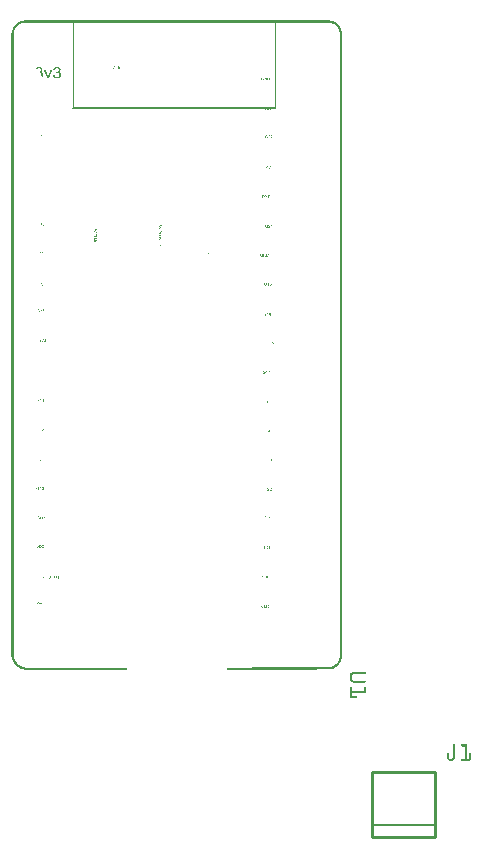
<source format=gto>
G04 MADE WITH FRITZING*
G04 WWW.FRITZING.ORG*
G04 DOUBLE SIDED*
G04 HOLES PLATED*
G04 CONTOUR ON CENTER OF CONTOUR VECTOR*
%ASAXBY*%
%FSLAX23Y23*%
%MOIN*%
%OFA0B0*%
%SFA1.0B1.0*%
%ADD10C,0.005701*%
%ADD11C,0.003725*%
%ADD12C,0.003723*%
%ADD13C,0.010000*%
%ADD14C,0.005000*%
%ADD15R,0.001000X0.001000*%
%LNSILK1*%
G90*
G70*
G54D10*
X1545Y2539D02*
X871Y2539D01*
G54D11*
D02*
X871Y2539D02*
X871Y2827D01*
G54D12*
D02*
X1545Y2539D02*
X1545Y2826D01*
G54D13*
D02*
X2079Y326D02*
X1869Y326D01*
D02*
X1869Y326D02*
X1869Y110D01*
D02*
X1869Y110D02*
X2079Y110D01*
D02*
X2079Y110D02*
X2079Y326D01*
G54D14*
D02*
X1869Y150D02*
X2079Y150D01*
G54D15*
X708Y2832D02*
X1728Y2832D01*
X703Y2831D02*
X1733Y2831D01*
X699Y2830D02*
X1736Y2830D01*
X697Y2829D02*
X1739Y2829D01*
X695Y2828D02*
X1741Y2828D01*
X693Y2827D02*
X1743Y2827D01*
X691Y2826D02*
X1745Y2826D01*
X689Y2825D02*
X1747Y2825D01*
X688Y2824D02*
X706Y2824D01*
X1730Y2824D02*
X1748Y2824D01*
X686Y2823D02*
X702Y2823D01*
X1734Y2823D02*
X1749Y2823D01*
X685Y2822D02*
X699Y2822D01*
X1737Y2822D02*
X1751Y2822D01*
X684Y2821D02*
X697Y2821D01*
X1739Y2821D02*
X1752Y2821D01*
X683Y2820D02*
X695Y2820D01*
X1741Y2820D02*
X1753Y2820D01*
X682Y2819D02*
X693Y2819D01*
X1743Y2819D02*
X1754Y2819D01*
X681Y2818D02*
X691Y2818D01*
X1744Y2818D02*
X1755Y2818D01*
X680Y2817D02*
X690Y2817D01*
X1746Y2817D02*
X1756Y2817D01*
X679Y2816D02*
X689Y2816D01*
X1747Y2816D02*
X1757Y2816D01*
X678Y2815D02*
X688Y2815D01*
X1748Y2815D02*
X1758Y2815D01*
X677Y2814D02*
X687Y2814D01*
X1749Y2814D02*
X1758Y2814D01*
X676Y2813D02*
X686Y2813D01*
X1750Y2813D02*
X1759Y2813D01*
X676Y2812D02*
X685Y2812D01*
X1751Y2812D02*
X1760Y2812D01*
X675Y2811D02*
X684Y2811D01*
X1752Y2811D02*
X1761Y2811D01*
X675Y2810D02*
X683Y2810D01*
X1753Y2810D02*
X1761Y2810D01*
X674Y2809D02*
X682Y2809D01*
X1754Y2809D02*
X1762Y2809D01*
X673Y2808D02*
X681Y2808D01*
X1754Y2808D02*
X1762Y2808D01*
X673Y2807D02*
X681Y2807D01*
X1755Y2807D02*
X1763Y2807D01*
X672Y2806D02*
X680Y2806D01*
X1756Y2806D02*
X1763Y2806D01*
X672Y2805D02*
X679Y2805D01*
X1756Y2805D02*
X1764Y2805D01*
X671Y2804D02*
X679Y2804D01*
X1757Y2804D02*
X1764Y2804D01*
X671Y2803D02*
X678Y2803D01*
X1757Y2803D02*
X1765Y2803D01*
X671Y2802D02*
X678Y2802D01*
X1758Y2802D02*
X1765Y2802D01*
X670Y2801D02*
X677Y2801D01*
X1758Y2801D02*
X1765Y2801D01*
X670Y2800D02*
X677Y2800D01*
X1759Y2800D02*
X1766Y2800D01*
X670Y2799D02*
X677Y2799D01*
X1759Y2799D02*
X1766Y2799D01*
X669Y2798D02*
X676Y2798D01*
X1759Y2798D02*
X1766Y2798D01*
X669Y2797D02*
X676Y2797D01*
X1760Y2797D02*
X1767Y2797D01*
X669Y2796D02*
X676Y2796D01*
X1760Y2796D02*
X1767Y2796D01*
X668Y2795D02*
X675Y2795D01*
X1760Y2795D02*
X1767Y2795D01*
X668Y2794D02*
X675Y2794D01*
X1761Y2794D02*
X1767Y2794D01*
X668Y2793D02*
X675Y2793D01*
X1761Y2793D02*
X1768Y2793D01*
X668Y2792D02*
X675Y2792D01*
X1761Y2792D02*
X1768Y2792D01*
X668Y2791D02*
X675Y2791D01*
X1761Y2791D02*
X1768Y2791D01*
X668Y2790D02*
X674Y2790D01*
X1761Y2790D02*
X1768Y2790D01*
X667Y2789D02*
X674Y2789D01*
X1761Y2789D02*
X1768Y2789D01*
X667Y2788D02*
X674Y2788D01*
X1762Y2788D02*
X1768Y2788D01*
X667Y2787D02*
X674Y2787D01*
X1762Y2787D02*
X1768Y2787D01*
X667Y2786D02*
X674Y2786D01*
X1762Y2786D02*
X1768Y2786D01*
X667Y2785D02*
X674Y2785D01*
X1762Y2785D02*
X1768Y2785D01*
X667Y2784D02*
X674Y2784D01*
X1762Y2784D02*
X1768Y2784D01*
X667Y2783D02*
X674Y2783D01*
X1762Y2783D02*
X1768Y2783D01*
X667Y2782D02*
X674Y2782D01*
X1762Y2782D02*
X1768Y2782D01*
X667Y2781D02*
X674Y2781D01*
X1762Y2781D02*
X1768Y2781D01*
X667Y2780D02*
X674Y2780D01*
X1762Y2780D02*
X1768Y2780D01*
X667Y2779D02*
X674Y2779D01*
X1762Y2779D02*
X1768Y2779D01*
X667Y2778D02*
X674Y2778D01*
X1762Y2778D02*
X1768Y2778D01*
X667Y2777D02*
X674Y2777D01*
X1762Y2777D02*
X1768Y2777D01*
X667Y2776D02*
X674Y2776D01*
X1762Y2776D02*
X1768Y2776D01*
X667Y2775D02*
X674Y2775D01*
X1762Y2775D02*
X1768Y2775D01*
X667Y2774D02*
X674Y2774D01*
X1762Y2774D02*
X1768Y2774D01*
X667Y2773D02*
X674Y2773D01*
X1762Y2773D02*
X1768Y2773D01*
X667Y2772D02*
X674Y2772D01*
X1762Y2772D02*
X1768Y2772D01*
X667Y2771D02*
X674Y2771D01*
X1762Y2771D02*
X1768Y2771D01*
X667Y2770D02*
X674Y2770D01*
X1762Y2770D02*
X1768Y2770D01*
X667Y2769D02*
X674Y2769D01*
X1762Y2769D02*
X1768Y2769D01*
X667Y2768D02*
X674Y2768D01*
X1762Y2768D02*
X1768Y2768D01*
X667Y2767D02*
X674Y2767D01*
X1762Y2767D02*
X1768Y2767D01*
X667Y2766D02*
X674Y2766D01*
X1762Y2766D02*
X1768Y2766D01*
X667Y2765D02*
X674Y2765D01*
X1762Y2765D02*
X1768Y2765D01*
X667Y2764D02*
X674Y2764D01*
X1762Y2764D02*
X1768Y2764D01*
X667Y2763D02*
X674Y2763D01*
X1762Y2763D02*
X1768Y2763D01*
X667Y2762D02*
X674Y2762D01*
X1762Y2762D02*
X1768Y2762D01*
X667Y2761D02*
X674Y2761D01*
X1762Y2761D02*
X1768Y2761D01*
X667Y2760D02*
X674Y2760D01*
X1762Y2760D02*
X1768Y2760D01*
X667Y2759D02*
X674Y2759D01*
X1762Y2759D02*
X1768Y2759D01*
X667Y2758D02*
X674Y2758D01*
X1762Y2758D02*
X1768Y2758D01*
X667Y2757D02*
X674Y2757D01*
X1762Y2757D02*
X1768Y2757D01*
X667Y2756D02*
X674Y2756D01*
X1762Y2756D02*
X1768Y2756D01*
X667Y2755D02*
X674Y2755D01*
X1762Y2755D02*
X1768Y2755D01*
X667Y2754D02*
X674Y2754D01*
X1762Y2754D02*
X1768Y2754D01*
X667Y2753D02*
X674Y2753D01*
X1762Y2753D02*
X1768Y2753D01*
X667Y2752D02*
X674Y2752D01*
X1762Y2752D02*
X1768Y2752D01*
X667Y2751D02*
X674Y2751D01*
X1762Y2751D02*
X1768Y2751D01*
X667Y2750D02*
X674Y2750D01*
X1762Y2750D02*
X1768Y2750D01*
X667Y2749D02*
X674Y2749D01*
X1762Y2749D02*
X1768Y2749D01*
X667Y2748D02*
X674Y2748D01*
X1762Y2748D02*
X1768Y2748D01*
X667Y2747D02*
X674Y2747D01*
X1762Y2747D02*
X1768Y2747D01*
X667Y2746D02*
X674Y2746D01*
X1762Y2746D02*
X1768Y2746D01*
X667Y2745D02*
X674Y2745D01*
X1762Y2745D02*
X1768Y2745D01*
X667Y2744D02*
X674Y2744D01*
X1762Y2744D02*
X1768Y2744D01*
X667Y2743D02*
X674Y2743D01*
X1762Y2743D02*
X1768Y2743D01*
X667Y2742D02*
X674Y2742D01*
X1762Y2742D02*
X1768Y2742D01*
X667Y2741D02*
X674Y2741D01*
X1762Y2741D02*
X1768Y2741D01*
X667Y2740D02*
X674Y2740D01*
X1762Y2740D02*
X1768Y2740D01*
X667Y2739D02*
X674Y2739D01*
X1762Y2739D02*
X1768Y2739D01*
X667Y2738D02*
X674Y2738D01*
X1762Y2738D02*
X1768Y2738D01*
X667Y2737D02*
X674Y2737D01*
X1762Y2737D02*
X1768Y2737D01*
X667Y2736D02*
X674Y2736D01*
X1762Y2736D02*
X1768Y2736D01*
X667Y2735D02*
X674Y2735D01*
X1762Y2735D02*
X1768Y2735D01*
X667Y2734D02*
X674Y2734D01*
X1762Y2734D02*
X1768Y2734D01*
X667Y2733D02*
X674Y2733D01*
X1762Y2733D02*
X1768Y2733D01*
X667Y2732D02*
X674Y2732D01*
X1762Y2732D02*
X1768Y2732D01*
X667Y2731D02*
X674Y2731D01*
X1762Y2731D02*
X1768Y2731D01*
X667Y2730D02*
X674Y2730D01*
X1762Y2730D02*
X1768Y2730D01*
X667Y2729D02*
X674Y2729D01*
X1762Y2729D02*
X1768Y2729D01*
X667Y2728D02*
X674Y2728D01*
X1762Y2728D02*
X1768Y2728D01*
X667Y2727D02*
X674Y2727D01*
X1762Y2727D02*
X1768Y2727D01*
X667Y2726D02*
X674Y2726D01*
X1762Y2726D02*
X1768Y2726D01*
X667Y2725D02*
X674Y2725D01*
X1762Y2725D02*
X1768Y2725D01*
X667Y2724D02*
X674Y2724D01*
X1762Y2724D02*
X1768Y2724D01*
X667Y2723D02*
X674Y2723D01*
X1762Y2723D02*
X1768Y2723D01*
X667Y2722D02*
X674Y2722D01*
X1762Y2722D02*
X1768Y2722D01*
X667Y2721D02*
X674Y2721D01*
X1762Y2721D02*
X1768Y2721D01*
X667Y2720D02*
X674Y2720D01*
X1762Y2720D02*
X1768Y2720D01*
X667Y2719D02*
X674Y2719D01*
X1762Y2719D02*
X1768Y2719D01*
X667Y2718D02*
X674Y2718D01*
X1762Y2718D02*
X1768Y2718D01*
X667Y2717D02*
X674Y2717D01*
X1762Y2717D02*
X1768Y2717D01*
X667Y2716D02*
X674Y2716D01*
X1762Y2716D02*
X1768Y2716D01*
X667Y2715D02*
X674Y2715D01*
X1762Y2715D02*
X1768Y2715D01*
X667Y2714D02*
X674Y2714D01*
X1762Y2714D02*
X1768Y2714D01*
X667Y2713D02*
X674Y2713D01*
X1762Y2713D02*
X1768Y2713D01*
X667Y2712D02*
X674Y2712D01*
X1762Y2712D02*
X1768Y2712D01*
X667Y2711D02*
X674Y2711D01*
X1762Y2711D02*
X1768Y2711D01*
X667Y2710D02*
X674Y2710D01*
X1762Y2710D02*
X1768Y2710D01*
X667Y2709D02*
X674Y2709D01*
X1762Y2709D02*
X1768Y2709D01*
X667Y2708D02*
X674Y2708D01*
X1762Y2708D02*
X1768Y2708D01*
X667Y2707D02*
X674Y2707D01*
X1762Y2707D02*
X1768Y2707D01*
X667Y2706D02*
X674Y2706D01*
X1762Y2706D02*
X1768Y2706D01*
X667Y2705D02*
X674Y2705D01*
X1762Y2705D02*
X1768Y2705D01*
X667Y2704D02*
X674Y2704D01*
X1762Y2704D02*
X1768Y2704D01*
X667Y2703D02*
X674Y2703D01*
X1762Y2703D02*
X1768Y2703D01*
X667Y2702D02*
X674Y2702D01*
X1762Y2702D02*
X1768Y2702D01*
X667Y2701D02*
X674Y2701D01*
X1762Y2701D02*
X1768Y2701D01*
X667Y2700D02*
X674Y2700D01*
X1762Y2700D02*
X1768Y2700D01*
X667Y2699D02*
X674Y2699D01*
X1762Y2699D02*
X1768Y2699D01*
X667Y2698D02*
X674Y2698D01*
X1762Y2698D02*
X1768Y2698D01*
X667Y2697D02*
X674Y2697D01*
X1762Y2697D02*
X1768Y2697D01*
X667Y2696D02*
X674Y2696D01*
X1762Y2696D02*
X1768Y2696D01*
X667Y2695D02*
X674Y2695D01*
X1762Y2695D02*
X1768Y2695D01*
X667Y2694D02*
X674Y2694D01*
X1762Y2694D02*
X1768Y2694D01*
X667Y2693D02*
X674Y2693D01*
X1762Y2693D02*
X1768Y2693D01*
X667Y2692D02*
X674Y2692D01*
X1762Y2692D02*
X1768Y2692D01*
X667Y2691D02*
X674Y2691D01*
X1762Y2691D02*
X1768Y2691D01*
X667Y2690D02*
X674Y2690D01*
X1762Y2690D02*
X1768Y2690D01*
X667Y2689D02*
X674Y2689D01*
X1762Y2689D02*
X1768Y2689D01*
X667Y2688D02*
X674Y2688D01*
X1762Y2688D02*
X1768Y2688D01*
X667Y2687D02*
X674Y2687D01*
X1762Y2687D02*
X1768Y2687D01*
X667Y2686D02*
X674Y2686D01*
X1762Y2686D02*
X1768Y2686D01*
X667Y2685D02*
X674Y2685D01*
X1762Y2685D02*
X1768Y2685D01*
X667Y2684D02*
X674Y2684D01*
X1762Y2684D02*
X1768Y2684D01*
X667Y2683D02*
X674Y2683D01*
X1762Y2683D02*
X1768Y2683D01*
X667Y2682D02*
X674Y2682D01*
X1762Y2682D02*
X1768Y2682D01*
X667Y2681D02*
X674Y2681D01*
X1762Y2681D02*
X1768Y2681D01*
X667Y2680D02*
X674Y2680D01*
X1762Y2680D02*
X1768Y2680D01*
X667Y2679D02*
X674Y2679D01*
X1009Y2679D02*
X1009Y2679D01*
X1762Y2679D02*
X1768Y2679D01*
X667Y2678D02*
X674Y2678D01*
X1009Y2678D02*
X1010Y2678D01*
X1023Y2678D02*
X1023Y2678D01*
X1762Y2678D02*
X1768Y2678D01*
X667Y2677D02*
X674Y2677D01*
X1008Y2677D02*
X1008Y2677D01*
X1010Y2677D02*
X1010Y2677D01*
X1017Y2677D02*
X1018Y2677D01*
X1022Y2677D02*
X1024Y2677D01*
X1028Y2677D02*
X1029Y2677D01*
X1036Y2677D02*
X1037Y2677D01*
X1043Y2677D02*
X1044Y2677D01*
X1762Y2677D02*
X1768Y2677D01*
X667Y2676D02*
X674Y2676D01*
X755Y2676D02*
X761Y2676D01*
X815Y2676D02*
X822Y2676D01*
X1008Y2676D02*
X1008Y2676D01*
X1010Y2676D02*
X1011Y2676D01*
X1015Y2676D02*
X1016Y2676D01*
X1019Y2676D02*
X1019Y2676D01*
X1022Y2676D02*
X1023Y2676D01*
X1027Y2676D02*
X1028Y2676D01*
X1030Y2676D02*
X1031Y2676D01*
X1034Y2676D02*
X1035Y2676D01*
X1038Y2676D02*
X1038Y2676D01*
X1042Y2676D02*
X1042Y2676D01*
X1045Y2676D02*
X1045Y2676D01*
X1762Y2676D02*
X1768Y2676D01*
X667Y2675D02*
X674Y2675D01*
X752Y2675D02*
X764Y2675D01*
X812Y2675D02*
X824Y2675D01*
X1008Y2675D02*
X1008Y2675D01*
X1011Y2675D02*
X1011Y2675D01*
X1015Y2675D02*
X1015Y2675D01*
X1019Y2675D02*
X1019Y2675D01*
X1023Y2675D02*
X1023Y2675D01*
X1027Y2675D02*
X1027Y2675D01*
X1031Y2675D02*
X1031Y2675D01*
X1034Y2675D02*
X1034Y2675D01*
X1038Y2675D02*
X1038Y2675D01*
X1045Y2675D02*
X1045Y2675D01*
X1762Y2675D02*
X1768Y2675D01*
X667Y2674D02*
X674Y2674D01*
X750Y2674D02*
X765Y2674D01*
X811Y2674D02*
X826Y2674D01*
X1007Y2674D02*
X1011Y2674D01*
X1015Y2674D02*
X1015Y2674D01*
X1019Y2674D02*
X1019Y2674D01*
X1023Y2674D02*
X1023Y2674D01*
X1027Y2674D02*
X1031Y2674D01*
X1034Y2674D02*
X1034Y2674D01*
X1038Y2674D02*
X1038Y2674D01*
X1042Y2674D02*
X1045Y2674D01*
X1762Y2674D02*
X1768Y2674D01*
X667Y2673D02*
X674Y2673D01*
X749Y2673D02*
X767Y2673D01*
X810Y2673D02*
X827Y2673D01*
X1007Y2673D02*
X1012Y2673D01*
X1015Y2673D02*
X1015Y2673D01*
X1019Y2673D02*
X1019Y2673D01*
X1023Y2673D02*
X1023Y2673D01*
X1027Y2673D02*
X1027Y2673D01*
X1034Y2673D02*
X1034Y2673D01*
X1038Y2673D02*
X1038Y2673D01*
X1041Y2673D02*
X1042Y2673D01*
X1045Y2673D02*
X1045Y2673D01*
X1762Y2673D02*
X1768Y2673D01*
X667Y2672D02*
X674Y2672D01*
X748Y2672D02*
X754Y2672D01*
X762Y2672D02*
X768Y2672D01*
X809Y2672D02*
X814Y2672D01*
X822Y2672D02*
X828Y2672D01*
X1007Y2672D02*
X1007Y2672D01*
X1012Y2672D02*
X1012Y2672D01*
X1015Y2672D02*
X1015Y2672D01*
X1019Y2672D02*
X1019Y2672D01*
X1023Y2672D02*
X1023Y2672D01*
X1027Y2672D02*
X1027Y2672D01*
X1034Y2672D02*
X1034Y2672D01*
X1038Y2672D02*
X1038Y2672D01*
X1041Y2672D02*
X1041Y2672D01*
X1045Y2672D02*
X1045Y2672D01*
X1762Y2672D02*
X1768Y2672D01*
X667Y2671D02*
X674Y2671D01*
X750Y2671D02*
X753Y2671D01*
X763Y2671D02*
X768Y2671D01*
X808Y2671D02*
X813Y2671D01*
X824Y2671D02*
X829Y2671D01*
X1006Y2671D02*
X1006Y2671D01*
X1012Y2671D02*
X1012Y2671D01*
X1015Y2671D02*
X1015Y2671D01*
X1019Y2671D02*
X1019Y2671D01*
X1023Y2671D02*
X1024Y2671D01*
X1027Y2671D02*
X1031Y2671D01*
X1034Y2671D02*
X1034Y2671D01*
X1038Y2671D02*
X1038Y2671D01*
X1041Y2671D02*
X1042Y2671D01*
X1044Y2671D02*
X1045Y2671D01*
X1762Y2671D02*
X1768Y2671D01*
X667Y2670D02*
X674Y2670D01*
X751Y2670D02*
X752Y2670D01*
X764Y2670D02*
X769Y2670D01*
X808Y2670D02*
X812Y2670D01*
X825Y2670D02*
X829Y2670D01*
X1762Y2670D02*
X1768Y2670D01*
X667Y2669D02*
X674Y2669D01*
X765Y2669D02*
X769Y2669D01*
X807Y2669D02*
X811Y2669D01*
X825Y2669D02*
X829Y2669D01*
X1762Y2669D02*
X1768Y2669D01*
X667Y2668D02*
X674Y2668D01*
X765Y2668D02*
X769Y2668D01*
X807Y2668D02*
X811Y2668D01*
X826Y2668D02*
X830Y2668D01*
X1762Y2668D02*
X1768Y2668D01*
X667Y2667D02*
X674Y2667D01*
X765Y2667D02*
X769Y2667D01*
X807Y2667D02*
X811Y2667D01*
X826Y2667D02*
X830Y2667D01*
X1762Y2667D02*
X1768Y2667D01*
X667Y2666D02*
X674Y2666D01*
X765Y2666D02*
X769Y2666D01*
X776Y2666D02*
X780Y2666D01*
X798Y2666D02*
X802Y2666D01*
X826Y2666D02*
X830Y2666D01*
X1762Y2666D02*
X1768Y2666D01*
X667Y2665D02*
X674Y2665D01*
X765Y2665D02*
X769Y2665D01*
X776Y2665D02*
X780Y2665D01*
X797Y2665D02*
X801Y2665D01*
X825Y2665D02*
X829Y2665D01*
X1762Y2665D02*
X1768Y2665D01*
X667Y2664D02*
X674Y2664D01*
X764Y2664D02*
X769Y2664D01*
X777Y2664D02*
X781Y2664D01*
X797Y2664D02*
X801Y2664D01*
X825Y2664D02*
X829Y2664D01*
X1762Y2664D02*
X1768Y2664D01*
X667Y2663D02*
X674Y2663D01*
X763Y2663D02*
X768Y2663D01*
X777Y2663D02*
X781Y2663D01*
X796Y2663D02*
X801Y2663D01*
X824Y2663D02*
X829Y2663D01*
X1762Y2663D02*
X1768Y2663D01*
X667Y2662D02*
X674Y2662D01*
X762Y2662D02*
X767Y2662D01*
X777Y2662D02*
X782Y2662D01*
X796Y2662D02*
X800Y2662D01*
X822Y2662D02*
X828Y2662D01*
X1762Y2662D02*
X1768Y2662D01*
X667Y2661D02*
X674Y2661D01*
X761Y2661D02*
X766Y2661D01*
X778Y2661D02*
X782Y2661D01*
X796Y2661D02*
X800Y2661D01*
X819Y2661D02*
X827Y2661D01*
X1762Y2661D02*
X1768Y2661D01*
X667Y2660D02*
X674Y2660D01*
X761Y2660D02*
X765Y2660D01*
X778Y2660D02*
X782Y2660D01*
X795Y2660D02*
X799Y2660D01*
X816Y2660D02*
X825Y2660D01*
X1762Y2660D02*
X1768Y2660D01*
X667Y2659D02*
X674Y2659D01*
X762Y2659D02*
X765Y2659D01*
X779Y2659D02*
X783Y2659D01*
X795Y2659D02*
X799Y2659D01*
X816Y2659D02*
X826Y2659D01*
X1762Y2659D02*
X1768Y2659D01*
X667Y2658D02*
X674Y2658D01*
X763Y2658D02*
X767Y2658D01*
X779Y2658D02*
X783Y2658D01*
X794Y2658D02*
X798Y2658D01*
X816Y2658D02*
X828Y2658D01*
X1762Y2658D02*
X1768Y2658D01*
X667Y2657D02*
X674Y2657D01*
X763Y2657D02*
X769Y2657D01*
X780Y2657D02*
X784Y2657D01*
X794Y2657D02*
X798Y2657D01*
X822Y2657D02*
X829Y2657D01*
X1762Y2657D02*
X1768Y2657D01*
X667Y2656D02*
X674Y2656D01*
X764Y2656D02*
X770Y2656D01*
X780Y2656D02*
X784Y2656D01*
X794Y2656D02*
X798Y2656D01*
X824Y2656D02*
X830Y2656D01*
X1762Y2656D02*
X1768Y2656D01*
X667Y2655D02*
X674Y2655D01*
X765Y2655D02*
X770Y2655D01*
X780Y2655D02*
X784Y2655D01*
X793Y2655D02*
X797Y2655D01*
X826Y2655D02*
X831Y2655D01*
X1762Y2655D02*
X1768Y2655D01*
X667Y2654D02*
X674Y2654D01*
X766Y2654D02*
X771Y2654D01*
X781Y2654D02*
X785Y2654D01*
X793Y2654D02*
X797Y2654D01*
X826Y2654D02*
X831Y2654D01*
X1762Y2654D02*
X1768Y2654D01*
X667Y2653D02*
X674Y2653D01*
X766Y2653D02*
X771Y2653D01*
X781Y2653D02*
X785Y2653D01*
X792Y2653D02*
X796Y2653D01*
X827Y2653D02*
X831Y2653D01*
X1762Y2653D02*
X1768Y2653D01*
X667Y2652D02*
X674Y2652D01*
X767Y2652D02*
X771Y2652D01*
X782Y2652D02*
X786Y2652D01*
X792Y2652D02*
X796Y2652D01*
X827Y2652D02*
X832Y2652D01*
X1762Y2652D02*
X1768Y2652D01*
X667Y2651D02*
X674Y2651D01*
X767Y2651D02*
X771Y2651D01*
X782Y2651D02*
X786Y2651D01*
X792Y2651D02*
X796Y2651D01*
X827Y2651D02*
X832Y2651D01*
X1762Y2651D02*
X1768Y2651D01*
X667Y2650D02*
X674Y2650D01*
X767Y2650D02*
X771Y2650D01*
X783Y2650D02*
X786Y2650D01*
X791Y2650D02*
X795Y2650D01*
X827Y2650D02*
X832Y2650D01*
X1762Y2650D02*
X1768Y2650D01*
X667Y2649D02*
X674Y2649D01*
X767Y2649D02*
X771Y2649D01*
X783Y2649D02*
X787Y2649D01*
X791Y2649D02*
X795Y2649D01*
X806Y2649D02*
X810Y2649D01*
X827Y2649D02*
X832Y2649D01*
X1762Y2649D02*
X1768Y2649D01*
X667Y2648D02*
X674Y2648D01*
X767Y2648D02*
X771Y2648D01*
X783Y2648D02*
X787Y2648D01*
X790Y2648D02*
X794Y2648D01*
X806Y2648D02*
X811Y2648D01*
X827Y2648D02*
X832Y2648D01*
X1762Y2648D02*
X1768Y2648D01*
X667Y2647D02*
X674Y2647D01*
X767Y2647D02*
X771Y2647D01*
X784Y2647D02*
X788Y2647D01*
X790Y2647D02*
X794Y2647D01*
X806Y2647D02*
X811Y2647D01*
X827Y2647D02*
X831Y2647D01*
X1762Y2647D02*
X1768Y2647D01*
X667Y2646D02*
X674Y2646D01*
X768Y2646D02*
X770Y2646D01*
X784Y2646D02*
X788Y2646D01*
X790Y2646D02*
X793Y2646D01*
X807Y2646D02*
X812Y2646D01*
X826Y2646D02*
X831Y2646D01*
X1762Y2646D02*
X1768Y2646D01*
X667Y2645D02*
X674Y2645D01*
X768Y2645D02*
X770Y2645D01*
X785Y2645D02*
X793Y2645D01*
X807Y2645D02*
X812Y2645D01*
X825Y2645D02*
X830Y2645D01*
X1762Y2645D02*
X1768Y2645D01*
X667Y2644D02*
X674Y2644D01*
X768Y2644D02*
X769Y2644D01*
X785Y2644D02*
X793Y2644D01*
X808Y2644D02*
X813Y2644D01*
X824Y2644D02*
X830Y2644D01*
X1762Y2644D02*
X1768Y2644D01*
X667Y2643D02*
X674Y2643D01*
X768Y2643D02*
X768Y2643D01*
X786Y2643D02*
X792Y2643D01*
X809Y2643D02*
X816Y2643D01*
X822Y2643D02*
X829Y2643D01*
X1762Y2643D02*
X1768Y2643D01*
X667Y2642D02*
X674Y2642D01*
X786Y2642D02*
X792Y2642D01*
X810Y2642D02*
X828Y2642D01*
X1762Y2642D02*
X1768Y2642D01*
X667Y2641D02*
X674Y2641D01*
X786Y2641D02*
X791Y2641D01*
X811Y2641D02*
X826Y2641D01*
X1501Y2641D02*
X1506Y2641D01*
X1511Y2641D02*
X1511Y2641D01*
X1517Y2641D02*
X1517Y2641D01*
X1520Y2641D02*
X1526Y2641D01*
X1762Y2641D02*
X1768Y2641D01*
X667Y2640D02*
X674Y2640D01*
X787Y2640D02*
X791Y2640D01*
X813Y2640D02*
X824Y2640D01*
X1500Y2640D02*
X1501Y2640D01*
X1507Y2640D02*
X1507Y2640D01*
X1511Y2640D02*
X1512Y2640D01*
X1517Y2640D02*
X1517Y2640D01*
X1520Y2640D02*
X1521Y2640D01*
X1526Y2640D02*
X1527Y2640D01*
X1762Y2640D02*
X1768Y2640D01*
X667Y2639D02*
X674Y2639D01*
X817Y2639D02*
X820Y2639D01*
X1500Y2639D02*
X1500Y2639D01*
X1511Y2639D02*
X1513Y2639D01*
X1517Y2639D02*
X1517Y2639D01*
X1520Y2639D02*
X1521Y2639D01*
X1527Y2639D02*
X1527Y2639D01*
X1762Y2639D02*
X1768Y2639D01*
X667Y2638D02*
X674Y2638D01*
X1500Y2638D02*
X1500Y2638D01*
X1511Y2638D02*
X1511Y2638D01*
X1513Y2638D02*
X1514Y2638D01*
X1517Y2638D02*
X1517Y2638D01*
X1520Y2638D02*
X1521Y2638D01*
X1527Y2638D02*
X1527Y2638D01*
X1762Y2638D02*
X1768Y2638D01*
X667Y2637D02*
X674Y2637D01*
X1500Y2637D02*
X1500Y2637D01*
X1504Y2637D02*
X1508Y2637D01*
X1511Y2637D02*
X1511Y2637D01*
X1514Y2637D02*
X1514Y2637D01*
X1517Y2637D02*
X1517Y2637D01*
X1520Y2637D02*
X1521Y2637D01*
X1527Y2637D02*
X1527Y2637D01*
X1762Y2637D02*
X1768Y2637D01*
X667Y2636D02*
X674Y2636D01*
X1500Y2636D02*
X1500Y2636D01*
X1507Y2636D02*
X1508Y2636D01*
X1511Y2636D02*
X1511Y2636D01*
X1515Y2636D02*
X1515Y2636D01*
X1517Y2636D02*
X1517Y2636D01*
X1520Y2636D02*
X1521Y2636D01*
X1527Y2636D02*
X1527Y2636D01*
X1762Y2636D02*
X1768Y2636D01*
X667Y2635D02*
X674Y2635D01*
X1500Y2635D02*
X1501Y2635D01*
X1507Y2635D02*
X1508Y2635D01*
X1511Y2635D02*
X1511Y2635D01*
X1515Y2635D02*
X1517Y2635D01*
X1520Y2635D02*
X1521Y2635D01*
X1526Y2635D02*
X1527Y2635D01*
X1762Y2635D02*
X1768Y2635D01*
X667Y2634D02*
X674Y2634D01*
X1501Y2634D02*
X1503Y2634D01*
X1505Y2634D02*
X1507Y2634D01*
X1511Y2634D02*
X1511Y2634D01*
X1516Y2634D02*
X1517Y2634D01*
X1520Y2634D02*
X1526Y2634D01*
X1762Y2634D02*
X1768Y2634D01*
X667Y2633D02*
X674Y2633D01*
X1503Y2633D02*
X1505Y2633D01*
X1517Y2633D02*
X1517Y2633D01*
X1521Y2633D02*
X1523Y2633D01*
X1762Y2633D02*
X1768Y2633D01*
X667Y2632D02*
X674Y2632D01*
X1762Y2632D02*
X1768Y2632D01*
X667Y2631D02*
X674Y2631D01*
X1762Y2631D02*
X1768Y2631D01*
X667Y2630D02*
X674Y2630D01*
X1762Y2630D02*
X1768Y2630D01*
X667Y2629D02*
X674Y2629D01*
X1762Y2629D02*
X1768Y2629D01*
X667Y2628D02*
X674Y2628D01*
X1762Y2628D02*
X1768Y2628D01*
X667Y2627D02*
X674Y2627D01*
X1762Y2627D02*
X1768Y2627D01*
X667Y2626D02*
X674Y2626D01*
X1762Y2626D02*
X1768Y2626D01*
X667Y2625D02*
X674Y2625D01*
X1762Y2625D02*
X1768Y2625D01*
X667Y2624D02*
X674Y2624D01*
X1762Y2624D02*
X1768Y2624D01*
X667Y2623D02*
X674Y2623D01*
X1762Y2623D02*
X1768Y2623D01*
X667Y2622D02*
X674Y2622D01*
X1762Y2622D02*
X1768Y2622D01*
X667Y2621D02*
X674Y2621D01*
X1762Y2621D02*
X1768Y2621D01*
X667Y2620D02*
X674Y2620D01*
X1762Y2620D02*
X1768Y2620D01*
X667Y2619D02*
X674Y2619D01*
X1762Y2619D02*
X1768Y2619D01*
X667Y2618D02*
X674Y2618D01*
X1762Y2618D02*
X1768Y2618D01*
X667Y2617D02*
X674Y2617D01*
X1762Y2617D02*
X1768Y2617D01*
X667Y2616D02*
X674Y2616D01*
X1762Y2616D02*
X1768Y2616D01*
X667Y2615D02*
X674Y2615D01*
X1762Y2615D02*
X1768Y2615D01*
X667Y2614D02*
X674Y2614D01*
X1762Y2614D02*
X1768Y2614D01*
X667Y2613D02*
X674Y2613D01*
X1762Y2613D02*
X1768Y2613D01*
X667Y2612D02*
X674Y2612D01*
X1762Y2612D02*
X1768Y2612D01*
X667Y2611D02*
X674Y2611D01*
X1762Y2611D02*
X1768Y2611D01*
X667Y2610D02*
X674Y2610D01*
X1762Y2610D02*
X1768Y2610D01*
X667Y2609D02*
X674Y2609D01*
X1762Y2609D02*
X1768Y2609D01*
X667Y2608D02*
X674Y2608D01*
X1762Y2608D02*
X1768Y2608D01*
X667Y2607D02*
X674Y2607D01*
X1762Y2607D02*
X1768Y2607D01*
X667Y2606D02*
X674Y2606D01*
X1762Y2606D02*
X1768Y2606D01*
X667Y2605D02*
X674Y2605D01*
X1762Y2605D02*
X1768Y2605D01*
X667Y2604D02*
X674Y2604D01*
X1762Y2604D02*
X1768Y2604D01*
X667Y2603D02*
X674Y2603D01*
X1762Y2603D02*
X1768Y2603D01*
X667Y2602D02*
X674Y2602D01*
X1762Y2602D02*
X1768Y2602D01*
X667Y2601D02*
X674Y2601D01*
X1762Y2601D02*
X1768Y2601D01*
X667Y2600D02*
X674Y2600D01*
X1762Y2600D02*
X1768Y2600D01*
X667Y2599D02*
X674Y2599D01*
X1762Y2599D02*
X1768Y2599D01*
X667Y2598D02*
X674Y2598D01*
X1762Y2598D02*
X1768Y2598D01*
X667Y2597D02*
X674Y2597D01*
X1762Y2597D02*
X1768Y2597D01*
X667Y2596D02*
X674Y2596D01*
X1762Y2596D02*
X1768Y2596D01*
X667Y2595D02*
X674Y2595D01*
X1762Y2595D02*
X1768Y2595D01*
X667Y2594D02*
X674Y2594D01*
X1762Y2594D02*
X1768Y2594D01*
X667Y2593D02*
X674Y2593D01*
X1762Y2593D02*
X1768Y2593D01*
X667Y2592D02*
X674Y2592D01*
X1762Y2592D02*
X1768Y2592D01*
X667Y2591D02*
X674Y2591D01*
X1762Y2591D02*
X1768Y2591D01*
X667Y2590D02*
X674Y2590D01*
X1762Y2590D02*
X1768Y2590D01*
X667Y2589D02*
X674Y2589D01*
X1762Y2589D02*
X1768Y2589D01*
X667Y2588D02*
X674Y2588D01*
X1762Y2588D02*
X1768Y2588D01*
X667Y2587D02*
X674Y2587D01*
X1762Y2587D02*
X1768Y2587D01*
X667Y2586D02*
X674Y2586D01*
X1762Y2586D02*
X1768Y2586D01*
X667Y2585D02*
X674Y2585D01*
X1762Y2585D02*
X1768Y2585D01*
X667Y2584D02*
X674Y2584D01*
X1762Y2584D02*
X1768Y2584D01*
X667Y2583D02*
X674Y2583D01*
X1762Y2583D02*
X1768Y2583D01*
X667Y2582D02*
X674Y2582D01*
X1762Y2582D02*
X1768Y2582D01*
X667Y2581D02*
X674Y2581D01*
X1762Y2581D02*
X1768Y2581D01*
X667Y2580D02*
X674Y2580D01*
X1762Y2580D02*
X1768Y2580D01*
X667Y2579D02*
X674Y2579D01*
X1762Y2579D02*
X1768Y2579D01*
X667Y2578D02*
X674Y2578D01*
X1762Y2578D02*
X1768Y2578D01*
X667Y2577D02*
X674Y2577D01*
X1762Y2577D02*
X1768Y2577D01*
X667Y2576D02*
X674Y2576D01*
X1762Y2576D02*
X1768Y2576D01*
X667Y2575D02*
X674Y2575D01*
X1762Y2575D02*
X1768Y2575D01*
X667Y2574D02*
X674Y2574D01*
X1762Y2574D02*
X1768Y2574D01*
X667Y2573D02*
X674Y2573D01*
X1762Y2573D02*
X1768Y2573D01*
X667Y2572D02*
X674Y2572D01*
X1762Y2572D02*
X1768Y2572D01*
X667Y2571D02*
X674Y2571D01*
X1762Y2571D02*
X1768Y2571D01*
X667Y2570D02*
X674Y2570D01*
X1762Y2570D02*
X1768Y2570D01*
X667Y2569D02*
X674Y2569D01*
X1762Y2569D02*
X1768Y2569D01*
X667Y2568D02*
X674Y2568D01*
X1762Y2568D02*
X1768Y2568D01*
X667Y2567D02*
X674Y2567D01*
X1762Y2567D02*
X1768Y2567D01*
X667Y2566D02*
X674Y2566D01*
X1762Y2566D02*
X1768Y2566D01*
X667Y2565D02*
X674Y2565D01*
X1762Y2565D02*
X1768Y2565D01*
X667Y2564D02*
X674Y2564D01*
X1762Y2564D02*
X1768Y2564D01*
X667Y2563D02*
X674Y2563D01*
X1762Y2563D02*
X1768Y2563D01*
X667Y2562D02*
X674Y2562D01*
X1762Y2562D02*
X1768Y2562D01*
X667Y2561D02*
X674Y2561D01*
X1762Y2561D02*
X1768Y2561D01*
X667Y2560D02*
X674Y2560D01*
X1762Y2560D02*
X1768Y2560D01*
X667Y2559D02*
X674Y2559D01*
X1762Y2559D02*
X1768Y2559D01*
X667Y2558D02*
X674Y2558D01*
X1762Y2558D02*
X1768Y2558D01*
X667Y2557D02*
X674Y2557D01*
X1762Y2557D02*
X1768Y2557D01*
X667Y2556D02*
X674Y2556D01*
X1762Y2556D02*
X1768Y2556D01*
X667Y2555D02*
X674Y2555D01*
X1762Y2555D02*
X1768Y2555D01*
X667Y2554D02*
X674Y2554D01*
X1762Y2554D02*
X1768Y2554D01*
X667Y2553D02*
X674Y2553D01*
X1762Y2553D02*
X1768Y2553D01*
X667Y2552D02*
X674Y2552D01*
X1762Y2552D02*
X1768Y2552D01*
X667Y2551D02*
X674Y2551D01*
X1762Y2551D02*
X1768Y2551D01*
X667Y2550D02*
X674Y2550D01*
X1762Y2550D02*
X1768Y2550D01*
X667Y2549D02*
X674Y2549D01*
X1762Y2549D02*
X1768Y2549D01*
X667Y2548D02*
X674Y2548D01*
X1762Y2548D02*
X1768Y2548D01*
X667Y2547D02*
X674Y2547D01*
X1762Y2547D02*
X1768Y2547D01*
X667Y2546D02*
X674Y2546D01*
X1762Y2546D02*
X1768Y2546D01*
X667Y2545D02*
X674Y2545D01*
X1762Y2545D02*
X1768Y2545D01*
X667Y2544D02*
X674Y2544D01*
X1762Y2544D02*
X1768Y2544D01*
X667Y2543D02*
X674Y2543D01*
X1512Y2543D02*
X1516Y2543D01*
X1521Y2543D02*
X1524Y2543D01*
X1529Y2543D02*
X1531Y2543D01*
X1762Y2543D02*
X1768Y2543D01*
X667Y2542D02*
X674Y2542D01*
X1510Y2542D02*
X1511Y2542D01*
X1516Y2542D02*
X1517Y2542D01*
X1520Y2542D02*
X1521Y2542D01*
X1525Y2542D02*
X1525Y2542D01*
X1528Y2542D02*
X1528Y2542D01*
X1532Y2542D02*
X1532Y2542D01*
X1762Y2542D02*
X1768Y2542D01*
X667Y2541D02*
X674Y2541D01*
X1510Y2541D02*
X1510Y2541D01*
X1517Y2541D02*
X1517Y2541D01*
X1520Y2541D02*
X1520Y2541D01*
X1525Y2541D02*
X1525Y2541D01*
X1532Y2541D02*
X1532Y2541D01*
X1762Y2541D02*
X1768Y2541D01*
X667Y2540D02*
X674Y2540D01*
X1510Y2540D02*
X1510Y2540D01*
X1525Y2540D02*
X1525Y2540D01*
X1531Y2540D02*
X1532Y2540D01*
X1762Y2540D02*
X1768Y2540D01*
X667Y2539D02*
X674Y2539D01*
X1509Y2539D02*
X1510Y2539D01*
X1515Y2539D02*
X1517Y2539D01*
X1524Y2539D02*
X1524Y2539D01*
X1530Y2539D02*
X1532Y2539D01*
X1762Y2539D02*
X1768Y2539D01*
X667Y2538D02*
X674Y2538D01*
X1510Y2538D02*
X1510Y2538D01*
X1517Y2538D02*
X1517Y2538D01*
X1522Y2538D02*
X1523Y2538D01*
X1532Y2538D02*
X1533Y2538D01*
X1762Y2538D02*
X1768Y2538D01*
X667Y2537D02*
X674Y2537D01*
X1510Y2537D02*
X1510Y2537D01*
X1517Y2537D02*
X1517Y2537D01*
X1521Y2537D02*
X1522Y2537D01*
X1533Y2537D02*
X1533Y2537D01*
X1762Y2537D02*
X1768Y2537D01*
X667Y2536D02*
X674Y2536D01*
X1511Y2536D02*
X1511Y2536D01*
X1516Y2536D02*
X1517Y2536D01*
X1520Y2536D02*
X1521Y2536D01*
X1528Y2536D02*
X1528Y2536D01*
X1532Y2536D02*
X1533Y2536D01*
X1762Y2536D02*
X1768Y2536D01*
X667Y2535D02*
X674Y2535D01*
X1512Y2535D02*
X1516Y2535D01*
X1520Y2535D02*
X1525Y2535D01*
X1529Y2535D02*
X1532Y2535D01*
X1762Y2535D02*
X1768Y2535D01*
X667Y2534D02*
X674Y2534D01*
X1762Y2534D02*
X1768Y2534D01*
X667Y2533D02*
X674Y2533D01*
X1762Y2533D02*
X1768Y2533D01*
X667Y2532D02*
X674Y2532D01*
X1762Y2532D02*
X1768Y2532D01*
X667Y2531D02*
X674Y2531D01*
X1762Y2531D02*
X1768Y2531D01*
X667Y2530D02*
X674Y2530D01*
X1762Y2530D02*
X1768Y2530D01*
X667Y2529D02*
X674Y2529D01*
X1762Y2529D02*
X1768Y2529D01*
X667Y2528D02*
X674Y2528D01*
X1762Y2528D02*
X1768Y2528D01*
X667Y2527D02*
X674Y2527D01*
X1762Y2527D02*
X1768Y2527D01*
X667Y2526D02*
X674Y2526D01*
X1762Y2526D02*
X1768Y2526D01*
X667Y2525D02*
X674Y2525D01*
X1762Y2525D02*
X1768Y2525D01*
X667Y2524D02*
X674Y2524D01*
X1762Y2524D02*
X1768Y2524D01*
X667Y2523D02*
X674Y2523D01*
X1762Y2523D02*
X1768Y2523D01*
X667Y2522D02*
X674Y2522D01*
X1762Y2522D02*
X1768Y2522D01*
X667Y2521D02*
X674Y2521D01*
X1762Y2521D02*
X1768Y2521D01*
X667Y2520D02*
X674Y2520D01*
X1762Y2520D02*
X1768Y2520D01*
X667Y2519D02*
X674Y2519D01*
X1762Y2519D02*
X1768Y2519D01*
X667Y2518D02*
X674Y2518D01*
X1762Y2518D02*
X1768Y2518D01*
X667Y2517D02*
X674Y2517D01*
X1762Y2517D02*
X1768Y2517D01*
X667Y2516D02*
X674Y2516D01*
X1762Y2516D02*
X1768Y2516D01*
X667Y2515D02*
X674Y2515D01*
X1762Y2515D02*
X1768Y2515D01*
X667Y2514D02*
X674Y2514D01*
X1762Y2514D02*
X1768Y2514D01*
X667Y2513D02*
X674Y2513D01*
X1762Y2513D02*
X1768Y2513D01*
X667Y2512D02*
X674Y2512D01*
X1762Y2512D02*
X1768Y2512D01*
X667Y2511D02*
X674Y2511D01*
X1762Y2511D02*
X1768Y2511D01*
X667Y2510D02*
X674Y2510D01*
X1762Y2510D02*
X1768Y2510D01*
X667Y2509D02*
X674Y2509D01*
X1762Y2509D02*
X1768Y2509D01*
X667Y2508D02*
X674Y2508D01*
X1762Y2508D02*
X1768Y2508D01*
X667Y2507D02*
X674Y2507D01*
X1762Y2507D02*
X1768Y2507D01*
X667Y2506D02*
X674Y2506D01*
X1762Y2506D02*
X1768Y2506D01*
X667Y2505D02*
X674Y2505D01*
X1762Y2505D02*
X1768Y2505D01*
X667Y2504D02*
X674Y2504D01*
X1762Y2504D02*
X1768Y2504D01*
X667Y2503D02*
X674Y2503D01*
X1762Y2503D02*
X1768Y2503D01*
X667Y2502D02*
X674Y2502D01*
X1762Y2502D02*
X1768Y2502D01*
X667Y2501D02*
X674Y2501D01*
X1762Y2501D02*
X1768Y2501D01*
X667Y2500D02*
X674Y2500D01*
X1762Y2500D02*
X1768Y2500D01*
X667Y2499D02*
X674Y2499D01*
X1762Y2499D02*
X1768Y2499D01*
X667Y2498D02*
X674Y2498D01*
X1762Y2498D02*
X1768Y2498D01*
X667Y2497D02*
X674Y2497D01*
X1762Y2497D02*
X1768Y2497D01*
X667Y2496D02*
X674Y2496D01*
X1762Y2496D02*
X1768Y2496D01*
X667Y2495D02*
X674Y2495D01*
X1762Y2495D02*
X1768Y2495D01*
X667Y2494D02*
X674Y2494D01*
X1762Y2494D02*
X1768Y2494D01*
X667Y2493D02*
X674Y2493D01*
X1762Y2493D02*
X1768Y2493D01*
X667Y2492D02*
X674Y2492D01*
X1762Y2492D02*
X1768Y2492D01*
X667Y2491D02*
X674Y2491D01*
X1762Y2491D02*
X1768Y2491D01*
X667Y2490D02*
X674Y2490D01*
X1762Y2490D02*
X1768Y2490D01*
X667Y2489D02*
X674Y2489D01*
X1762Y2489D02*
X1768Y2489D01*
X667Y2488D02*
X674Y2488D01*
X1762Y2488D02*
X1768Y2488D01*
X667Y2487D02*
X674Y2487D01*
X1762Y2487D02*
X1768Y2487D01*
X667Y2486D02*
X674Y2486D01*
X1762Y2486D02*
X1768Y2486D01*
X667Y2485D02*
X674Y2485D01*
X1762Y2485D02*
X1768Y2485D01*
X667Y2484D02*
X674Y2484D01*
X1762Y2484D02*
X1768Y2484D01*
X667Y2483D02*
X674Y2483D01*
X1762Y2483D02*
X1768Y2483D01*
X667Y2482D02*
X674Y2482D01*
X1762Y2482D02*
X1768Y2482D01*
X667Y2481D02*
X674Y2481D01*
X1762Y2481D02*
X1768Y2481D01*
X667Y2480D02*
X674Y2480D01*
X1762Y2480D02*
X1768Y2480D01*
X667Y2479D02*
X674Y2479D01*
X1762Y2479D02*
X1768Y2479D01*
X667Y2478D02*
X674Y2478D01*
X1762Y2478D02*
X1768Y2478D01*
X667Y2477D02*
X674Y2477D01*
X1762Y2477D02*
X1768Y2477D01*
X667Y2476D02*
X674Y2476D01*
X1762Y2476D02*
X1768Y2476D01*
X667Y2475D02*
X674Y2475D01*
X1762Y2475D02*
X1768Y2475D01*
X667Y2474D02*
X674Y2474D01*
X1762Y2474D02*
X1768Y2474D01*
X667Y2473D02*
X674Y2473D01*
X1762Y2473D02*
X1768Y2473D01*
X667Y2472D02*
X674Y2472D01*
X1762Y2472D02*
X1768Y2472D01*
X667Y2471D02*
X674Y2471D01*
X1762Y2471D02*
X1768Y2471D01*
X667Y2470D02*
X674Y2470D01*
X1762Y2470D02*
X1768Y2470D01*
X667Y2469D02*
X674Y2469D01*
X1762Y2469D02*
X1768Y2469D01*
X667Y2468D02*
X674Y2468D01*
X1762Y2468D02*
X1768Y2468D01*
X667Y2467D02*
X674Y2467D01*
X1762Y2467D02*
X1768Y2467D01*
X667Y2466D02*
X674Y2466D01*
X1762Y2466D02*
X1768Y2466D01*
X667Y2465D02*
X674Y2465D01*
X1762Y2465D02*
X1768Y2465D01*
X667Y2464D02*
X674Y2464D01*
X1762Y2464D02*
X1768Y2464D01*
X667Y2463D02*
X674Y2463D01*
X1762Y2463D02*
X1768Y2463D01*
X667Y2462D02*
X674Y2462D01*
X1762Y2462D02*
X1768Y2462D01*
X667Y2461D02*
X674Y2461D01*
X1762Y2461D02*
X1768Y2461D01*
X667Y2460D02*
X674Y2460D01*
X1762Y2460D02*
X1768Y2460D01*
X667Y2459D02*
X674Y2459D01*
X1762Y2459D02*
X1768Y2459D01*
X667Y2458D02*
X674Y2458D01*
X1762Y2458D02*
X1768Y2458D01*
X667Y2457D02*
X674Y2457D01*
X1762Y2457D02*
X1768Y2457D01*
X667Y2456D02*
X674Y2456D01*
X1762Y2456D02*
X1768Y2456D01*
X667Y2455D02*
X674Y2455D01*
X1762Y2455D02*
X1768Y2455D01*
X667Y2454D02*
X674Y2454D01*
X1762Y2454D02*
X1768Y2454D01*
X667Y2453D02*
X674Y2453D01*
X1762Y2453D02*
X1768Y2453D01*
X667Y2452D02*
X674Y2452D01*
X1762Y2452D02*
X1768Y2452D01*
X667Y2451D02*
X674Y2451D01*
X1762Y2451D02*
X1768Y2451D01*
X667Y2450D02*
X674Y2450D01*
X1762Y2450D02*
X1768Y2450D01*
X667Y2449D02*
X674Y2449D01*
X1762Y2449D02*
X1768Y2449D01*
X667Y2448D02*
X674Y2448D01*
X767Y2448D02*
X767Y2448D01*
X1515Y2448D02*
X1519Y2448D01*
X1525Y2448D02*
X1527Y2448D01*
X1532Y2448D02*
X1535Y2448D01*
X1762Y2448D02*
X1768Y2448D01*
X667Y2447D02*
X674Y2447D01*
X767Y2447D02*
X768Y2447D01*
X1514Y2447D02*
X1515Y2447D01*
X1519Y2447D02*
X1520Y2447D01*
X1524Y2447D02*
X1524Y2447D01*
X1528Y2447D02*
X1528Y2447D01*
X1531Y2447D02*
X1532Y2447D01*
X1535Y2447D02*
X1536Y2447D01*
X1762Y2447D02*
X1768Y2447D01*
X667Y2446D02*
X674Y2446D01*
X768Y2446D02*
X768Y2446D01*
X1513Y2446D02*
X1514Y2446D01*
X1520Y2446D02*
X1520Y2446D01*
X1528Y2446D02*
X1528Y2446D01*
X1531Y2446D02*
X1531Y2446D01*
X1536Y2446D02*
X1536Y2446D01*
X1762Y2446D02*
X1768Y2446D01*
X667Y2445D02*
X674Y2445D01*
X768Y2445D02*
X768Y2445D01*
X1513Y2445D02*
X1513Y2445D01*
X1528Y2445D02*
X1528Y2445D01*
X1535Y2445D02*
X1536Y2445D01*
X1762Y2445D02*
X1768Y2445D01*
X667Y2444D02*
X674Y2444D01*
X1513Y2444D02*
X1513Y2444D01*
X1518Y2444D02*
X1520Y2444D01*
X1527Y2444D02*
X1528Y2444D01*
X1535Y2444D02*
X1535Y2444D01*
X1762Y2444D02*
X1768Y2444D01*
X667Y2443D02*
X674Y2443D01*
X1513Y2443D02*
X1513Y2443D01*
X1520Y2443D02*
X1521Y2443D01*
X1526Y2443D02*
X1526Y2443D01*
X1533Y2443D02*
X1534Y2443D01*
X1762Y2443D02*
X1768Y2443D01*
X667Y2442D02*
X674Y2442D01*
X1513Y2442D02*
X1514Y2442D01*
X1520Y2442D02*
X1521Y2442D01*
X1525Y2442D02*
X1525Y2442D01*
X1532Y2442D02*
X1533Y2442D01*
X1762Y2442D02*
X1768Y2442D01*
X667Y2441D02*
X674Y2441D01*
X1514Y2441D02*
X1515Y2441D01*
X1520Y2441D02*
X1521Y2441D01*
X1524Y2441D02*
X1524Y2441D01*
X1531Y2441D02*
X1532Y2441D01*
X1762Y2441D02*
X1768Y2441D01*
X667Y2440D02*
X674Y2440D01*
X1515Y2440D02*
X1519Y2440D01*
X1523Y2440D02*
X1528Y2440D01*
X1531Y2440D02*
X1536Y2440D01*
X1762Y2440D02*
X1768Y2440D01*
X667Y2439D02*
X674Y2439D01*
X1762Y2439D02*
X1768Y2439D01*
X667Y2438D02*
X674Y2438D01*
X1762Y2438D02*
X1768Y2438D01*
X667Y2437D02*
X674Y2437D01*
X1762Y2437D02*
X1768Y2437D01*
X667Y2436D02*
X674Y2436D01*
X1762Y2436D02*
X1768Y2436D01*
X667Y2435D02*
X674Y2435D01*
X1762Y2435D02*
X1768Y2435D01*
X667Y2434D02*
X674Y2434D01*
X1762Y2434D02*
X1768Y2434D01*
X667Y2433D02*
X674Y2433D01*
X1762Y2433D02*
X1768Y2433D01*
X667Y2432D02*
X674Y2432D01*
X1762Y2432D02*
X1768Y2432D01*
X667Y2431D02*
X674Y2431D01*
X1762Y2431D02*
X1768Y2431D01*
X667Y2430D02*
X674Y2430D01*
X1762Y2430D02*
X1768Y2430D01*
X667Y2429D02*
X674Y2429D01*
X1762Y2429D02*
X1768Y2429D01*
X667Y2428D02*
X674Y2428D01*
X1762Y2428D02*
X1768Y2428D01*
X667Y2427D02*
X674Y2427D01*
X1762Y2427D02*
X1768Y2427D01*
X667Y2426D02*
X674Y2426D01*
X1762Y2426D02*
X1768Y2426D01*
X667Y2425D02*
X674Y2425D01*
X1762Y2425D02*
X1768Y2425D01*
X667Y2424D02*
X674Y2424D01*
X1762Y2424D02*
X1768Y2424D01*
X667Y2423D02*
X674Y2423D01*
X1762Y2423D02*
X1768Y2423D01*
X667Y2422D02*
X674Y2422D01*
X1762Y2422D02*
X1768Y2422D01*
X667Y2421D02*
X674Y2421D01*
X1762Y2421D02*
X1768Y2421D01*
X667Y2420D02*
X674Y2420D01*
X1762Y2420D02*
X1768Y2420D01*
X667Y2419D02*
X674Y2419D01*
X1762Y2419D02*
X1768Y2419D01*
X667Y2418D02*
X674Y2418D01*
X1762Y2418D02*
X1768Y2418D01*
X667Y2417D02*
X674Y2417D01*
X1762Y2417D02*
X1768Y2417D01*
X667Y2416D02*
X674Y2416D01*
X1762Y2416D02*
X1768Y2416D01*
X667Y2415D02*
X674Y2415D01*
X1762Y2415D02*
X1768Y2415D01*
X667Y2414D02*
X674Y2414D01*
X1762Y2414D02*
X1768Y2414D01*
X667Y2413D02*
X674Y2413D01*
X1762Y2413D02*
X1768Y2413D01*
X667Y2412D02*
X674Y2412D01*
X1762Y2412D02*
X1768Y2412D01*
X667Y2411D02*
X674Y2411D01*
X1762Y2411D02*
X1768Y2411D01*
X667Y2410D02*
X674Y2410D01*
X1762Y2410D02*
X1768Y2410D01*
X667Y2409D02*
X674Y2409D01*
X1762Y2409D02*
X1768Y2409D01*
X667Y2408D02*
X674Y2408D01*
X1762Y2408D02*
X1768Y2408D01*
X667Y2407D02*
X674Y2407D01*
X1762Y2407D02*
X1768Y2407D01*
X667Y2406D02*
X674Y2406D01*
X1762Y2406D02*
X1768Y2406D01*
X667Y2405D02*
X674Y2405D01*
X1762Y2405D02*
X1768Y2405D01*
X667Y2404D02*
X674Y2404D01*
X1762Y2404D02*
X1768Y2404D01*
X667Y2403D02*
X674Y2403D01*
X1762Y2403D02*
X1768Y2403D01*
X667Y2402D02*
X674Y2402D01*
X1762Y2402D02*
X1768Y2402D01*
X667Y2401D02*
X674Y2401D01*
X1762Y2401D02*
X1768Y2401D01*
X667Y2400D02*
X674Y2400D01*
X1762Y2400D02*
X1768Y2400D01*
X667Y2399D02*
X674Y2399D01*
X1762Y2399D02*
X1768Y2399D01*
X667Y2398D02*
X674Y2398D01*
X1762Y2398D02*
X1768Y2398D01*
X667Y2397D02*
X674Y2397D01*
X1762Y2397D02*
X1768Y2397D01*
X667Y2396D02*
X674Y2396D01*
X1762Y2396D02*
X1768Y2396D01*
X667Y2395D02*
X674Y2395D01*
X1762Y2395D02*
X1768Y2395D01*
X667Y2394D02*
X674Y2394D01*
X1762Y2394D02*
X1768Y2394D01*
X667Y2393D02*
X674Y2393D01*
X1762Y2393D02*
X1768Y2393D01*
X667Y2392D02*
X674Y2392D01*
X1762Y2392D02*
X1768Y2392D01*
X667Y2391D02*
X674Y2391D01*
X1762Y2391D02*
X1768Y2391D01*
X667Y2390D02*
X674Y2390D01*
X1762Y2390D02*
X1768Y2390D01*
X667Y2389D02*
X674Y2389D01*
X1762Y2389D02*
X1768Y2389D01*
X667Y2388D02*
X674Y2388D01*
X1762Y2388D02*
X1768Y2388D01*
X667Y2387D02*
X674Y2387D01*
X1762Y2387D02*
X1768Y2387D01*
X667Y2386D02*
X674Y2386D01*
X1762Y2386D02*
X1768Y2386D01*
X667Y2385D02*
X674Y2385D01*
X1762Y2385D02*
X1768Y2385D01*
X667Y2384D02*
X674Y2384D01*
X1762Y2384D02*
X1768Y2384D01*
X667Y2383D02*
X674Y2383D01*
X1762Y2383D02*
X1768Y2383D01*
X667Y2382D02*
X674Y2382D01*
X1762Y2382D02*
X1768Y2382D01*
X667Y2381D02*
X674Y2381D01*
X1762Y2381D02*
X1768Y2381D01*
X667Y2380D02*
X674Y2380D01*
X1762Y2380D02*
X1768Y2380D01*
X667Y2379D02*
X674Y2379D01*
X1762Y2379D02*
X1768Y2379D01*
X667Y2378D02*
X674Y2378D01*
X1762Y2378D02*
X1768Y2378D01*
X667Y2377D02*
X674Y2377D01*
X1762Y2377D02*
X1768Y2377D01*
X667Y2376D02*
X674Y2376D01*
X1762Y2376D02*
X1768Y2376D01*
X667Y2375D02*
X674Y2375D01*
X1762Y2375D02*
X1768Y2375D01*
X667Y2374D02*
X674Y2374D01*
X1762Y2374D02*
X1768Y2374D01*
X667Y2373D02*
X674Y2373D01*
X1762Y2373D02*
X1768Y2373D01*
X667Y2372D02*
X674Y2372D01*
X1762Y2372D02*
X1768Y2372D01*
X667Y2371D02*
X674Y2371D01*
X1762Y2371D02*
X1768Y2371D01*
X667Y2370D02*
X674Y2370D01*
X1762Y2370D02*
X1768Y2370D01*
X667Y2369D02*
X674Y2369D01*
X1762Y2369D02*
X1768Y2369D01*
X667Y2368D02*
X674Y2368D01*
X1762Y2368D02*
X1768Y2368D01*
X667Y2367D02*
X674Y2367D01*
X1762Y2367D02*
X1768Y2367D01*
X667Y2366D02*
X674Y2366D01*
X1762Y2366D02*
X1768Y2366D01*
X667Y2365D02*
X674Y2365D01*
X1762Y2365D02*
X1768Y2365D01*
X667Y2364D02*
X674Y2364D01*
X1762Y2364D02*
X1768Y2364D01*
X667Y2363D02*
X674Y2363D01*
X1762Y2363D02*
X1768Y2363D01*
X667Y2362D02*
X674Y2362D01*
X1762Y2362D02*
X1768Y2362D01*
X667Y2361D02*
X674Y2361D01*
X1762Y2361D02*
X1768Y2361D01*
X667Y2360D02*
X674Y2360D01*
X1762Y2360D02*
X1768Y2360D01*
X667Y2359D02*
X674Y2359D01*
X1762Y2359D02*
X1768Y2359D01*
X667Y2358D02*
X674Y2358D01*
X1762Y2358D02*
X1768Y2358D01*
X667Y2357D02*
X674Y2357D01*
X1762Y2357D02*
X1768Y2357D01*
X667Y2356D02*
X674Y2356D01*
X1762Y2356D02*
X1768Y2356D01*
X667Y2355D02*
X674Y2355D01*
X1762Y2355D02*
X1768Y2355D01*
X667Y2354D02*
X674Y2354D01*
X1762Y2354D02*
X1768Y2354D01*
X667Y2353D02*
X674Y2353D01*
X1762Y2353D02*
X1768Y2353D01*
X667Y2352D02*
X674Y2352D01*
X1762Y2352D02*
X1768Y2352D01*
X667Y2351D02*
X674Y2351D01*
X1762Y2351D02*
X1768Y2351D01*
X667Y2350D02*
X674Y2350D01*
X1762Y2350D02*
X1768Y2350D01*
X667Y2349D02*
X674Y2349D01*
X1762Y2349D02*
X1768Y2349D01*
X667Y2348D02*
X674Y2348D01*
X1762Y2348D02*
X1768Y2348D01*
X667Y2347D02*
X674Y2347D01*
X1762Y2347D02*
X1768Y2347D01*
X667Y2346D02*
X674Y2346D01*
X771Y2346D02*
X772Y2346D01*
X1506Y2346D02*
X1512Y2346D01*
X1515Y2346D02*
X1515Y2346D01*
X1520Y2346D02*
X1521Y2346D01*
X1524Y2346D02*
X1529Y2346D01*
X1762Y2346D02*
X1768Y2346D01*
X667Y2345D02*
X674Y2345D01*
X771Y2345D02*
X772Y2345D01*
X1509Y2345D02*
X1509Y2345D01*
X1516Y2345D02*
X1516Y2345D01*
X1520Y2345D02*
X1520Y2345D01*
X1524Y2345D02*
X1524Y2345D01*
X1530Y2345D02*
X1530Y2345D01*
X1762Y2345D02*
X1768Y2345D01*
X667Y2344D02*
X674Y2344D01*
X771Y2344D02*
X772Y2344D01*
X1509Y2344D02*
X1509Y2344D01*
X1516Y2344D02*
X1517Y2344D01*
X1519Y2344D02*
X1519Y2344D01*
X1524Y2344D02*
X1524Y2344D01*
X1530Y2344D02*
X1531Y2344D01*
X1762Y2344D02*
X1768Y2344D01*
X667Y2343D02*
X674Y2343D01*
X768Y2343D02*
X768Y2343D01*
X771Y2343D02*
X772Y2343D01*
X1509Y2343D02*
X1509Y2343D01*
X1517Y2343D02*
X1518Y2343D01*
X1524Y2343D02*
X1524Y2343D01*
X1531Y2343D02*
X1531Y2343D01*
X1762Y2343D02*
X1768Y2343D01*
X667Y2342D02*
X674Y2342D01*
X768Y2342D02*
X769Y2342D01*
X771Y2342D02*
X772Y2342D01*
X1509Y2342D02*
X1509Y2342D01*
X1517Y2342D02*
X1519Y2342D01*
X1524Y2342D02*
X1524Y2342D01*
X1531Y2342D02*
X1531Y2342D01*
X1762Y2342D02*
X1768Y2342D01*
X667Y2341D02*
X674Y2341D01*
X769Y2341D02*
X769Y2341D01*
X771Y2341D02*
X772Y2341D01*
X1509Y2341D02*
X1509Y2341D01*
X1516Y2341D02*
X1517Y2341D01*
X1519Y2341D02*
X1519Y2341D01*
X1524Y2341D02*
X1524Y2341D01*
X1531Y2341D02*
X1531Y2341D01*
X1762Y2341D02*
X1768Y2341D01*
X667Y2340D02*
X674Y2340D01*
X770Y2340D02*
X772Y2340D01*
X1509Y2340D02*
X1509Y2340D01*
X1516Y2340D02*
X1516Y2340D01*
X1520Y2340D02*
X1520Y2340D01*
X1524Y2340D02*
X1524Y2340D01*
X1530Y2340D02*
X1530Y2340D01*
X1762Y2340D02*
X1768Y2340D01*
X667Y2339D02*
X674Y2339D01*
X770Y2339D02*
X772Y2339D01*
X1509Y2339D02*
X1509Y2339D01*
X1515Y2339D02*
X1515Y2339D01*
X1520Y2339D02*
X1521Y2339D01*
X1524Y2339D02*
X1525Y2339D01*
X1527Y2339D02*
X1530Y2339D01*
X1762Y2339D02*
X1768Y2339D01*
X667Y2338D02*
X674Y2338D01*
X771Y2338D02*
X771Y2338D01*
X1509Y2338D02*
X1509Y2338D01*
X1514Y2338D02*
X1514Y2338D01*
X1521Y2338D02*
X1521Y2338D01*
X1524Y2338D02*
X1527Y2338D01*
X1762Y2338D02*
X1768Y2338D01*
X667Y2337D02*
X674Y2337D01*
X1762Y2337D02*
X1768Y2337D01*
X667Y2336D02*
X674Y2336D01*
X1762Y2336D02*
X1768Y2336D01*
X667Y2335D02*
X674Y2335D01*
X1762Y2335D02*
X1768Y2335D01*
X667Y2334D02*
X674Y2334D01*
X1762Y2334D02*
X1768Y2334D01*
X667Y2333D02*
X674Y2333D01*
X1762Y2333D02*
X1768Y2333D01*
X667Y2332D02*
X674Y2332D01*
X1762Y2332D02*
X1768Y2332D01*
X667Y2331D02*
X674Y2331D01*
X1762Y2331D02*
X1768Y2331D01*
X667Y2330D02*
X674Y2330D01*
X1762Y2330D02*
X1768Y2330D01*
X667Y2329D02*
X674Y2329D01*
X1762Y2329D02*
X1768Y2329D01*
X667Y2328D02*
X674Y2328D01*
X1762Y2328D02*
X1768Y2328D01*
X667Y2327D02*
X674Y2327D01*
X1762Y2327D02*
X1768Y2327D01*
X667Y2326D02*
X674Y2326D01*
X1762Y2326D02*
X1768Y2326D01*
X667Y2325D02*
X674Y2325D01*
X1762Y2325D02*
X1768Y2325D01*
X667Y2324D02*
X674Y2324D01*
X1762Y2324D02*
X1768Y2324D01*
X667Y2323D02*
X674Y2323D01*
X1762Y2323D02*
X1768Y2323D01*
X667Y2322D02*
X674Y2322D01*
X1762Y2322D02*
X1768Y2322D01*
X667Y2321D02*
X674Y2321D01*
X1762Y2321D02*
X1768Y2321D01*
X667Y2320D02*
X674Y2320D01*
X1762Y2320D02*
X1768Y2320D01*
X667Y2319D02*
X674Y2319D01*
X1762Y2319D02*
X1768Y2319D01*
X667Y2318D02*
X674Y2318D01*
X1762Y2318D02*
X1768Y2318D01*
X667Y2317D02*
X674Y2317D01*
X1762Y2317D02*
X1768Y2317D01*
X667Y2316D02*
X674Y2316D01*
X1762Y2316D02*
X1768Y2316D01*
X667Y2315D02*
X674Y2315D01*
X1762Y2315D02*
X1768Y2315D01*
X667Y2314D02*
X674Y2314D01*
X1762Y2314D02*
X1768Y2314D01*
X667Y2313D02*
X674Y2313D01*
X1762Y2313D02*
X1768Y2313D01*
X667Y2312D02*
X674Y2312D01*
X1762Y2312D02*
X1768Y2312D01*
X667Y2311D02*
X674Y2311D01*
X1762Y2311D02*
X1768Y2311D01*
X667Y2310D02*
X674Y2310D01*
X1762Y2310D02*
X1768Y2310D01*
X667Y2309D02*
X674Y2309D01*
X1762Y2309D02*
X1768Y2309D01*
X667Y2308D02*
X674Y2308D01*
X1762Y2308D02*
X1768Y2308D01*
X667Y2307D02*
X674Y2307D01*
X1762Y2307D02*
X1768Y2307D01*
X667Y2306D02*
X674Y2306D01*
X1762Y2306D02*
X1768Y2306D01*
X667Y2305D02*
X674Y2305D01*
X1762Y2305D02*
X1768Y2305D01*
X667Y2304D02*
X674Y2304D01*
X1762Y2304D02*
X1768Y2304D01*
X667Y2303D02*
X674Y2303D01*
X1762Y2303D02*
X1768Y2303D01*
X667Y2302D02*
X674Y2302D01*
X1762Y2302D02*
X1768Y2302D01*
X667Y2301D02*
X674Y2301D01*
X1762Y2301D02*
X1768Y2301D01*
X667Y2300D02*
X674Y2300D01*
X1762Y2300D02*
X1768Y2300D01*
X667Y2299D02*
X674Y2299D01*
X1762Y2299D02*
X1768Y2299D01*
X667Y2298D02*
X674Y2298D01*
X1762Y2298D02*
X1768Y2298D01*
X667Y2297D02*
X674Y2297D01*
X1762Y2297D02*
X1768Y2297D01*
X667Y2296D02*
X674Y2296D01*
X1762Y2296D02*
X1768Y2296D01*
X667Y2295D02*
X674Y2295D01*
X1762Y2295D02*
X1768Y2295D01*
X667Y2294D02*
X674Y2294D01*
X1762Y2294D02*
X1768Y2294D01*
X667Y2293D02*
X674Y2293D01*
X1762Y2293D02*
X1768Y2293D01*
X667Y2292D02*
X674Y2292D01*
X1762Y2292D02*
X1768Y2292D01*
X667Y2291D02*
X674Y2291D01*
X1762Y2291D02*
X1768Y2291D01*
X667Y2290D02*
X674Y2290D01*
X1762Y2290D02*
X1768Y2290D01*
X667Y2289D02*
X674Y2289D01*
X1762Y2289D02*
X1768Y2289D01*
X667Y2288D02*
X674Y2288D01*
X1762Y2288D02*
X1768Y2288D01*
X667Y2287D02*
X674Y2287D01*
X1762Y2287D02*
X1768Y2287D01*
X667Y2286D02*
X674Y2286D01*
X1762Y2286D02*
X1768Y2286D01*
X667Y2285D02*
X674Y2285D01*
X1762Y2285D02*
X1768Y2285D01*
X667Y2284D02*
X674Y2284D01*
X1762Y2284D02*
X1768Y2284D01*
X667Y2283D02*
X674Y2283D01*
X1762Y2283D02*
X1768Y2283D01*
X667Y2282D02*
X674Y2282D01*
X1762Y2282D02*
X1768Y2282D01*
X667Y2281D02*
X674Y2281D01*
X1762Y2281D02*
X1768Y2281D01*
X667Y2280D02*
X674Y2280D01*
X1762Y2280D02*
X1768Y2280D01*
X667Y2279D02*
X674Y2279D01*
X1762Y2279D02*
X1768Y2279D01*
X667Y2278D02*
X674Y2278D01*
X1762Y2278D02*
X1768Y2278D01*
X667Y2277D02*
X674Y2277D01*
X1762Y2277D02*
X1768Y2277D01*
X667Y2276D02*
X674Y2276D01*
X1762Y2276D02*
X1768Y2276D01*
X667Y2275D02*
X674Y2275D01*
X1762Y2275D02*
X1768Y2275D01*
X667Y2274D02*
X674Y2274D01*
X1762Y2274D02*
X1768Y2274D01*
X667Y2273D02*
X674Y2273D01*
X1762Y2273D02*
X1768Y2273D01*
X667Y2272D02*
X674Y2272D01*
X1762Y2272D02*
X1768Y2272D01*
X667Y2271D02*
X674Y2271D01*
X1762Y2271D02*
X1768Y2271D01*
X667Y2270D02*
X674Y2270D01*
X1762Y2270D02*
X1768Y2270D01*
X667Y2269D02*
X674Y2269D01*
X1762Y2269D02*
X1768Y2269D01*
X667Y2268D02*
X674Y2268D01*
X1762Y2268D02*
X1768Y2268D01*
X667Y2267D02*
X674Y2267D01*
X1762Y2267D02*
X1768Y2267D01*
X667Y2266D02*
X674Y2266D01*
X1762Y2266D02*
X1768Y2266D01*
X667Y2265D02*
X674Y2265D01*
X1762Y2265D02*
X1768Y2265D01*
X667Y2264D02*
X674Y2264D01*
X1762Y2264D02*
X1768Y2264D01*
X667Y2263D02*
X674Y2263D01*
X1762Y2263D02*
X1768Y2263D01*
X667Y2262D02*
X674Y2262D01*
X1762Y2262D02*
X1768Y2262D01*
X667Y2261D02*
X674Y2261D01*
X1762Y2261D02*
X1768Y2261D01*
X667Y2260D02*
X674Y2260D01*
X1762Y2260D02*
X1768Y2260D01*
X667Y2259D02*
X674Y2259D01*
X1762Y2259D02*
X1768Y2259D01*
X667Y2258D02*
X674Y2258D01*
X1762Y2258D02*
X1768Y2258D01*
X667Y2257D02*
X674Y2257D01*
X1762Y2257D02*
X1768Y2257D01*
X667Y2256D02*
X674Y2256D01*
X1762Y2256D02*
X1768Y2256D01*
X667Y2255D02*
X674Y2255D01*
X1762Y2255D02*
X1768Y2255D01*
X667Y2254D02*
X674Y2254D01*
X1762Y2254D02*
X1768Y2254D01*
X667Y2253D02*
X674Y2253D01*
X766Y2253D02*
X768Y2253D01*
X776Y2253D02*
X776Y2253D01*
X1762Y2253D02*
X1768Y2253D01*
X667Y2252D02*
X674Y2252D01*
X768Y2252D02*
X769Y2252D01*
X775Y2252D02*
X776Y2252D01*
X1762Y2252D02*
X1768Y2252D01*
X667Y2251D02*
X674Y2251D01*
X769Y2251D02*
X769Y2251D01*
X774Y2251D02*
X776Y2251D01*
X1762Y2251D02*
X1768Y2251D01*
X667Y2250D02*
X674Y2250D01*
X768Y2250D02*
X769Y2250D01*
X773Y2250D02*
X773Y2250D01*
X776Y2250D02*
X776Y2250D01*
X1762Y2250D02*
X1768Y2250D01*
X667Y2249D02*
X674Y2249D01*
X767Y2249D02*
X769Y2249D01*
X773Y2249D02*
X773Y2249D01*
X776Y2249D02*
X776Y2249D01*
X1762Y2249D02*
X1768Y2249D01*
X667Y2248D02*
X674Y2248D01*
X769Y2248D02*
X769Y2248D01*
X772Y2248D02*
X772Y2248D01*
X776Y2248D02*
X776Y2248D01*
X1503Y2248D02*
X1509Y2248D01*
X1513Y2248D02*
X1513Y2248D01*
X1519Y2248D02*
X1519Y2248D01*
X1522Y2248D02*
X1527Y2248D01*
X1762Y2248D02*
X1768Y2248D01*
X667Y2247D02*
X674Y2247D01*
X769Y2247D02*
X770Y2247D01*
X772Y2247D02*
X777Y2247D01*
X1503Y2247D02*
X1504Y2247D01*
X1509Y2247D02*
X1510Y2247D01*
X1514Y2247D02*
X1514Y2247D01*
X1518Y2247D02*
X1519Y2247D01*
X1522Y2247D02*
X1523Y2247D01*
X1528Y2247D02*
X1528Y2247D01*
X1762Y2247D02*
X1768Y2247D01*
X667Y2246D02*
X674Y2246D01*
X769Y2246D02*
X769Y2246D01*
X776Y2246D02*
X776Y2246D01*
X1503Y2246D02*
X1503Y2246D01*
X1510Y2246D02*
X1510Y2246D01*
X1514Y2246D02*
X1515Y2246D01*
X1517Y2246D02*
X1518Y2246D01*
X1522Y2246D02*
X1523Y2246D01*
X1529Y2246D02*
X1529Y2246D01*
X1762Y2246D02*
X1768Y2246D01*
X667Y2245D02*
X674Y2245D01*
X768Y2245D02*
X768Y2245D01*
X776Y2245D02*
X776Y2245D01*
X1503Y2245D02*
X1503Y2245D01*
X1509Y2245D02*
X1510Y2245D01*
X1515Y2245D02*
X1517Y2245D01*
X1522Y2245D02*
X1523Y2245D01*
X1529Y2245D02*
X1529Y2245D01*
X1762Y2245D02*
X1768Y2245D01*
X667Y2244D02*
X674Y2244D01*
X1503Y2244D02*
X1509Y2244D01*
X1516Y2244D02*
X1517Y2244D01*
X1522Y2244D02*
X1523Y2244D01*
X1529Y2244D02*
X1529Y2244D01*
X1762Y2244D02*
X1768Y2244D01*
X667Y2243D02*
X674Y2243D01*
X1503Y2243D02*
X1503Y2243D01*
X1508Y2243D02*
X1508Y2243D01*
X1515Y2243D02*
X1517Y2243D01*
X1522Y2243D02*
X1523Y2243D01*
X1529Y2243D02*
X1529Y2243D01*
X1762Y2243D02*
X1768Y2243D01*
X667Y2242D02*
X674Y2242D01*
X1503Y2242D02*
X1503Y2242D01*
X1508Y2242D02*
X1509Y2242D01*
X1514Y2242D02*
X1515Y2242D01*
X1518Y2242D02*
X1518Y2242D01*
X1522Y2242D02*
X1523Y2242D01*
X1528Y2242D02*
X1529Y2242D01*
X1762Y2242D02*
X1768Y2242D01*
X667Y2241D02*
X674Y2241D01*
X1503Y2241D02*
X1503Y2241D01*
X1509Y2241D02*
X1510Y2241D01*
X1513Y2241D02*
X1514Y2241D01*
X1518Y2241D02*
X1519Y2241D01*
X1522Y2241D02*
X1523Y2241D01*
X1528Y2241D02*
X1528Y2241D01*
X1762Y2241D02*
X1768Y2241D01*
X667Y2240D02*
X674Y2240D01*
X1503Y2240D02*
X1503Y2240D01*
X1510Y2240D02*
X1510Y2240D01*
X1512Y2240D02*
X1513Y2240D01*
X1519Y2240D02*
X1520Y2240D01*
X1522Y2240D02*
X1527Y2240D01*
X1762Y2240D02*
X1768Y2240D01*
X667Y2239D02*
X674Y2239D01*
X1762Y2239D02*
X1768Y2239D01*
X667Y2238D02*
X674Y2238D01*
X1762Y2238D02*
X1768Y2238D01*
X667Y2237D02*
X674Y2237D01*
X1762Y2237D02*
X1768Y2237D01*
X667Y2236D02*
X674Y2236D01*
X1762Y2236D02*
X1768Y2236D01*
X667Y2235D02*
X674Y2235D01*
X1762Y2235D02*
X1768Y2235D01*
X667Y2234D02*
X674Y2234D01*
X1762Y2234D02*
X1768Y2234D01*
X667Y2233D02*
X674Y2233D01*
X1762Y2233D02*
X1768Y2233D01*
X667Y2232D02*
X674Y2232D01*
X1762Y2232D02*
X1768Y2232D01*
X667Y2231D02*
X674Y2231D01*
X1762Y2231D02*
X1768Y2231D01*
X667Y2230D02*
X674Y2230D01*
X1762Y2230D02*
X1768Y2230D01*
X667Y2229D02*
X674Y2229D01*
X1762Y2229D02*
X1768Y2229D01*
X667Y2228D02*
X674Y2228D01*
X1762Y2228D02*
X1768Y2228D01*
X667Y2227D02*
X674Y2227D01*
X1762Y2227D02*
X1768Y2227D01*
X667Y2226D02*
X674Y2226D01*
X1762Y2226D02*
X1768Y2226D01*
X667Y2225D02*
X674Y2225D01*
X1762Y2225D02*
X1768Y2225D01*
X667Y2224D02*
X674Y2224D01*
X1762Y2224D02*
X1768Y2224D01*
X667Y2223D02*
X674Y2223D01*
X1762Y2223D02*
X1768Y2223D01*
X667Y2222D02*
X674Y2222D01*
X1762Y2222D02*
X1768Y2222D01*
X667Y2221D02*
X674Y2221D01*
X1762Y2221D02*
X1768Y2221D01*
X667Y2220D02*
X674Y2220D01*
X1762Y2220D02*
X1768Y2220D01*
X667Y2219D02*
X674Y2219D01*
X1762Y2219D02*
X1768Y2219D01*
X667Y2218D02*
X674Y2218D01*
X1762Y2218D02*
X1768Y2218D01*
X667Y2217D02*
X674Y2217D01*
X1762Y2217D02*
X1768Y2217D01*
X667Y2216D02*
X674Y2216D01*
X1762Y2216D02*
X1768Y2216D01*
X667Y2215D02*
X674Y2215D01*
X1762Y2215D02*
X1768Y2215D01*
X667Y2214D02*
X674Y2214D01*
X1762Y2214D02*
X1768Y2214D01*
X667Y2213D02*
X674Y2213D01*
X1762Y2213D02*
X1768Y2213D01*
X667Y2212D02*
X674Y2212D01*
X1762Y2212D02*
X1768Y2212D01*
X667Y2211D02*
X674Y2211D01*
X1762Y2211D02*
X1768Y2211D01*
X667Y2210D02*
X674Y2210D01*
X1762Y2210D02*
X1768Y2210D01*
X667Y2209D02*
X674Y2209D01*
X1762Y2209D02*
X1768Y2209D01*
X667Y2208D02*
X674Y2208D01*
X1762Y2208D02*
X1768Y2208D01*
X667Y2207D02*
X674Y2207D01*
X1762Y2207D02*
X1768Y2207D01*
X667Y2206D02*
X674Y2206D01*
X1762Y2206D02*
X1768Y2206D01*
X667Y2205D02*
X674Y2205D01*
X1762Y2205D02*
X1768Y2205D01*
X667Y2204D02*
X674Y2204D01*
X1762Y2204D02*
X1768Y2204D01*
X667Y2203D02*
X674Y2203D01*
X1762Y2203D02*
X1768Y2203D01*
X667Y2202D02*
X674Y2202D01*
X1762Y2202D02*
X1768Y2202D01*
X667Y2201D02*
X674Y2201D01*
X1762Y2201D02*
X1768Y2201D01*
X667Y2200D02*
X674Y2200D01*
X1762Y2200D02*
X1768Y2200D01*
X667Y2199D02*
X674Y2199D01*
X1762Y2199D02*
X1768Y2199D01*
X667Y2198D02*
X674Y2198D01*
X1762Y2198D02*
X1768Y2198D01*
X667Y2197D02*
X674Y2197D01*
X1762Y2197D02*
X1768Y2197D01*
X667Y2196D02*
X674Y2196D01*
X1762Y2196D02*
X1768Y2196D01*
X667Y2195D02*
X674Y2195D01*
X1762Y2195D02*
X1768Y2195D01*
X667Y2194D02*
X674Y2194D01*
X1762Y2194D02*
X1768Y2194D01*
X667Y2193D02*
X674Y2193D01*
X1762Y2193D02*
X1768Y2193D01*
X667Y2192D02*
X674Y2192D01*
X1762Y2192D02*
X1768Y2192D01*
X667Y2191D02*
X674Y2191D01*
X1762Y2191D02*
X1768Y2191D01*
X667Y2190D02*
X674Y2190D01*
X1762Y2190D02*
X1768Y2190D01*
X667Y2189D02*
X674Y2189D01*
X1762Y2189D02*
X1768Y2189D01*
X667Y2188D02*
X674Y2188D01*
X1762Y2188D02*
X1768Y2188D01*
X667Y2187D02*
X674Y2187D01*
X1762Y2187D02*
X1768Y2187D01*
X667Y2186D02*
X674Y2186D01*
X1762Y2186D02*
X1768Y2186D01*
X667Y2185D02*
X674Y2185D01*
X1762Y2185D02*
X1768Y2185D01*
X667Y2184D02*
X674Y2184D01*
X1762Y2184D02*
X1768Y2184D01*
X667Y2183D02*
X674Y2183D01*
X1762Y2183D02*
X1768Y2183D01*
X667Y2182D02*
X674Y2182D01*
X1762Y2182D02*
X1768Y2182D01*
X667Y2181D02*
X674Y2181D01*
X1762Y2181D02*
X1768Y2181D01*
X667Y2180D02*
X674Y2180D01*
X1762Y2180D02*
X1768Y2180D01*
X667Y2179D02*
X674Y2179D01*
X1762Y2179D02*
X1768Y2179D01*
X667Y2178D02*
X674Y2178D01*
X1762Y2178D02*
X1768Y2178D01*
X667Y2177D02*
X674Y2177D01*
X1762Y2177D02*
X1768Y2177D01*
X667Y2176D02*
X674Y2176D01*
X1762Y2176D02*
X1768Y2176D01*
X667Y2175D02*
X674Y2175D01*
X1762Y2175D02*
X1768Y2175D01*
X667Y2174D02*
X674Y2174D01*
X1762Y2174D02*
X1768Y2174D01*
X667Y2173D02*
X674Y2173D01*
X1762Y2173D02*
X1768Y2173D01*
X667Y2172D02*
X674Y2172D01*
X1762Y2172D02*
X1768Y2172D01*
X667Y2171D02*
X674Y2171D01*
X1762Y2171D02*
X1768Y2171D01*
X667Y2170D02*
X674Y2170D01*
X1762Y2170D02*
X1768Y2170D01*
X667Y2169D02*
X674Y2169D01*
X1762Y2169D02*
X1768Y2169D01*
X667Y2168D02*
X674Y2168D01*
X1762Y2168D02*
X1768Y2168D01*
X667Y2167D02*
X674Y2167D01*
X1762Y2167D02*
X1768Y2167D01*
X667Y2166D02*
X674Y2166D01*
X1762Y2166D02*
X1768Y2166D01*
X667Y2165D02*
X674Y2165D01*
X1762Y2165D02*
X1768Y2165D01*
X667Y2164D02*
X674Y2164D01*
X1762Y2164D02*
X1768Y2164D01*
X667Y2163D02*
X674Y2163D01*
X1762Y2163D02*
X1768Y2163D01*
X667Y2162D02*
X674Y2162D01*
X1762Y2162D02*
X1768Y2162D01*
X667Y2161D02*
X674Y2161D01*
X1762Y2161D02*
X1768Y2161D01*
X667Y2160D02*
X674Y2160D01*
X1762Y2160D02*
X1768Y2160D01*
X667Y2159D02*
X674Y2159D01*
X1762Y2159D02*
X1768Y2159D01*
X667Y2158D02*
X674Y2158D01*
X1762Y2158D02*
X1768Y2158D01*
X667Y2157D02*
X674Y2157D01*
X1762Y2157D02*
X1768Y2157D01*
X667Y2156D02*
X674Y2156D01*
X764Y2156D02*
X767Y2156D01*
X771Y2156D02*
X775Y2156D01*
X1762Y2156D02*
X1768Y2156D01*
X667Y2155D02*
X674Y2155D01*
X767Y2155D02*
X767Y2155D01*
X771Y2155D02*
X771Y2155D01*
X1762Y2155D02*
X1768Y2155D01*
X667Y2154D02*
X674Y2154D01*
X767Y2154D02*
X767Y2154D01*
X771Y2154D02*
X771Y2154D01*
X1762Y2154D02*
X1768Y2154D01*
X667Y2153D02*
X674Y2153D01*
X766Y2153D02*
X767Y2153D01*
X771Y2153D02*
X775Y2153D01*
X1762Y2153D02*
X1768Y2153D01*
X667Y2152D02*
X674Y2152D01*
X766Y2152D02*
X767Y2152D01*
X771Y2152D02*
X771Y2152D01*
X775Y2152D02*
X775Y2152D01*
X1762Y2152D02*
X1768Y2152D01*
X667Y2151D02*
X674Y2151D01*
X768Y2151D02*
X768Y2151D01*
X775Y2151D02*
X776Y2151D01*
X1762Y2151D02*
X1768Y2151D01*
X667Y2150D02*
X674Y2150D01*
X768Y2150D02*
X768Y2150D01*
X775Y2150D02*
X776Y2150D01*
X1159Y2150D02*
X1160Y2150D01*
X1165Y2150D02*
X1166Y2150D01*
X1516Y2150D02*
X1518Y2150D01*
X1526Y2150D02*
X1526Y2150D01*
X1762Y2150D02*
X1768Y2150D01*
X667Y2149D02*
X674Y2149D01*
X767Y2149D02*
X768Y2149D01*
X771Y2149D02*
X771Y2149D01*
X775Y2149D02*
X775Y2149D01*
X1158Y2149D02*
X1159Y2149D01*
X1166Y2149D02*
X1166Y2149D01*
X1514Y2149D02*
X1515Y2149D01*
X1519Y2149D02*
X1520Y2149D01*
X1524Y2149D02*
X1525Y2149D01*
X1527Y2149D02*
X1528Y2149D01*
X1533Y2149D02*
X1534Y2149D01*
X1762Y2149D02*
X1768Y2149D01*
X667Y2148D02*
X674Y2148D01*
X772Y2148D02*
X774Y2148D01*
X1158Y2148D02*
X1158Y2148D01*
X1163Y2148D02*
X1163Y2148D01*
X1167Y2148D02*
X1167Y2148D01*
X1513Y2148D02*
X1514Y2148D01*
X1520Y2148D02*
X1520Y2148D01*
X1523Y2148D02*
X1524Y2148D01*
X1528Y2148D02*
X1528Y2148D01*
X1532Y2148D02*
X1534Y2148D01*
X1762Y2148D02*
X1768Y2148D01*
X667Y2147D02*
X674Y2147D01*
X1158Y2147D02*
X1158Y2147D01*
X1163Y2147D02*
X1163Y2147D01*
X1166Y2147D02*
X1166Y2147D01*
X1513Y2147D02*
X1513Y2147D01*
X1528Y2147D02*
X1528Y2147D01*
X1534Y2147D02*
X1534Y2147D01*
X1762Y2147D02*
X1768Y2147D01*
X667Y2146D02*
X674Y2146D01*
X1159Y2146D02*
X1162Y2146D01*
X1164Y2146D02*
X1166Y2146D01*
X1513Y2146D02*
X1513Y2146D01*
X1527Y2146D02*
X1528Y2146D01*
X1534Y2146D02*
X1534Y2146D01*
X1762Y2146D02*
X1768Y2146D01*
X667Y2145D02*
X674Y2145D01*
X1160Y2145D02*
X1161Y2145D01*
X1513Y2145D02*
X1513Y2145D01*
X1518Y2145D02*
X1521Y2145D01*
X1526Y2145D02*
X1527Y2145D01*
X1534Y2145D02*
X1534Y2145D01*
X1762Y2145D02*
X1768Y2145D01*
X667Y2144D02*
X674Y2144D01*
X1513Y2144D02*
X1513Y2144D01*
X1520Y2144D02*
X1521Y2144D01*
X1525Y2144D02*
X1526Y2144D01*
X1534Y2144D02*
X1534Y2144D01*
X1762Y2144D02*
X1768Y2144D01*
X667Y2143D02*
X674Y2143D01*
X1159Y2143D02*
X1162Y2143D01*
X1165Y2143D02*
X1165Y2143D01*
X1513Y2143D02*
X1514Y2143D01*
X1520Y2143D02*
X1521Y2143D01*
X1524Y2143D02*
X1524Y2143D01*
X1534Y2143D02*
X1534Y2143D01*
X1762Y2143D02*
X1768Y2143D01*
X667Y2142D02*
X674Y2142D01*
X1159Y2142D02*
X1159Y2142D01*
X1162Y2142D02*
X1166Y2142D01*
X1515Y2142D02*
X1520Y2142D01*
X1523Y2142D02*
X1528Y2142D01*
X1534Y2142D02*
X1534Y2142D01*
X1762Y2142D02*
X1768Y2142D01*
X667Y2141D02*
X674Y2141D01*
X1158Y2141D02*
X1158Y2141D01*
X1163Y2141D02*
X1163Y2141D01*
X1167Y2141D02*
X1167Y2141D01*
X1762Y2141D02*
X1768Y2141D01*
X667Y2140D02*
X674Y2140D01*
X1158Y2140D02*
X1158Y2140D01*
X1163Y2140D02*
X1163Y2140D01*
X1166Y2140D02*
X1167Y2140D01*
X1762Y2140D02*
X1768Y2140D01*
X667Y2139D02*
X674Y2139D01*
X1159Y2139D02*
X1159Y2139D01*
X1162Y2139D02*
X1166Y2139D01*
X1762Y2139D02*
X1768Y2139D01*
X667Y2138D02*
X674Y2138D01*
X1159Y2138D02*
X1161Y2138D01*
X1165Y2138D02*
X1165Y2138D01*
X1762Y2138D02*
X1768Y2138D01*
X667Y2137D02*
X674Y2137D01*
X1762Y2137D02*
X1768Y2137D01*
X667Y2136D02*
X674Y2136D01*
X950Y2136D02*
X950Y2136D01*
X1161Y2136D02*
X1161Y2136D01*
X1762Y2136D02*
X1768Y2136D01*
X667Y2135D02*
X674Y2135D01*
X947Y2135D02*
X950Y2135D01*
X1161Y2135D02*
X1161Y2135D01*
X1762Y2135D02*
X1768Y2135D01*
X667Y2134D02*
X674Y2134D01*
X943Y2134D02*
X946Y2134D01*
X1161Y2134D02*
X1161Y2134D01*
X1762Y2134D02*
X1768Y2134D01*
X667Y2133D02*
X674Y2133D01*
X942Y2133D02*
X944Y2133D01*
X1762Y2133D02*
X1768Y2133D01*
X667Y2132D02*
X674Y2132D01*
X944Y2132D02*
X947Y2132D01*
X1762Y2132D02*
X1768Y2132D01*
X667Y2131D02*
X674Y2131D01*
X948Y2131D02*
X950Y2131D01*
X1158Y2131D02*
X1167Y2131D01*
X1762Y2131D02*
X1768Y2131D01*
X667Y2130D02*
X674Y2130D01*
X949Y2130D02*
X950Y2130D01*
X1162Y2130D02*
X1162Y2130D01*
X1166Y2130D02*
X1167Y2130D01*
X1762Y2130D02*
X1768Y2130D01*
X667Y2129D02*
X674Y2129D01*
X945Y2129D02*
X949Y2129D01*
X1162Y2129D02*
X1162Y2129D01*
X1167Y2129D02*
X1167Y2129D01*
X1762Y2129D02*
X1768Y2129D01*
X667Y2128D02*
X674Y2128D01*
X942Y2128D02*
X945Y2128D01*
X1162Y2128D02*
X1162Y2128D01*
X1167Y2128D02*
X1167Y2128D01*
X1762Y2128D02*
X1768Y2128D01*
X667Y2127D02*
X674Y2127D01*
X942Y2127D02*
X945Y2127D01*
X1162Y2127D02*
X1162Y2127D01*
X1166Y2127D02*
X1167Y2127D01*
X1762Y2127D02*
X1768Y2127D01*
X667Y2126D02*
X674Y2126D01*
X945Y2126D02*
X949Y2126D01*
X1162Y2126D02*
X1163Y2126D01*
X1166Y2126D02*
X1166Y2126D01*
X1762Y2126D02*
X1768Y2126D01*
X667Y2125D02*
X674Y2125D01*
X949Y2125D02*
X950Y2125D01*
X1163Y2125D02*
X1165Y2125D01*
X1762Y2125D02*
X1768Y2125D01*
X667Y2124D02*
X674Y2124D01*
X1762Y2124D02*
X1768Y2124D01*
X667Y2123D02*
X674Y2123D01*
X942Y2123D02*
X948Y2123D01*
X950Y2123D02*
X950Y2123D01*
X1159Y2123D02*
X1164Y2123D01*
X1762Y2123D02*
X1768Y2123D01*
X667Y2122D02*
X674Y2122D01*
X1159Y2122D02*
X1164Y2122D01*
X1762Y2122D02*
X1768Y2122D01*
X667Y2121D02*
X674Y2121D01*
X1762Y2121D02*
X1768Y2121D01*
X667Y2120D02*
X674Y2120D01*
X942Y2120D02*
X950Y2120D01*
X1159Y2120D02*
X1164Y2120D01*
X1762Y2120D02*
X1768Y2120D01*
X667Y2119D02*
X674Y2119D01*
X943Y2119D02*
X950Y2119D01*
X1159Y2119D02*
X1164Y2119D01*
X1762Y2119D02*
X1768Y2119D01*
X667Y2118D02*
X674Y2118D01*
X946Y2118D02*
X946Y2118D01*
X950Y2118D02*
X950Y2118D01*
X1164Y2118D02*
X1164Y2118D01*
X1762Y2118D02*
X1768Y2118D01*
X667Y2117D02*
X674Y2117D01*
X946Y2117D02*
X946Y2117D01*
X950Y2117D02*
X950Y2117D01*
X1164Y2117D02*
X1164Y2117D01*
X1762Y2117D02*
X1768Y2117D01*
X667Y2116D02*
X674Y2116D01*
X946Y2116D02*
X946Y2116D01*
X950Y2116D02*
X950Y2116D01*
X1163Y2116D02*
X1164Y2116D01*
X1762Y2116D02*
X1768Y2116D01*
X667Y2115D02*
X674Y2115D01*
X946Y2115D02*
X946Y2115D01*
X950Y2115D02*
X950Y2115D01*
X1158Y2115D02*
X1163Y2115D01*
X1762Y2115D02*
X1768Y2115D01*
X667Y2114D02*
X674Y2114D01*
X1762Y2114D02*
X1768Y2114D01*
X667Y2113D02*
X674Y2113D01*
X1762Y2113D02*
X1768Y2113D01*
X667Y2112D02*
X674Y2112D01*
X942Y2112D02*
X948Y2112D01*
X950Y2112D02*
X950Y2112D01*
X1762Y2112D02*
X1768Y2112D01*
X667Y2111D02*
X674Y2111D01*
X1762Y2111D02*
X1768Y2111D01*
X667Y2110D02*
X674Y2110D01*
X1762Y2110D02*
X1768Y2110D01*
X667Y2109D02*
X674Y2109D01*
X1164Y2109D02*
X1167Y2109D01*
X1762Y2109D02*
X1768Y2109D01*
X667Y2108D02*
X674Y2108D01*
X1160Y2108D02*
X1163Y2108D01*
X1762Y2108D02*
X1768Y2108D01*
X667Y2107D02*
X674Y2107D01*
X1158Y2107D02*
X1160Y2107D01*
X1762Y2107D02*
X1768Y2107D01*
X667Y2106D02*
X674Y2106D01*
X1159Y2106D02*
X1162Y2106D01*
X1762Y2106D02*
X1768Y2106D01*
X667Y2105D02*
X674Y2105D01*
X942Y2105D02*
X950Y2105D01*
X1163Y2105D02*
X1166Y2105D01*
X1762Y2105D02*
X1768Y2105D01*
X667Y2104D02*
X674Y2104D01*
X948Y2104D02*
X950Y2104D01*
X1166Y2104D02*
X1167Y2104D01*
X1762Y2104D02*
X1768Y2104D01*
X667Y2103D02*
X674Y2103D01*
X945Y2103D02*
X947Y2103D01*
X1163Y2103D02*
X1166Y2103D01*
X1762Y2103D02*
X1768Y2103D01*
X667Y2102D02*
X674Y2102D01*
X942Y2102D02*
X944Y2102D01*
X1159Y2102D02*
X1162Y2102D01*
X1762Y2102D02*
X1768Y2102D01*
X667Y2101D02*
X674Y2101D01*
X942Y2101D02*
X944Y2101D01*
X1158Y2101D02*
X1160Y2101D01*
X1762Y2101D02*
X1768Y2101D01*
X667Y2100D02*
X674Y2100D01*
X945Y2100D02*
X947Y2100D01*
X1160Y2100D02*
X1164Y2100D01*
X1762Y2100D02*
X1768Y2100D01*
X667Y2099D02*
X674Y2099D01*
X948Y2099D02*
X949Y2099D01*
X1164Y2099D02*
X1167Y2099D01*
X1762Y2099D02*
X1768Y2099D01*
X667Y2098D02*
X674Y2098D01*
X942Y2098D02*
X950Y2098D01*
X1762Y2098D02*
X1768Y2098D01*
X667Y2097D02*
X674Y2097D01*
X1159Y2097D02*
X1164Y2097D01*
X1762Y2097D02*
X1768Y2097D01*
X667Y2096D02*
X674Y2096D01*
X1159Y2096D02*
X1164Y2096D01*
X1762Y2096D02*
X1768Y2096D01*
X667Y2095D02*
X674Y2095D01*
X943Y2095D02*
X947Y2095D01*
X1762Y2095D02*
X1768Y2095D01*
X667Y2094D02*
X674Y2094D01*
X942Y2094D02*
X943Y2094D01*
X947Y2094D02*
X948Y2094D01*
X1160Y2094D02*
X1163Y2094D01*
X1762Y2094D02*
X1768Y2094D01*
X667Y2093D02*
X674Y2093D01*
X942Y2093D02*
X942Y2093D01*
X948Y2093D02*
X948Y2093D01*
X1159Y2093D02*
X1159Y2093D01*
X1163Y2093D02*
X1164Y2093D01*
X1762Y2093D02*
X1768Y2093D01*
X667Y2092D02*
X674Y2092D01*
X942Y2092D02*
X942Y2092D01*
X948Y2092D02*
X948Y2092D01*
X1158Y2092D02*
X1158Y2092D01*
X1164Y2092D02*
X1164Y2092D01*
X1762Y2092D02*
X1768Y2092D01*
X667Y2091D02*
X674Y2091D01*
X942Y2091D02*
X943Y2091D01*
X947Y2091D02*
X948Y2091D01*
X1158Y2091D02*
X1158Y2091D01*
X1164Y2091D02*
X1164Y2091D01*
X1762Y2091D02*
X1768Y2091D01*
X667Y2090D02*
X674Y2090D01*
X943Y2090D02*
X947Y2090D01*
X1159Y2090D02*
X1159Y2090D01*
X1163Y2090D02*
X1164Y2090D01*
X1762Y2090D02*
X1768Y2090D01*
X667Y2089D02*
X674Y2089D01*
X1158Y2089D02*
X1166Y2089D01*
X1762Y2089D02*
X1768Y2089D01*
X667Y2088D02*
X674Y2088D01*
X944Y2088D02*
X946Y2088D01*
X1762Y2088D02*
X1768Y2088D01*
X667Y2087D02*
X674Y2087D01*
X943Y2087D02*
X943Y2087D01*
X947Y2087D02*
X947Y2087D01*
X1160Y2087D02*
X1162Y2087D01*
X1762Y2087D02*
X1768Y2087D01*
X667Y2086D02*
X674Y2086D01*
X942Y2086D02*
X942Y2086D01*
X948Y2086D02*
X948Y2086D01*
X1159Y2086D02*
X1164Y2086D01*
X1762Y2086D02*
X1768Y2086D01*
X667Y2085D02*
X674Y2085D01*
X942Y2085D02*
X942Y2085D01*
X948Y2085D02*
X948Y2085D01*
X1158Y2085D02*
X1158Y2085D01*
X1161Y2085D02*
X1161Y2085D01*
X1164Y2085D02*
X1164Y2085D01*
X1762Y2085D02*
X1768Y2085D01*
X667Y2084D02*
X674Y2084D01*
X942Y2084D02*
X943Y2084D01*
X947Y2084D02*
X948Y2084D01*
X1158Y2084D02*
X1158Y2084D01*
X1161Y2084D02*
X1161Y2084D01*
X1164Y2084D02*
X1164Y2084D01*
X1762Y2084D02*
X1768Y2084D01*
X667Y2083D02*
X674Y2083D01*
X942Y2083D02*
X950Y2083D01*
X1158Y2083D02*
X1159Y2083D01*
X1161Y2083D02*
X1161Y2083D01*
X1164Y2083D02*
X1164Y2083D01*
X1762Y2083D02*
X1768Y2083D01*
X667Y2082D02*
X674Y2082D01*
X1159Y2082D02*
X1159Y2082D01*
X1161Y2082D02*
X1163Y2082D01*
X1762Y2082D02*
X1768Y2082D01*
X667Y2081D02*
X674Y2081D01*
X1762Y2081D02*
X1768Y2081D01*
X667Y2080D02*
X674Y2080D01*
X943Y2080D02*
X948Y2080D01*
X1762Y2080D02*
X1768Y2080D01*
X667Y2079D02*
X674Y2079D01*
X942Y2079D02*
X942Y2079D01*
X1762Y2079D02*
X1768Y2079D01*
X667Y2078D02*
X674Y2078D01*
X942Y2078D02*
X942Y2078D01*
X1762Y2078D02*
X1768Y2078D01*
X667Y2077D02*
X674Y2077D01*
X942Y2077D02*
X943Y2077D01*
X1762Y2077D02*
X1768Y2077D01*
X667Y2076D02*
X674Y2076D01*
X942Y2076D02*
X948Y2076D01*
X1762Y2076D02*
X1768Y2076D01*
X667Y2075D02*
X674Y2075D01*
X1762Y2075D02*
X1768Y2075D01*
X667Y2074D02*
X674Y2074D01*
X1762Y2074D02*
X1768Y2074D01*
X667Y2073D02*
X674Y2073D01*
X942Y2073D02*
X950Y2073D01*
X1762Y2073D02*
X1768Y2073D01*
X667Y2072D02*
X674Y2072D01*
X1762Y2072D02*
X1768Y2072D01*
X667Y2071D02*
X674Y2071D01*
X1762Y2071D02*
X1768Y2071D01*
X667Y2070D02*
X674Y2070D01*
X943Y2070D02*
X947Y2070D01*
X1762Y2070D02*
X1768Y2070D01*
X667Y2069D02*
X674Y2069D01*
X942Y2069D02*
X942Y2069D01*
X945Y2069D02*
X945Y2069D01*
X948Y2069D02*
X948Y2069D01*
X1762Y2069D02*
X1768Y2069D01*
X667Y2068D02*
X674Y2068D01*
X942Y2068D02*
X942Y2068D01*
X945Y2068D02*
X945Y2068D01*
X948Y2068D02*
X948Y2068D01*
X1762Y2068D02*
X1768Y2068D01*
X667Y2067D02*
X674Y2067D01*
X942Y2067D02*
X942Y2067D01*
X945Y2067D02*
X945Y2067D01*
X948Y2067D02*
X948Y2067D01*
X1762Y2067D02*
X1768Y2067D01*
X667Y2066D02*
X674Y2066D01*
X942Y2066D02*
X943Y2066D01*
X945Y2066D02*
X947Y2066D01*
X1762Y2066D02*
X1768Y2066D01*
X667Y2065D02*
X674Y2065D01*
X945Y2065D02*
X946Y2065D01*
X1762Y2065D02*
X1768Y2065D01*
X667Y2064D02*
X674Y2064D01*
X1762Y2064D02*
X1768Y2064D01*
X667Y2063D02*
X674Y2063D01*
X1321Y2063D02*
X1329Y2063D01*
X1762Y2063D02*
X1768Y2063D01*
X667Y2062D02*
X674Y2062D01*
X1321Y2062D02*
X1321Y2062D01*
X1325Y2062D02*
X1325Y2062D01*
X1329Y2062D02*
X1329Y2062D01*
X1762Y2062D02*
X1768Y2062D01*
X667Y2061D02*
X674Y2061D01*
X1321Y2061D02*
X1321Y2061D01*
X1325Y2061D02*
X1325Y2061D01*
X1329Y2061D02*
X1329Y2061D01*
X1762Y2061D02*
X1768Y2061D01*
X667Y2060D02*
X674Y2060D01*
X1321Y2060D02*
X1321Y2060D01*
X1325Y2060D02*
X1325Y2060D01*
X1329Y2060D02*
X1329Y2060D01*
X1762Y2060D02*
X1768Y2060D01*
X667Y2059D02*
X674Y2059D01*
X1321Y2059D02*
X1321Y2059D01*
X1325Y2059D02*
X1325Y2059D01*
X1329Y2059D02*
X1329Y2059D01*
X1762Y2059D02*
X1768Y2059D01*
X667Y2058D02*
X674Y2058D01*
X763Y2058D02*
X763Y2058D01*
X769Y2058D02*
X771Y2058D01*
X1321Y2058D02*
X1321Y2058D01*
X1325Y2058D02*
X1325Y2058D01*
X1329Y2058D02*
X1329Y2058D01*
X1762Y2058D02*
X1768Y2058D01*
X667Y2057D02*
X674Y2057D01*
X763Y2057D02*
X764Y2057D01*
X767Y2057D02*
X768Y2057D01*
X771Y2057D02*
X772Y2057D01*
X1321Y2057D02*
X1321Y2057D01*
X1762Y2057D02*
X1768Y2057D01*
X667Y2056D02*
X674Y2056D01*
X764Y2056D02*
X764Y2056D01*
X767Y2056D02*
X767Y2056D01*
X772Y2056D02*
X772Y2056D01*
X1762Y2056D02*
X1768Y2056D01*
X667Y2055D02*
X674Y2055D01*
X764Y2055D02*
X764Y2055D01*
X772Y2055D02*
X772Y2055D01*
X1323Y2055D02*
X1323Y2055D01*
X1762Y2055D02*
X1768Y2055D01*
X667Y2054D02*
X674Y2054D01*
X771Y2054D02*
X771Y2054D01*
X1322Y2054D02*
X1322Y2054D01*
X1326Y2054D02*
X1329Y2054D01*
X1762Y2054D02*
X1768Y2054D01*
X667Y2053D02*
X674Y2053D01*
X765Y2053D02*
X765Y2053D01*
X770Y2053D02*
X770Y2053D01*
X1321Y2053D02*
X1321Y2053D01*
X1326Y2053D02*
X1326Y2053D01*
X1329Y2053D02*
X1329Y2053D01*
X1499Y2053D02*
X1502Y2053D01*
X1507Y2053D02*
X1508Y2053D01*
X1514Y2053D02*
X1514Y2053D01*
X1517Y2053D02*
X1522Y2053D01*
X1762Y2053D02*
X1768Y2053D01*
X667Y2052D02*
X674Y2052D01*
X768Y2052D02*
X769Y2052D01*
X1321Y2052D02*
X1321Y2052D01*
X1325Y2052D02*
X1326Y2052D01*
X1329Y2052D02*
X1329Y2052D01*
X1497Y2052D02*
X1498Y2052D01*
X1503Y2052D02*
X1504Y2052D01*
X1507Y2052D02*
X1509Y2052D01*
X1514Y2052D02*
X1514Y2052D01*
X1517Y2052D02*
X1518Y2052D01*
X1522Y2052D02*
X1523Y2052D01*
X1762Y2052D02*
X1768Y2052D01*
X667Y2051D02*
X674Y2051D01*
X767Y2051D02*
X768Y2051D01*
X1321Y2051D02*
X1321Y2051D01*
X1325Y2051D02*
X1325Y2051D01*
X1329Y2051D02*
X1329Y2051D01*
X1497Y2051D02*
X1497Y2051D01*
X1504Y2051D02*
X1504Y2051D01*
X1507Y2051D02*
X1509Y2051D01*
X1514Y2051D02*
X1514Y2051D01*
X1517Y2051D02*
X1517Y2051D01*
X1523Y2051D02*
X1524Y2051D01*
X1762Y2051D02*
X1768Y2051D01*
X667Y2050D02*
X674Y2050D01*
X767Y2050D02*
X772Y2050D01*
X1321Y2050D02*
X1321Y2050D01*
X1325Y2050D02*
X1325Y2050D01*
X1329Y2050D02*
X1329Y2050D01*
X1496Y2050D02*
X1497Y2050D01*
X1507Y2050D02*
X1508Y2050D01*
X1510Y2050D02*
X1510Y2050D01*
X1514Y2050D02*
X1514Y2050D01*
X1517Y2050D02*
X1517Y2050D01*
X1524Y2050D02*
X1524Y2050D01*
X1762Y2050D02*
X1768Y2050D01*
X667Y2049D02*
X674Y2049D01*
X1322Y2049D02*
X1324Y2049D01*
X1328Y2049D02*
X1328Y2049D01*
X1496Y2049D02*
X1497Y2049D01*
X1502Y2049D02*
X1504Y2049D01*
X1507Y2049D02*
X1508Y2049D01*
X1510Y2049D02*
X1511Y2049D01*
X1514Y2049D02*
X1514Y2049D01*
X1517Y2049D02*
X1517Y2049D01*
X1524Y2049D02*
X1524Y2049D01*
X1762Y2049D02*
X1768Y2049D01*
X667Y2048D02*
X674Y2048D01*
X1496Y2048D02*
X1497Y2048D01*
X1502Y2048D02*
X1504Y2048D01*
X1507Y2048D02*
X1508Y2048D01*
X1511Y2048D02*
X1512Y2048D01*
X1514Y2048D02*
X1514Y2048D01*
X1517Y2048D02*
X1517Y2048D01*
X1524Y2048D02*
X1524Y2048D01*
X1762Y2048D02*
X1768Y2048D01*
X667Y2047D02*
X674Y2047D01*
X1497Y2047D02*
X1497Y2047D01*
X1504Y2047D02*
X1504Y2047D01*
X1507Y2047D02*
X1508Y2047D01*
X1512Y2047D02*
X1514Y2047D01*
X1517Y2047D02*
X1517Y2047D01*
X1523Y2047D02*
X1524Y2047D01*
X1762Y2047D02*
X1768Y2047D01*
X667Y2046D02*
X674Y2046D01*
X1321Y2046D02*
X1329Y2046D01*
X1497Y2046D02*
X1498Y2046D01*
X1503Y2046D02*
X1504Y2046D01*
X1507Y2046D02*
X1508Y2046D01*
X1513Y2046D02*
X1514Y2046D01*
X1517Y2046D02*
X1518Y2046D01*
X1523Y2046D02*
X1523Y2046D01*
X1762Y2046D02*
X1768Y2046D01*
X667Y2045D02*
X674Y2045D01*
X1325Y2045D02*
X1325Y2045D01*
X1329Y2045D02*
X1329Y2045D01*
X1499Y2045D02*
X1503Y2045D01*
X1507Y2045D02*
X1507Y2045D01*
X1513Y2045D02*
X1514Y2045D01*
X1517Y2045D02*
X1522Y2045D01*
X1762Y2045D02*
X1768Y2045D01*
X667Y2044D02*
X674Y2044D01*
X1325Y2044D02*
X1325Y2044D01*
X1329Y2044D02*
X1329Y2044D01*
X1762Y2044D02*
X1768Y2044D01*
X667Y2043D02*
X674Y2043D01*
X1325Y2043D02*
X1325Y2043D01*
X1329Y2043D02*
X1329Y2043D01*
X1762Y2043D02*
X1768Y2043D01*
X667Y2042D02*
X674Y2042D01*
X1325Y2042D02*
X1325Y2042D01*
X1329Y2042D02*
X1329Y2042D01*
X1762Y2042D02*
X1768Y2042D01*
X667Y2041D02*
X674Y2041D01*
X1325Y2041D02*
X1326Y2041D01*
X1329Y2041D02*
X1329Y2041D01*
X1762Y2041D02*
X1768Y2041D01*
X667Y2040D02*
X674Y2040D01*
X1326Y2040D02*
X1328Y2040D01*
X1762Y2040D02*
X1768Y2040D01*
X667Y2039D02*
X674Y2039D01*
X1762Y2039D02*
X1768Y2039D01*
X667Y2038D02*
X674Y2038D01*
X1762Y2038D02*
X1768Y2038D01*
X667Y2037D02*
X674Y2037D01*
X1762Y2037D02*
X1768Y2037D01*
X667Y2036D02*
X674Y2036D01*
X1762Y2036D02*
X1768Y2036D01*
X667Y2035D02*
X674Y2035D01*
X1762Y2035D02*
X1768Y2035D01*
X667Y2034D02*
X674Y2034D01*
X1762Y2034D02*
X1768Y2034D01*
X667Y2033D02*
X674Y2033D01*
X1762Y2033D02*
X1768Y2033D01*
X667Y2032D02*
X674Y2032D01*
X1762Y2032D02*
X1768Y2032D01*
X667Y2031D02*
X674Y2031D01*
X1762Y2031D02*
X1768Y2031D01*
X667Y2030D02*
X674Y2030D01*
X1762Y2030D02*
X1768Y2030D01*
X667Y2029D02*
X674Y2029D01*
X1762Y2029D02*
X1768Y2029D01*
X667Y2028D02*
X674Y2028D01*
X1762Y2028D02*
X1768Y2028D01*
X667Y2027D02*
X674Y2027D01*
X1762Y2027D02*
X1768Y2027D01*
X667Y2026D02*
X674Y2026D01*
X1762Y2026D02*
X1768Y2026D01*
X667Y2025D02*
X674Y2025D01*
X1762Y2025D02*
X1768Y2025D01*
X667Y2024D02*
X674Y2024D01*
X1762Y2024D02*
X1768Y2024D01*
X667Y2023D02*
X674Y2023D01*
X1762Y2023D02*
X1768Y2023D01*
X667Y2022D02*
X674Y2022D01*
X1762Y2022D02*
X1768Y2022D01*
X667Y2021D02*
X674Y2021D01*
X1762Y2021D02*
X1768Y2021D01*
X667Y2020D02*
X674Y2020D01*
X1762Y2020D02*
X1768Y2020D01*
X667Y2019D02*
X674Y2019D01*
X1762Y2019D02*
X1768Y2019D01*
X667Y2018D02*
X674Y2018D01*
X1762Y2018D02*
X1768Y2018D01*
X667Y2017D02*
X674Y2017D01*
X1762Y2017D02*
X1768Y2017D01*
X667Y2016D02*
X674Y2016D01*
X1762Y2016D02*
X1768Y2016D01*
X667Y2015D02*
X674Y2015D01*
X1762Y2015D02*
X1768Y2015D01*
X667Y2014D02*
X674Y2014D01*
X1762Y2014D02*
X1768Y2014D01*
X667Y2013D02*
X674Y2013D01*
X1762Y2013D02*
X1768Y2013D01*
X667Y2012D02*
X674Y2012D01*
X1762Y2012D02*
X1768Y2012D01*
X667Y2011D02*
X674Y2011D01*
X1762Y2011D02*
X1768Y2011D01*
X667Y2010D02*
X674Y2010D01*
X1762Y2010D02*
X1768Y2010D01*
X667Y2009D02*
X674Y2009D01*
X1762Y2009D02*
X1768Y2009D01*
X667Y2008D02*
X674Y2008D01*
X1762Y2008D02*
X1768Y2008D01*
X667Y2007D02*
X674Y2007D01*
X1762Y2007D02*
X1768Y2007D01*
X667Y2006D02*
X674Y2006D01*
X1762Y2006D02*
X1768Y2006D01*
X667Y2005D02*
X674Y2005D01*
X1762Y2005D02*
X1768Y2005D01*
X667Y2004D02*
X674Y2004D01*
X1762Y2004D02*
X1768Y2004D01*
X667Y2003D02*
X674Y2003D01*
X1762Y2003D02*
X1768Y2003D01*
X667Y2002D02*
X674Y2002D01*
X1762Y2002D02*
X1768Y2002D01*
X667Y2001D02*
X674Y2001D01*
X1762Y2001D02*
X1768Y2001D01*
X667Y2000D02*
X674Y2000D01*
X1762Y2000D02*
X1768Y2000D01*
X667Y1999D02*
X674Y1999D01*
X1762Y1999D02*
X1768Y1999D01*
X667Y1998D02*
X674Y1998D01*
X1762Y1998D02*
X1768Y1998D01*
X667Y1997D02*
X674Y1997D01*
X1762Y1997D02*
X1768Y1997D01*
X667Y1996D02*
X674Y1996D01*
X1762Y1996D02*
X1768Y1996D01*
X667Y1995D02*
X674Y1995D01*
X1762Y1995D02*
X1768Y1995D01*
X667Y1994D02*
X674Y1994D01*
X1762Y1994D02*
X1768Y1994D01*
X667Y1993D02*
X674Y1993D01*
X1762Y1993D02*
X1768Y1993D01*
X667Y1992D02*
X674Y1992D01*
X1762Y1992D02*
X1768Y1992D01*
X667Y1991D02*
X674Y1991D01*
X1762Y1991D02*
X1768Y1991D01*
X667Y1990D02*
X674Y1990D01*
X1762Y1990D02*
X1768Y1990D01*
X667Y1989D02*
X674Y1989D01*
X1762Y1989D02*
X1768Y1989D01*
X667Y1988D02*
X674Y1988D01*
X1762Y1988D02*
X1768Y1988D01*
X667Y1987D02*
X674Y1987D01*
X1762Y1987D02*
X1768Y1987D01*
X667Y1986D02*
X674Y1986D01*
X1762Y1986D02*
X1768Y1986D01*
X667Y1985D02*
X674Y1985D01*
X1762Y1985D02*
X1768Y1985D01*
X667Y1984D02*
X674Y1984D01*
X1762Y1984D02*
X1768Y1984D01*
X667Y1983D02*
X674Y1983D01*
X1762Y1983D02*
X1768Y1983D01*
X667Y1982D02*
X674Y1982D01*
X1762Y1982D02*
X1768Y1982D01*
X667Y1981D02*
X674Y1981D01*
X1762Y1981D02*
X1768Y1981D01*
X667Y1980D02*
X674Y1980D01*
X1762Y1980D02*
X1768Y1980D01*
X667Y1979D02*
X674Y1979D01*
X1762Y1979D02*
X1768Y1979D01*
X667Y1978D02*
X674Y1978D01*
X1762Y1978D02*
X1768Y1978D01*
X667Y1977D02*
X674Y1977D01*
X1762Y1977D02*
X1768Y1977D01*
X667Y1976D02*
X674Y1976D01*
X1762Y1976D02*
X1768Y1976D01*
X667Y1975D02*
X674Y1975D01*
X1762Y1975D02*
X1768Y1975D01*
X667Y1974D02*
X674Y1974D01*
X1762Y1974D02*
X1768Y1974D01*
X667Y1973D02*
X674Y1973D01*
X1762Y1973D02*
X1768Y1973D01*
X667Y1972D02*
X674Y1972D01*
X1762Y1972D02*
X1768Y1972D01*
X667Y1971D02*
X674Y1971D01*
X1762Y1971D02*
X1768Y1971D01*
X667Y1970D02*
X674Y1970D01*
X1762Y1970D02*
X1768Y1970D01*
X667Y1969D02*
X674Y1969D01*
X1762Y1969D02*
X1768Y1969D01*
X667Y1968D02*
X674Y1968D01*
X1762Y1968D02*
X1768Y1968D01*
X667Y1967D02*
X674Y1967D01*
X1762Y1967D02*
X1768Y1967D01*
X667Y1966D02*
X674Y1966D01*
X1762Y1966D02*
X1768Y1966D01*
X667Y1965D02*
X674Y1965D01*
X1762Y1965D02*
X1768Y1965D01*
X667Y1964D02*
X674Y1964D01*
X1762Y1964D02*
X1768Y1964D01*
X667Y1963D02*
X674Y1963D01*
X1762Y1963D02*
X1768Y1963D01*
X667Y1962D02*
X674Y1962D01*
X1762Y1962D02*
X1768Y1962D01*
X667Y1961D02*
X674Y1961D01*
X1762Y1961D02*
X1768Y1961D01*
X667Y1960D02*
X674Y1960D01*
X1762Y1960D02*
X1768Y1960D01*
X667Y1959D02*
X674Y1959D01*
X1762Y1959D02*
X1768Y1959D01*
X667Y1958D02*
X674Y1958D01*
X1762Y1958D02*
X1768Y1958D01*
X667Y1957D02*
X674Y1957D01*
X1762Y1957D02*
X1768Y1957D01*
X667Y1956D02*
X674Y1956D01*
X768Y1956D02*
X771Y1956D01*
X1511Y1956D02*
X1516Y1956D01*
X1523Y1956D02*
X1523Y1956D01*
X1529Y1956D02*
X1532Y1956D01*
X1762Y1956D02*
X1768Y1956D01*
X667Y1955D02*
X674Y1955D01*
X767Y1955D02*
X768Y1955D01*
X771Y1955D02*
X772Y1955D01*
X1510Y1955D02*
X1511Y1955D01*
X1516Y1955D02*
X1517Y1955D01*
X1522Y1955D02*
X1523Y1955D01*
X1528Y1955D02*
X1528Y1955D01*
X1532Y1955D02*
X1532Y1955D01*
X1762Y1955D02*
X1768Y1955D01*
X667Y1954D02*
X674Y1954D01*
X772Y1954D02*
X772Y1954D01*
X1510Y1954D02*
X1510Y1954D01*
X1517Y1954D02*
X1517Y1954D01*
X1521Y1954D02*
X1521Y1954D01*
X1523Y1954D02*
X1523Y1954D01*
X1528Y1954D02*
X1528Y1954D01*
X1533Y1954D02*
X1533Y1954D01*
X1762Y1954D02*
X1768Y1954D01*
X667Y1953D02*
X674Y1953D01*
X770Y1953D02*
X771Y1953D01*
X1509Y1953D02*
X1510Y1953D01*
X1523Y1953D02*
X1523Y1953D01*
X1528Y1953D02*
X1528Y1953D01*
X1532Y1953D02*
X1533Y1953D01*
X1762Y1953D02*
X1768Y1953D01*
X667Y1952D02*
X674Y1952D01*
X771Y1952D02*
X772Y1952D01*
X1509Y1952D02*
X1510Y1952D01*
X1514Y1952D02*
X1517Y1952D01*
X1523Y1952D02*
X1523Y1952D01*
X1528Y1952D02*
X1529Y1952D01*
X1532Y1952D02*
X1533Y1952D01*
X1762Y1952D02*
X1768Y1952D01*
X667Y1951D02*
X674Y1951D01*
X772Y1951D02*
X772Y1951D01*
X1510Y1951D02*
X1510Y1951D01*
X1517Y1951D02*
X1517Y1951D01*
X1523Y1951D02*
X1523Y1951D01*
X1529Y1951D02*
X1530Y1951D01*
X1533Y1951D02*
X1533Y1951D01*
X1762Y1951D02*
X1768Y1951D01*
X667Y1950D02*
X674Y1950D01*
X767Y1950D02*
X767Y1950D01*
X772Y1950D02*
X772Y1950D01*
X1510Y1950D02*
X1510Y1950D01*
X1517Y1950D02*
X1517Y1950D01*
X1523Y1950D02*
X1523Y1950D01*
X1532Y1950D02*
X1533Y1950D01*
X1762Y1950D02*
X1768Y1950D01*
X667Y1949D02*
X674Y1949D01*
X767Y1949D02*
X768Y1949D01*
X771Y1949D02*
X772Y1949D01*
X1511Y1949D02*
X1512Y1949D01*
X1516Y1949D02*
X1517Y1949D01*
X1523Y1949D02*
X1523Y1949D01*
X1528Y1949D02*
X1529Y1949D01*
X1532Y1949D02*
X1532Y1949D01*
X1762Y1949D02*
X1768Y1949D01*
X667Y1948D02*
X674Y1948D01*
X769Y1948D02*
X771Y1948D01*
X1512Y1948D02*
X1515Y1948D01*
X1523Y1948D02*
X1523Y1948D01*
X1529Y1948D02*
X1531Y1948D01*
X1762Y1948D02*
X1768Y1948D01*
X667Y1947D02*
X674Y1947D01*
X1762Y1947D02*
X1768Y1947D01*
X667Y1946D02*
X674Y1946D01*
X1762Y1946D02*
X1768Y1946D01*
X667Y1945D02*
X674Y1945D01*
X1762Y1945D02*
X1768Y1945D01*
X667Y1944D02*
X674Y1944D01*
X1762Y1944D02*
X1768Y1944D01*
X667Y1943D02*
X674Y1943D01*
X1762Y1943D02*
X1768Y1943D01*
X667Y1942D02*
X674Y1942D01*
X1762Y1942D02*
X1768Y1942D01*
X667Y1941D02*
X674Y1941D01*
X1762Y1941D02*
X1768Y1941D01*
X667Y1940D02*
X674Y1940D01*
X1762Y1940D02*
X1768Y1940D01*
X667Y1939D02*
X674Y1939D01*
X1762Y1939D02*
X1768Y1939D01*
X667Y1938D02*
X674Y1938D01*
X1762Y1938D02*
X1768Y1938D01*
X667Y1937D02*
X674Y1937D01*
X1762Y1937D02*
X1768Y1937D01*
X667Y1936D02*
X674Y1936D01*
X1762Y1936D02*
X1768Y1936D01*
X667Y1935D02*
X674Y1935D01*
X1762Y1935D02*
X1768Y1935D01*
X667Y1934D02*
X674Y1934D01*
X1762Y1934D02*
X1768Y1934D01*
X667Y1933D02*
X674Y1933D01*
X1762Y1933D02*
X1768Y1933D01*
X667Y1932D02*
X674Y1932D01*
X1762Y1932D02*
X1768Y1932D01*
X667Y1931D02*
X674Y1931D01*
X1762Y1931D02*
X1768Y1931D01*
X667Y1930D02*
X674Y1930D01*
X1762Y1930D02*
X1768Y1930D01*
X667Y1929D02*
X674Y1929D01*
X1762Y1929D02*
X1768Y1929D01*
X667Y1928D02*
X674Y1928D01*
X1762Y1928D02*
X1768Y1928D01*
X667Y1927D02*
X674Y1927D01*
X1762Y1927D02*
X1768Y1927D01*
X667Y1926D02*
X674Y1926D01*
X1762Y1926D02*
X1768Y1926D01*
X667Y1925D02*
X674Y1925D01*
X1762Y1925D02*
X1768Y1925D01*
X667Y1924D02*
X674Y1924D01*
X1762Y1924D02*
X1768Y1924D01*
X667Y1923D02*
X674Y1923D01*
X1762Y1923D02*
X1768Y1923D01*
X667Y1922D02*
X674Y1922D01*
X1762Y1922D02*
X1768Y1922D01*
X667Y1921D02*
X674Y1921D01*
X1762Y1921D02*
X1768Y1921D01*
X667Y1920D02*
X674Y1920D01*
X1762Y1920D02*
X1768Y1920D01*
X667Y1919D02*
X674Y1919D01*
X1762Y1919D02*
X1768Y1919D01*
X667Y1918D02*
X674Y1918D01*
X1762Y1918D02*
X1768Y1918D01*
X667Y1917D02*
X674Y1917D01*
X1762Y1917D02*
X1768Y1917D01*
X667Y1916D02*
X674Y1916D01*
X1762Y1916D02*
X1768Y1916D01*
X667Y1915D02*
X674Y1915D01*
X1762Y1915D02*
X1768Y1915D01*
X667Y1914D02*
X674Y1914D01*
X1762Y1914D02*
X1768Y1914D01*
X667Y1913D02*
X674Y1913D01*
X1762Y1913D02*
X1768Y1913D01*
X667Y1912D02*
X674Y1912D01*
X1762Y1912D02*
X1768Y1912D01*
X667Y1911D02*
X674Y1911D01*
X1762Y1911D02*
X1768Y1911D01*
X667Y1910D02*
X674Y1910D01*
X1762Y1910D02*
X1768Y1910D01*
X667Y1909D02*
X674Y1909D01*
X1762Y1909D02*
X1768Y1909D01*
X667Y1908D02*
X674Y1908D01*
X1762Y1908D02*
X1768Y1908D01*
X667Y1907D02*
X674Y1907D01*
X1762Y1907D02*
X1768Y1907D01*
X667Y1906D02*
X674Y1906D01*
X1762Y1906D02*
X1768Y1906D01*
X667Y1905D02*
X674Y1905D01*
X1762Y1905D02*
X1768Y1905D01*
X667Y1904D02*
X674Y1904D01*
X1762Y1904D02*
X1768Y1904D01*
X667Y1903D02*
X674Y1903D01*
X1762Y1903D02*
X1768Y1903D01*
X667Y1902D02*
X674Y1902D01*
X1762Y1902D02*
X1768Y1902D01*
X667Y1901D02*
X674Y1901D01*
X1762Y1901D02*
X1768Y1901D01*
X667Y1900D02*
X674Y1900D01*
X1762Y1900D02*
X1768Y1900D01*
X667Y1899D02*
X674Y1899D01*
X1762Y1899D02*
X1768Y1899D01*
X667Y1898D02*
X674Y1898D01*
X1762Y1898D02*
X1768Y1898D01*
X667Y1897D02*
X674Y1897D01*
X1762Y1897D02*
X1768Y1897D01*
X667Y1896D02*
X674Y1896D01*
X1762Y1896D02*
X1768Y1896D01*
X667Y1895D02*
X674Y1895D01*
X1762Y1895D02*
X1768Y1895D01*
X667Y1894D02*
X674Y1894D01*
X1762Y1894D02*
X1768Y1894D01*
X667Y1893D02*
X674Y1893D01*
X1762Y1893D02*
X1768Y1893D01*
X667Y1892D02*
X674Y1892D01*
X1762Y1892D02*
X1768Y1892D01*
X667Y1891D02*
X674Y1891D01*
X1762Y1891D02*
X1768Y1891D01*
X667Y1890D02*
X674Y1890D01*
X1762Y1890D02*
X1768Y1890D01*
X667Y1889D02*
X674Y1889D01*
X1762Y1889D02*
X1768Y1889D01*
X667Y1888D02*
X674Y1888D01*
X1762Y1888D02*
X1768Y1888D01*
X667Y1887D02*
X674Y1887D01*
X1762Y1887D02*
X1768Y1887D01*
X667Y1886D02*
X674Y1886D01*
X1762Y1886D02*
X1768Y1886D01*
X667Y1885D02*
X674Y1885D01*
X1762Y1885D02*
X1768Y1885D01*
X667Y1884D02*
X674Y1884D01*
X1762Y1884D02*
X1768Y1884D01*
X667Y1883D02*
X674Y1883D01*
X1762Y1883D02*
X1768Y1883D01*
X667Y1882D02*
X674Y1882D01*
X1762Y1882D02*
X1768Y1882D01*
X667Y1881D02*
X674Y1881D01*
X1762Y1881D02*
X1768Y1881D01*
X667Y1880D02*
X674Y1880D01*
X1762Y1880D02*
X1768Y1880D01*
X667Y1879D02*
X674Y1879D01*
X1762Y1879D02*
X1768Y1879D01*
X667Y1878D02*
X674Y1878D01*
X1762Y1878D02*
X1768Y1878D01*
X667Y1877D02*
X674Y1877D01*
X1762Y1877D02*
X1768Y1877D01*
X667Y1876D02*
X674Y1876D01*
X1762Y1876D02*
X1768Y1876D01*
X667Y1875D02*
X674Y1875D01*
X1762Y1875D02*
X1768Y1875D01*
X667Y1874D02*
X674Y1874D01*
X1762Y1874D02*
X1768Y1874D01*
X667Y1873D02*
X674Y1873D01*
X1762Y1873D02*
X1768Y1873D01*
X667Y1872D02*
X674Y1872D01*
X1762Y1872D02*
X1768Y1872D01*
X667Y1871D02*
X674Y1871D01*
X1762Y1871D02*
X1768Y1871D01*
X667Y1870D02*
X674Y1870D01*
X1762Y1870D02*
X1768Y1870D01*
X667Y1869D02*
X674Y1869D01*
X1762Y1869D02*
X1768Y1869D01*
X667Y1868D02*
X674Y1868D01*
X755Y1868D02*
X758Y1868D01*
X765Y1868D02*
X766Y1868D01*
X772Y1868D02*
X775Y1868D01*
X1762Y1868D02*
X1768Y1868D01*
X667Y1867D02*
X674Y1867D01*
X755Y1867D02*
X755Y1867D01*
X758Y1867D02*
X759Y1867D01*
X763Y1867D02*
X764Y1867D01*
X767Y1867D02*
X767Y1867D01*
X771Y1867D02*
X775Y1867D01*
X1762Y1867D02*
X1768Y1867D01*
X667Y1866D02*
X674Y1866D01*
X760Y1866D02*
X760Y1866D01*
X763Y1866D02*
X763Y1866D01*
X768Y1866D02*
X768Y1866D01*
X771Y1866D02*
X771Y1866D01*
X1762Y1866D02*
X1768Y1866D01*
X667Y1865D02*
X674Y1865D01*
X767Y1865D02*
X768Y1865D01*
X771Y1865D02*
X771Y1865D01*
X773Y1865D02*
X774Y1865D01*
X1762Y1865D02*
X1768Y1865D01*
X667Y1864D02*
X674Y1864D01*
X767Y1864D02*
X767Y1864D01*
X771Y1864D02*
X772Y1864D01*
X774Y1864D02*
X775Y1864D01*
X1762Y1864D02*
X1768Y1864D01*
X667Y1863D02*
X674Y1863D01*
X759Y1863D02*
X760Y1863D01*
X765Y1863D02*
X766Y1863D01*
X775Y1863D02*
X776Y1863D01*
X1762Y1863D02*
X1768Y1863D01*
X667Y1862D02*
X674Y1862D01*
X760Y1862D02*
X760Y1862D01*
X764Y1862D02*
X765Y1862D01*
X775Y1862D02*
X776Y1862D01*
X1762Y1862D02*
X1768Y1862D01*
X667Y1861D02*
X674Y1861D01*
X763Y1861D02*
X764Y1861D01*
X770Y1861D02*
X771Y1861D01*
X775Y1861D02*
X775Y1861D01*
X1762Y1861D02*
X1768Y1861D01*
X667Y1860D02*
X674Y1860D01*
X763Y1860D02*
X768Y1860D01*
X771Y1860D02*
X775Y1860D01*
X1762Y1860D02*
X1768Y1860D01*
X667Y1859D02*
X674Y1859D01*
X1762Y1859D02*
X1768Y1859D01*
X667Y1858D02*
X674Y1858D01*
X1762Y1858D02*
X1768Y1858D01*
X667Y1857D02*
X674Y1857D01*
X1762Y1857D02*
X1768Y1857D01*
X667Y1856D02*
X674Y1856D01*
X1510Y1856D02*
X1514Y1856D01*
X1521Y1856D02*
X1522Y1856D01*
X1527Y1856D02*
X1530Y1856D01*
X1762Y1856D02*
X1768Y1856D01*
X667Y1855D02*
X674Y1855D01*
X1509Y1855D02*
X1509Y1855D01*
X1515Y1855D02*
X1515Y1855D01*
X1520Y1855D02*
X1522Y1855D01*
X1526Y1855D02*
X1527Y1855D01*
X1530Y1855D02*
X1531Y1855D01*
X1762Y1855D02*
X1768Y1855D01*
X667Y1854D02*
X674Y1854D01*
X1508Y1854D02*
X1508Y1854D01*
X1519Y1854D02*
X1519Y1854D01*
X1522Y1854D02*
X1522Y1854D01*
X1526Y1854D02*
X1527Y1854D01*
X1531Y1854D02*
X1531Y1854D01*
X1762Y1854D02*
X1768Y1854D01*
X667Y1853D02*
X674Y1853D01*
X1508Y1853D02*
X1508Y1853D01*
X1522Y1853D02*
X1522Y1853D01*
X1527Y1853D02*
X1530Y1853D01*
X1762Y1853D02*
X1768Y1853D01*
X667Y1852D02*
X674Y1852D01*
X1508Y1852D02*
X1508Y1852D01*
X1513Y1852D02*
X1516Y1852D01*
X1522Y1852D02*
X1522Y1852D01*
X1527Y1852D02*
X1527Y1852D01*
X1530Y1852D02*
X1531Y1852D01*
X1762Y1852D02*
X1768Y1852D01*
X667Y1851D02*
X674Y1851D01*
X1508Y1851D02*
X1508Y1851D01*
X1515Y1851D02*
X1516Y1851D01*
X1522Y1851D02*
X1522Y1851D01*
X1526Y1851D02*
X1526Y1851D01*
X1531Y1851D02*
X1531Y1851D01*
X1762Y1851D02*
X1768Y1851D01*
X667Y1850D02*
X674Y1850D01*
X1508Y1850D02*
X1509Y1850D01*
X1516Y1850D02*
X1516Y1850D01*
X1522Y1850D02*
X1522Y1850D01*
X1526Y1850D02*
X1526Y1850D01*
X1531Y1850D02*
X1531Y1850D01*
X1762Y1850D02*
X1768Y1850D01*
X667Y1849D02*
X674Y1849D01*
X1509Y1849D02*
X1510Y1849D01*
X1514Y1849D02*
X1516Y1849D01*
X1522Y1849D02*
X1522Y1849D01*
X1526Y1849D02*
X1527Y1849D01*
X1530Y1849D02*
X1531Y1849D01*
X1762Y1849D02*
X1768Y1849D01*
X667Y1848D02*
X674Y1848D01*
X1511Y1848D02*
X1514Y1848D01*
X1522Y1848D02*
X1522Y1848D01*
X1528Y1848D02*
X1530Y1848D01*
X1762Y1848D02*
X1768Y1848D01*
X667Y1847D02*
X674Y1847D01*
X1762Y1847D02*
X1768Y1847D01*
X667Y1846D02*
X674Y1846D01*
X1762Y1846D02*
X1768Y1846D01*
X667Y1845D02*
X674Y1845D01*
X1762Y1845D02*
X1768Y1845D01*
X667Y1844D02*
X674Y1844D01*
X1762Y1844D02*
X1768Y1844D01*
X667Y1843D02*
X674Y1843D01*
X1762Y1843D02*
X1768Y1843D01*
X667Y1842D02*
X674Y1842D01*
X1762Y1842D02*
X1768Y1842D01*
X667Y1841D02*
X674Y1841D01*
X1762Y1841D02*
X1768Y1841D01*
X667Y1840D02*
X674Y1840D01*
X1762Y1840D02*
X1768Y1840D01*
X667Y1839D02*
X674Y1839D01*
X1762Y1839D02*
X1768Y1839D01*
X667Y1838D02*
X674Y1838D01*
X1762Y1838D02*
X1768Y1838D01*
X667Y1837D02*
X674Y1837D01*
X1762Y1837D02*
X1768Y1837D01*
X667Y1836D02*
X674Y1836D01*
X1762Y1836D02*
X1768Y1836D01*
X667Y1835D02*
X674Y1835D01*
X1762Y1835D02*
X1768Y1835D01*
X667Y1834D02*
X674Y1834D01*
X1762Y1834D02*
X1768Y1834D01*
X667Y1833D02*
X674Y1833D01*
X1762Y1833D02*
X1768Y1833D01*
X667Y1832D02*
X674Y1832D01*
X1324Y1832D02*
X1324Y1832D01*
X1762Y1832D02*
X1768Y1832D01*
X667Y1831D02*
X674Y1831D01*
X1324Y1831D02*
X1324Y1831D01*
X1762Y1831D02*
X1768Y1831D01*
X667Y1830D02*
X674Y1830D01*
X1324Y1830D02*
X1324Y1830D01*
X1762Y1830D02*
X1768Y1830D01*
X667Y1829D02*
X674Y1829D01*
X1762Y1829D02*
X1768Y1829D01*
X667Y1828D02*
X674Y1828D01*
X1322Y1828D02*
X1322Y1828D01*
X1328Y1828D02*
X1328Y1828D01*
X1762Y1828D02*
X1768Y1828D01*
X667Y1827D02*
X674Y1827D01*
X1321Y1827D02*
X1322Y1827D01*
X1328Y1827D02*
X1329Y1827D01*
X1762Y1827D02*
X1768Y1827D01*
X667Y1826D02*
X674Y1826D01*
X1321Y1826D02*
X1321Y1826D01*
X1329Y1826D02*
X1329Y1826D01*
X1762Y1826D02*
X1768Y1826D01*
X667Y1825D02*
X674Y1825D01*
X1321Y1825D02*
X1321Y1825D01*
X1326Y1825D02*
X1326Y1825D01*
X1329Y1825D02*
X1329Y1825D01*
X1762Y1825D02*
X1768Y1825D01*
X667Y1824D02*
X674Y1824D01*
X1321Y1824D02*
X1322Y1824D01*
X1325Y1824D02*
X1329Y1824D01*
X1762Y1824D02*
X1768Y1824D01*
X667Y1823D02*
X674Y1823D01*
X1322Y1823D02*
X1325Y1823D01*
X1327Y1823D02*
X1328Y1823D01*
X1762Y1823D02*
X1768Y1823D01*
X667Y1822D02*
X674Y1822D01*
X1762Y1822D02*
X1768Y1822D01*
X667Y1821D02*
X674Y1821D01*
X1321Y1821D02*
X1321Y1821D01*
X1762Y1821D02*
X1768Y1821D01*
X667Y1820D02*
X674Y1820D01*
X1321Y1820D02*
X1322Y1820D01*
X1328Y1820D02*
X1329Y1820D01*
X1762Y1820D02*
X1768Y1820D01*
X667Y1819D02*
X674Y1819D01*
X1321Y1819D02*
X1321Y1819D01*
X1323Y1819D02*
X1323Y1819D01*
X1329Y1819D02*
X1329Y1819D01*
X1762Y1819D02*
X1768Y1819D01*
X667Y1818D02*
X674Y1818D01*
X1321Y1818D02*
X1321Y1818D01*
X1324Y1818D02*
X1324Y1818D01*
X1329Y1818D02*
X1329Y1818D01*
X1762Y1818D02*
X1768Y1818D01*
X667Y1817D02*
X674Y1817D01*
X1321Y1817D02*
X1321Y1817D01*
X1325Y1817D02*
X1325Y1817D01*
X1329Y1817D02*
X1329Y1817D01*
X1762Y1817D02*
X1768Y1817D01*
X667Y1816D02*
X674Y1816D01*
X1321Y1816D02*
X1321Y1816D01*
X1326Y1816D02*
X1329Y1816D01*
X1762Y1816D02*
X1768Y1816D01*
X667Y1815D02*
X674Y1815D01*
X1762Y1815D02*
X1768Y1815D01*
X667Y1814D02*
X674Y1814D01*
X1762Y1814D02*
X1768Y1814D01*
X667Y1813D02*
X674Y1813D01*
X1322Y1813D02*
X1323Y1813D01*
X1327Y1813D02*
X1328Y1813D01*
X1762Y1813D02*
X1768Y1813D01*
X667Y1812D02*
X674Y1812D01*
X1321Y1812D02*
X1322Y1812D01*
X1326Y1812D02*
X1326Y1812D01*
X1329Y1812D02*
X1329Y1812D01*
X1762Y1812D02*
X1768Y1812D01*
X667Y1811D02*
X674Y1811D01*
X1321Y1811D02*
X1321Y1811D01*
X1326Y1811D02*
X1326Y1811D01*
X1329Y1811D02*
X1329Y1811D01*
X1762Y1811D02*
X1768Y1811D01*
X667Y1810D02*
X674Y1810D01*
X1321Y1810D02*
X1321Y1810D01*
X1325Y1810D02*
X1326Y1810D01*
X1329Y1810D02*
X1329Y1810D01*
X1762Y1810D02*
X1768Y1810D01*
X667Y1809D02*
X674Y1809D01*
X1321Y1809D02*
X1321Y1809D01*
X1325Y1809D02*
X1325Y1809D01*
X1329Y1809D02*
X1329Y1809D01*
X1762Y1809D02*
X1768Y1809D01*
X667Y1808D02*
X674Y1808D01*
X1321Y1808D02*
X1322Y1808D01*
X1324Y1808D02*
X1325Y1808D01*
X1328Y1808D02*
X1329Y1808D01*
X1762Y1808D02*
X1768Y1808D01*
X667Y1807D02*
X674Y1807D01*
X1322Y1807D02*
X1324Y1807D01*
X1328Y1807D02*
X1328Y1807D01*
X1762Y1807D02*
X1768Y1807D01*
X667Y1806D02*
X674Y1806D01*
X1762Y1806D02*
X1768Y1806D01*
X667Y1805D02*
X674Y1805D01*
X1762Y1805D02*
X1768Y1805D01*
X667Y1804D02*
X674Y1804D01*
X1762Y1804D02*
X1768Y1804D01*
X667Y1803D02*
X674Y1803D01*
X1762Y1803D02*
X1768Y1803D01*
X667Y1802D02*
X674Y1802D01*
X1762Y1802D02*
X1768Y1802D01*
X667Y1801D02*
X674Y1801D01*
X1762Y1801D02*
X1768Y1801D01*
X667Y1800D02*
X674Y1800D01*
X1762Y1800D02*
X1768Y1800D01*
X667Y1799D02*
X674Y1799D01*
X1762Y1799D02*
X1768Y1799D01*
X667Y1798D02*
X674Y1798D01*
X1762Y1798D02*
X1768Y1798D01*
X667Y1797D02*
X674Y1797D01*
X1762Y1797D02*
X1768Y1797D01*
X667Y1796D02*
X674Y1796D01*
X1762Y1796D02*
X1768Y1796D01*
X667Y1795D02*
X674Y1795D01*
X1762Y1795D02*
X1768Y1795D01*
X667Y1794D02*
X674Y1794D01*
X1762Y1794D02*
X1768Y1794D01*
X667Y1793D02*
X674Y1793D01*
X1762Y1793D02*
X1768Y1793D01*
X667Y1792D02*
X674Y1792D01*
X1762Y1792D02*
X1768Y1792D01*
X667Y1791D02*
X674Y1791D01*
X1762Y1791D02*
X1768Y1791D01*
X667Y1790D02*
X674Y1790D01*
X1762Y1790D02*
X1768Y1790D01*
X667Y1789D02*
X674Y1789D01*
X1762Y1789D02*
X1768Y1789D01*
X667Y1788D02*
X674Y1788D01*
X1762Y1788D02*
X1768Y1788D01*
X667Y1787D02*
X674Y1787D01*
X1762Y1787D02*
X1768Y1787D01*
X667Y1786D02*
X674Y1786D01*
X1762Y1786D02*
X1768Y1786D01*
X667Y1785D02*
X674Y1785D01*
X1762Y1785D02*
X1768Y1785D01*
X667Y1784D02*
X674Y1784D01*
X1762Y1784D02*
X1768Y1784D01*
X667Y1783D02*
X674Y1783D01*
X1762Y1783D02*
X1768Y1783D01*
X667Y1782D02*
X674Y1782D01*
X1762Y1782D02*
X1768Y1782D01*
X667Y1781D02*
X674Y1781D01*
X1762Y1781D02*
X1768Y1781D01*
X667Y1780D02*
X674Y1780D01*
X1762Y1780D02*
X1768Y1780D01*
X667Y1779D02*
X674Y1779D01*
X1762Y1779D02*
X1768Y1779D01*
X667Y1778D02*
X674Y1778D01*
X1762Y1778D02*
X1768Y1778D01*
X667Y1777D02*
X674Y1777D01*
X1762Y1777D02*
X1768Y1777D01*
X667Y1776D02*
X674Y1776D01*
X1762Y1776D02*
X1768Y1776D01*
X667Y1775D02*
X674Y1775D01*
X1762Y1775D02*
X1768Y1775D01*
X667Y1774D02*
X674Y1774D01*
X1762Y1774D02*
X1768Y1774D01*
X667Y1773D02*
X674Y1773D01*
X1762Y1773D02*
X1768Y1773D01*
X667Y1772D02*
X674Y1772D01*
X1762Y1772D02*
X1768Y1772D01*
X667Y1771D02*
X674Y1771D01*
X1762Y1771D02*
X1768Y1771D01*
X667Y1770D02*
X674Y1770D01*
X1762Y1770D02*
X1768Y1770D01*
X667Y1769D02*
X674Y1769D01*
X759Y1769D02*
X764Y1769D01*
X768Y1769D02*
X772Y1769D01*
X776Y1769D02*
X780Y1769D01*
X1762Y1769D02*
X1768Y1769D01*
X667Y1768D02*
X674Y1768D01*
X758Y1768D02*
X758Y1768D01*
X764Y1768D02*
X765Y1768D01*
X768Y1768D02*
X768Y1768D01*
X772Y1768D02*
X773Y1768D01*
X776Y1768D02*
X776Y1768D01*
X780Y1768D02*
X780Y1768D01*
X1762Y1768D02*
X1768Y1768D01*
X667Y1767D02*
X674Y1767D01*
X757Y1767D02*
X758Y1767D01*
X772Y1767D02*
X773Y1767D01*
X775Y1767D02*
X776Y1767D01*
X1762Y1767D02*
X1768Y1767D01*
X667Y1766D02*
X674Y1766D01*
X757Y1766D02*
X757Y1766D01*
X772Y1766D02*
X772Y1766D01*
X775Y1766D02*
X779Y1766D01*
X1762Y1766D02*
X1768Y1766D01*
X667Y1765D02*
X674Y1765D01*
X762Y1765D02*
X765Y1765D01*
X771Y1765D02*
X771Y1765D01*
X775Y1765D02*
X776Y1765D01*
X780Y1765D02*
X780Y1765D01*
X1762Y1765D02*
X1768Y1765D01*
X667Y1764D02*
X674Y1764D01*
X765Y1764D02*
X765Y1764D01*
X770Y1764D02*
X770Y1764D01*
X775Y1764D02*
X776Y1764D01*
X780Y1764D02*
X781Y1764D01*
X1762Y1764D02*
X1768Y1764D01*
X667Y1763D02*
X674Y1763D01*
X765Y1763D02*
X765Y1763D01*
X768Y1763D02*
X769Y1763D01*
X775Y1763D02*
X776Y1763D01*
X780Y1763D02*
X780Y1763D01*
X1762Y1763D02*
X1768Y1763D01*
X667Y1762D02*
X674Y1762D01*
X763Y1762D02*
X765Y1762D01*
X768Y1762D02*
X772Y1762D01*
X776Y1762D02*
X777Y1762D01*
X779Y1762D02*
X780Y1762D01*
X1762Y1762D02*
X1768Y1762D01*
X667Y1761D02*
X674Y1761D01*
X761Y1761D02*
X762Y1761D01*
X768Y1761D02*
X772Y1761D01*
X777Y1761D02*
X778Y1761D01*
X1526Y1761D02*
X1531Y1761D01*
X1536Y1761D02*
X1540Y1761D01*
X1762Y1761D02*
X1768Y1761D01*
X667Y1760D02*
X674Y1760D01*
X1525Y1760D02*
X1526Y1760D01*
X1531Y1760D02*
X1532Y1760D01*
X1536Y1760D02*
X1536Y1760D01*
X1762Y1760D02*
X1768Y1760D01*
X667Y1759D02*
X674Y1759D01*
X1525Y1759D02*
X1525Y1759D01*
X1532Y1759D02*
X1532Y1759D01*
X1535Y1759D02*
X1535Y1759D01*
X1762Y1759D02*
X1768Y1759D01*
X667Y1758D02*
X674Y1758D01*
X1524Y1758D02*
X1525Y1758D01*
X1535Y1758D02*
X1539Y1758D01*
X1762Y1758D02*
X1768Y1758D01*
X667Y1757D02*
X674Y1757D01*
X1524Y1757D02*
X1525Y1757D01*
X1529Y1757D02*
X1532Y1757D01*
X1535Y1757D02*
X1535Y1757D01*
X1539Y1757D02*
X1540Y1757D01*
X1762Y1757D02*
X1768Y1757D01*
X667Y1756D02*
X674Y1756D01*
X1524Y1756D02*
X1525Y1756D01*
X1532Y1756D02*
X1532Y1756D01*
X1540Y1756D02*
X1540Y1756D01*
X1762Y1756D02*
X1768Y1756D01*
X667Y1755D02*
X674Y1755D01*
X1525Y1755D02*
X1525Y1755D01*
X1532Y1755D02*
X1532Y1755D01*
X1535Y1755D02*
X1535Y1755D01*
X1540Y1755D02*
X1540Y1755D01*
X1762Y1755D02*
X1768Y1755D01*
X667Y1754D02*
X674Y1754D01*
X1525Y1754D02*
X1527Y1754D01*
X1531Y1754D02*
X1532Y1754D01*
X1535Y1754D02*
X1536Y1754D01*
X1539Y1754D02*
X1540Y1754D01*
X1762Y1754D02*
X1768Y1754D01*
X667Y1753D02*
X674Y1753D01*
X1527Y1753D02*
X1530Y1753D01*
X1536Y1753D02*
X1538Y1753D01*
X1762Y1753D02*
X1768Y1753D01*
X667Y1752D02*
X674Y1752D01*
X1762Y1752D02*
X1768Y1752D01*
X667Y1751D02*
X674Y1751D01*
X1762Y1751D02*
X1768Y1751D01*
X667Y1750D02*
X674Y1750D01*
X1762Y1750D02*
X1768Y1750D01*
X667Y1749D02*
X674Y1749D01*
X1762Y1749D02*
X1768Y1749D01*
X667Y1748D02*
X674Y1748D01*
X1762Y1748D02*
X1768Y1748D01*
X667Y1747D02*
X674Y1747D01*
X1762Y1747D02*
X1768Y1747D01*
X667Y1746D02*
X674Y1746D01*
X1762Y1746D02*
X1768Y1746D01*
X667Y1745D02*
X674Y1745D01*
X1762Y1745D02*
X1768Y1745D01*
X667Y1744D02*
X674Y1744D01*
X1762Y1744D02*
X1768Y1744D01*
X667Y1743D02*
X674Y1743D01*
X1762Y1743D02*
X1768Y1743D01*
X667Y1742D02*
X674Y1742D01*
X1762Y1742D02*
X1768Y1742D01*
X667Y1741D02*
X674Y1741D01*
X1762Y1741D02*
X1768Y1741D01*
X667Y1740D02*
X674Y1740D01*
X1762Y1740D02*
X1768Y1740D01*
X667Y1739D02*
X674Y1739D01*
X1762Y1739D02*
X1768Y1739D01*
X667Y1738D02*
X674Y1738D01*
X1762Y1738D02*
X1768Y1738D01*
X667Y1737D02*
X674Y1737D01*
X1762Y1737D02*
X1768Y1737D01*
X667Y1736D02*
X674Y1736D01*
X1762Y1736D02*
X1768Y1736D01*
X667Y1735D02*
X674Y1735D01*
X1762Y1735D02*
X1768Y1735D01*
X667Y1734D02*
X674Y1734D01*
X1762Y1734D02*
X1768Y1734D01*
X667Y1733D02*
X674Y1733D01*
X1762Y1733D02*
X1768Y1733D01*
X667Y1732D02*
X674Y1732D01*
X1762Y1732D02*
X1768Y1732D01*
X667Y1731D02*
X674Y1731D01*
X1762Y1731D02*
X1768Y1731D01*
X667Y1730D02*
X674Y1730D01*
X1762Y1730D02*
X1768Y1730D01*
X667Y1729D02*
X674Y1729D01*
X1762Y1729D02*
X1768Y1729D01*
X667Y1728D02*
X674Y1728D01*
X1762Y1728D02*
X1768Y1728D01*
X667Y1727D02*
X674Y1727D01*
X1762Y1727D02*
X1768Y1727D01*
X667Y1726D02*
X674Y1726D01*
X1762Y1726D02*
X1768Y1726D01*
X667Y1725D02*
X674Y1725D01*
X1762Y1725D02*
X1768Y1725D01*
X667Y1724D02*
X674Y1724D01*
X1762Y1724D02*
X1768Y1724D01*
X667Y1723D02*
X674Y1723D01*
X1762Y1723D02*
X1768Y1723D01*
X667Y1722D02*
X674Y1722D01*
X1762Y1722D02*
X1768Y1722D01*
X667Y1721D02*
X674Y1721D01*
X1762Y1721D02*
X1768Y1721D01*
X667Y1720D02*
X674Y1720D01*
X1762Y1720D02*
X1768Y1720D01*
X667Y1719D02*
X674Y1719D01*
X1762Y1719D02*
X1768Y1719D01*
X667Y1718D02*
X674Y1718D01*
X1762Y1718D02*
X1768Y1718D01*
X667Y1717D02*
X674Y1717D01*
X1762Y1717D02*
X1768Y1717D01*
X667Y1716D02*
X674Y1716D01*
X1762Y1716D02*
X1768Y1716D01*
X667Y1715D02*
X674Y1715D01*
X1762Y1715D02*
X1768Y1715D01*
X667Y1714D02*
X674Y1714D01*
X1762Y1714D02*
X1768Y1714D01*
X667Y1713D02*
X674Y1713D01*
X1762Y1713D02*
X1768Y1713D01*
X667Y1712D02*
X674Y1712D01*
X1762Y1712D02*
X1768Y1712D01*
X667Y1711D02*
X674Y1711D01*
X1762Y1711D02*
X1768Y1711D01*
X667Y1710D02*
X674Y1710D01*
X1762Y1710D02*
X1768Y1710D01*
X667Y1709D02*
X674Y1709D01*
X1762Y1709D02*
X1768Y1709D01*
X667Y1708D02*
X674Y1708D01*
X1762Y1708D02*
X1768Y1708D01*
X667Y1707D02*
X674Y1707D01*
X1762Y1707D02*
X1768Y1707D01*
X667Y1706D02*
X674Y1706D01*
X1762Y1706D02*
X1768Y1706D01*
X667Y1705D02*
X674Y1705D01*
X1762Y1705D02*
X1768Y1705D01*
X667Y1704D02*
X674Y1704D01*
X1762Y1704D02*
X1768Y1704D01*
X667Y1703D02*
X674Y1703D01*
X1762Y1703D02*
X1768Y1703D01*
X667Y1702D02*
X674Y1702D01*
X1762Y1702D02*
X1768Y1702D01*
X667Y1701D02*
X674Y1701D01*
X1762Y1701D02*
X1768Y1701D01*
X667Y1700D02*
X674Y1700D01*
X1762Y1700D02*
X1768Y1700D01*
X667Y1699D02*
X674Y1699D01*
X1762Y1699D02*
X1768Y1699D01*
X667Y1698D02*
X674Y1698D01*
X1762Y1698D02*
X1768Y1698D01*
X667Y1697D02*
X674Y1697D01*
X1762Y1697D02*
X1768Y1697D01*
X667Y1696D02*
X674Y1696D01*
X1762Y1696D02*
X1768Y1696D01*
X667Y1695D02*
X674Y1695D01*
X1762Y1695D02*
X1768Y1695D01*
X667Y1694D02*
X674Y1694D01*
X1762Y1694D02*
X1768Y1694D01*
X667Y1693D02*
X674Y1693D01*
X1762Y1693D02*
X1768Y1693D01*
X667Y1692D02*
X674Y1692D01*
X1762Y1692D02*
X1768Y1692D01*
X667Y1691D02*
X674Y1691D01*
X1762Y1691D02*
X1768Y1691D01*
X667Y1690D02*
X674Y1690D01*
X1762Y1690D02*
X1768Y1690D01*
X667Y1689D02*
X674Y1689D01*
X1762Y1689D02*
X1768Y1689D01*
X667Y1688D02*
X674Y1688D01*
X1762Y1688D02*
X1768Y1688D01*
X667Y1687D02*
X674Y1687D01*
X1762Y1687D02*
X1768Y1687D01*
X667Y1686D02*
X674Y1686D01*
X1762Y1686D02*
X1768Y1686D01*
X667Y1685D02*
X674Y1685D01*
X1762Y1685D02*
X1768Y1685D01*
X667Y1684D02*
X674Y1684D01*
X1762Y1684D02*
X1768Y1684D01*
X667Y1683D02*
X674Y1683D01*
X1762Y1683D02*
X1768Y1683D01*
X667Y1682D02*
X674Y1682D01*
X1762Y1682D02*
X1768Y1682D01*
X667Y1681D02*
X674Y1681D01*
X1762Y1681D02*
X1768Y1681D01*
X667Y1680D02*
X674Y1680D01*
X1762Y1680D02*
X1768Y1680D01*
X667Y1679D02*
X674Y1679D01*
X1762Y1679D02*
X1768Y1679D01*
X667Y1678D02*
X674Y1678D01*
X1762Y1678D02*
X1768Y1678D01*
X667Y1677D02*
X674Y1677D01*
X1762Y1677D02*
X1768Y1677D01*
X667Y1676D02*
X674Y1676D01*
X1762Y1676D02*
X1768Y1676D01*
X667Y1675D02*
X674Y1675D01*
X1762Y1675D02*
X1768Y1675D01*
X667Y1674D02*
X674Y1674D01*
X1762Y1674D02*
X1768Y1674D01*
X667Y1673D02*
X674Y1673D01*
X1762Y1673D02*
X1768Y1673D01*
X667Y1672D02*
X674Y1672D01*
X1762Y1672D02*
X1768Y1672D01*
X667Y1671D02*
X674Y1671D01*
X1762Y1671D02*
X1768Y1671D01*
X667Y1670D02*
X674Y1670D01*
X1762Y1670D02*
X1768Y1670D01*
X667Y1669D02*
X674Y1669D01*
X1762Y1669D02*
X1768Y1669D01*
X667Y1668D02*
X674Y1668D01*
X1762Y1668D02*
X1768Y1668D01*
X667Y1667D02*
X674Y1667D01*
X1762Y1667D02*
X1768Y1667D01*
X667Y1666D02*
X674Y1666D01*
X1762Y1666D02*
X1768Y1666D01*
X667Y1665D02*
X674Y1665D01*
X1762Y1665D02*
X1768Y1665D01*
X667Y1664D02*
X674Y1664D01*
X759Y1664D02*
X761Y1664D01*
X765Y1664D02*
X769Y1664D01*
X772Y1664D02*
X777Y1664D01*
X1762Y1664D02*
X1768Y1664D01*
X667Y1663D02*
X674Y1663D01*
X761Y1663D02*
X761Y1663D01*
X764Y1663D02*
X765Y1663D01*
X769Y1663D02*
X769Y1663D01*
X776Y1663D02*
X777Y1663D01*
X1507Y1663D02*
X1510Y1663D01*
X1523Y1663D02*
X1528Y1663D01*
X1762Y1663D02*
X1768Y1663D01*
X667Y1662D02*
X674Y1662D01*
X769Y1662D02*
X769Y1662D01*
X775Y1662D02*
X776Y1662D01*
X1506Y1662D02*
X1507Y1662D01*
X1511Y1662D02*
X1512Y1662D01*
X1517Y1662D02*
X1519Y1662D01*
X1527Y1662D02*
X1528Y1662D01*
X1762Y1662D02*
X1768Y1662D01*
X667Y1661D02*
X674Y1661D01*
X769Y1661D02*
X769Y1661D01*
X775Y1661D02*
X775Y1661D01*
X1505Y1661D02*
X1505Y1661D01*
X1512Y1661D02*
X1512Y1661D01*
X1516Y1661D02*
X1519Y1661D01*
X1527Y1661D02*
X1527Y1661D01*
X1762Y1661D02*
X1768Y1661D01*
X667Y1660D02*
X674Y1660D01*
X762Y1660D02*
X762Y1660D01*
X767Y1660D02*
X768Y1660D01*
X774Y1660D02*
X775Y1660D01*
X1505Y1660D02*
X1505Y1660D01*
X1518Y1660D02*
X1519Y1660D01*
X1526Y1660D02*
X1526Y1660D01*
X1762Y1660D02*
X1768Y1660D01*
X667Y1659D02*
X674Y1659D01*
X762Y1659D02*
X762Y1659D01*
X766Y1659D02*
X767Y1659D01*
X774Y1659D02*
X774Y1659D01*
X1504Y1659D02*
X1505Y1659D01*
X1518Y1659D02*
X1519Y1659D01*
X1525Y1659D02*
X1526Y1659D01*
X1762Y1659D02*
X1768Y1659D01*
X667Y1658D02*
X674Y1658D01*
X765Y1658D02*
X766Y1658D01*
X774Y1658D02*
X774Y1658D01*
X1505Y1658D02*
X1505Y1658D01*
X1510Y1658D02*
X1513Y1658D01*
X1518Y1658D02*
X1519Y1658D01*
X1525Y1658D02*
X1525Y1658D01*
X1762Y1658D02*
X1768Y1658D01*
X667Y1657D02*
X674Y1657D01*
X764Y1657D02*
X769Y1657D01*
X773Y1657D02*
X774Y1657D01*
X1505Y1657D02*
X1505Y1657D01*
X1512Y1657D02*
X1513Y1657D01*
X1518Y1657D02*
X1519Y1657D01*
X1525Y1657D02*
X1525Y1657D01*
X1762Y1657D02*
X1768Y1657D01*
X667Y1656D02*
X674Y1656D01*
X1505Y1656D02*
X1506Y1656D01*
X1512Y1656D02*
X1513Y1656D01*
X1518Y1656D02*
X1519Y1656D01*
X1524Y1656D02*
X1525Y1656D01*
X1762Y1656D02*
X1768Y1656D01*
X667Y1655D02*
X674Y1655D01*
X1507Y1655D02*
X1511Y1655D01*
X1518Y1655D02*
X1519Y1655D01*
X1524Y1655D02*
X1524Y1655D01*
X1762Y1655D02*
X1768Y1655D01*
X667Y1654D02*
X674Y1654D01*
X1762Y1654D02*
X1768Y1654D01*
X667Y1653D02*
X674Y1653D01*
X1762Y1653D02*
X1768Y1653D01*
X667Y1652D02*
X674Y1652D01*
X1762Y1652D02*
X1768Y1652D01*
X667Y1651D02*
X674Y1651D01*
X1762Y1651D02*
X1768Y1651D01*
X667Y1650D02*
X674Y1650D01*
X1762Y1650D02*
X1768Y1650D01*
X667Y1649D02*
X674Y1649D01*
X1762Y1649D02*
X1768Y1649D01*
X667Y1648D02*
X674Y1648D01*
X1762Y1648D02*
X1768Y1648D01*
X667Y1647D02*
X674Y1647D01*
X1762Y1647D02*
X1768Y1647D01*
X667Y1646D02*
X674Y1646D01*
X1762Y1646D02*
X1768Y1646D01*
X667Y1645D02*
X674Y1645D01*
X1762Y1645D02*
X1768Y1645D01*
X667Y1644D02*
X674Y1644D01*
X1762Y1644D02*
X1768Y1644D01*
X667Y1643D02*
X674Y1643D01*
X1762Y1643D02*
X1768Y1643D01*
X667Y1642D02*
X674Y1642D01*
X1762Y1642D02*
X1768Y1642D01*
X667Y1641D02*
X674Y1641D01*
X1762Y1641D02*
X1768Y1641D01*
X667Y1640D02*
X674Y1640D01*
X1762Y1640D02*
X1768Y1640D01*
X667Y1639D02*
X674Y1639D01*
X1762Y1639D02*
X1768Y1639D01*
X667Y1638D02*
X674Y1638D01*
X1762Y1638D02*
X1768Y1638D01*
X667Y1637D02*
X674Y1637D01*
X1762Y1637D02*
X1768Y1637D01*
X667Y1636D02*
X674Y1636D01*
X1762Y1636D02*
X1768Y1636D01*
X667Y1635D02*
X674Y1635D01*
X1762Y1635D02*
X1768Y1635D01*
X667Y1634D02*
X674Y1634D01*
X1762Y1634D02*
X1768Y1634D01*
X667Y1633D02*
X674Y1633D01*
X1762Y1633D02*
X1768Y1633D01*
X667Y1632D02*
X674Y1632D01*
X1762Y1632D02*
X1768Y1632D01*
X667Y1631D02*
X674Y1631D01*
X1762Y1631D02*
X1768Y1631D01*
X667Y1630D02*
X674Y1630D01*
X1762Y1630D02*
X1768Y1630D01*
X667Y1629D02*
X674Y1629D01*
X1762Y1629D02*
X1768Y1629D01*
X667Y1628D02*
X674Y1628D01*
X1762Y1628D02*
X1768Y1628D01*
X667Y1627D02*
X674Y1627D01*
X1762Y1627D02*
X1768Y1627D01*
X667Y1626D02*
X674Y1626D01*
X1762Y1626D02*
X1768Y1626D01*
X667Y1625D02*
X674Y1625D01*
X1762Y1625D02*
X1768Y1625D01*
X667Y1624D02*
X674Y1624D01*
X1762Y1624D02*
X1768Y1624D01*
X667Y1623D02*
X674Y1623D01*
X1762Y1623D02*
X1768Y1623D01*
X667Y1622D02*
X674Y1622D01*
X1762Y1622D02*
X1768Y1622D01*
X667Y1621D02*
X674Y1621D01*
X1762Y1621D02*
X1768Y1621D01*
X667Y1620D02*
X674Y1620D01*
X1762Y1620D02*
X1768Y1620D01*
X667Y1619D02*
X674Y1619D01*
X1762Y1619D02*
X1768Y1619D01*
X667Y1618D02*
X674Y1618D01*
X1762Y1618D02*
X1768Y1618D01*
X667Y1617D02*
X674Y1617D01*
X1762Y1617D02*
X1768Y1617D01*
X667Y1616D02*
X674Y1616D01*
X1762Y1616D02*
X1768Y1616D01*
X667Y1615D02*
X674Y1615D01*
X1762Y1615D02*
X1768Y1615D01*
X667Y1614D02*
X674Y1614D01*
X1762Y1614D02*
X1768Y1614D01*
X667Y1613D02*
X674Y1613D01*
X1762Y1613D02*
X1768Y1613D01*
X667Y1612D02*
X674Y1612D01*
X1762Y1612D02*
X1768Y1612D01*
X667Y1611D02*
X674Y1611D01*
X1762Y1611D02*
X1768Y1611D01*
X667Y1610D02*
X674Y1610D01*
X1762Y1610D02*
X1768Y1610D01*
X667Y1609D02*
X674Y1609D01*
X1762Y1609D02*
X1768Y1609D01*
X667Y1608D02*
X674Y1608D01*
X1762Y1608D02*
X1768Y1608D01*
X667Y1607D02*
X674Y1607D01*
X1762Y1607D02*
X1768Y1607D01*
X667Y1606D02*
X674Y1606D01*
X1762Y1606D02*
X1768Y1606D01*
X667Y1605D02*
X674Y1605D01*
X1762Y1605D02*
X1768Y1605D01*
X667Y1604D02*
X674Y1604D01*
X1762Y1604D02*
X1768Y1604D01*
X667Y1603D02*
X674Y1603D01*
X1762Y1603D02*
X1768Y1603D01*
X667Y1602D02*
X674Y1602D01*
X1762Y1602D02*
X1768Y1602D01*
X667Y1601D02*
X674Y1601D01*
X1762Y1601D02*
X1768Y1601D01*
X667Y1600D02*
X674Y1600D01*
X1762Y1600D02*
X1768Y1600D01*
X667Y1599D02*
X674Y1599D01*
X1762Y1599D02*
X1768Y1599D01*
X667Y1598D02*
X674Y1598D01*
X1762Y1598D02*
X1768Y1598D01*
X667Y1597D02*
X674Y1597D01*
X1762Y1597D02*
X1768Y1597D01*
X667Y1596D02*
X674Y1596D01*
X1762Y1596D02*
X1768Y1596D01*
X667Y1595D02*
X674Y1595D01*
X1762Y1595D02*
X1768Y1595D01*
X667Y1594D02*
X674Y1594D01*
X1762Y1594D02*
X1768Y1594D01*
X667Y1593D02*
X674Y1593D01*
X1762Y1593D02*
X1768Y1593D01*
X667Y1592D02*
X674Y1592D01*
X1762Y1592D02*
X1768Y1592D01*
X667Y1591D02*
X674Y1591D01*
X1762Y1591D02*
X1768Y1591D01*
X667Y1590D02*
X674Y1590D01*
X1762Y1590D02*
X1768Y1590D01*
X667Y1589D02*
X674Y1589D01*
X1762Y1589D02*
X1768Y1589D01*
X667Y1588D02*
X674Y1588D01*
X1762Y1588D02*
X1768Y1588D01*
X667Y1587D02*
X674Y1587D01*
X1762Y1587D02*
X1768Y1587D01*
X667Y1586D02*
X674Y1586D01*
X1762Y1586D02*
X1768Y1586D01*
X667Y1585D02*
X674Y1585D01*
X1762Y1585D02*
X1768Y1585D01*
X667Y1584D02*
X674Y1584D01*
X1762Y1584D02*
X1768Y1584D01*
X667Y1583D02*
X674Y1583D01*
X1762Y1583D02*
X1768Y1583D01*
X667Y1582D02*
X674Y1582D01*
X1762Y1582D02*
X1768Y1582D01*
X667Y1581D02*
X674Y1581D01*
X1762Y1581D02*
X1768Y1581D01*
X667Y1580D02*
X674Y1580D01*
X1762Y1580D02*
X1768Y1580D01*
X667Y1579D02*
X674Y1579D01*
X1762Y1579D02*
X1768Y1579D01*
X667Y1578D02*
X674Y1578D01*
X1762Y1578D02*
X1768Y1578D01*
X667Y1577D02*
X674Y1577D01*
X1762Y1577D02*
X1768Y1577D01*
X667Y1576D02*
X674Y1576D01*
X1762Y1576D02*
X1768Y1576D01*
X667Y1575D02*
X674Y1575D01*
X1762Y1575D02*
X1768Y1575D01*
X667Y1574D02*
X674Y1574D01*
X1762Y1574D02*
X1768Y1574D01*
X667Y1573D02*
X674Y1573D01*
X1762Y1573D02*
X1768Y1573D01*
X667Y1572D02*
X674Y1572D01*
X1762Y1572D02*
X1768Y1572D01*
X667Y1571D02*
X674Y1571D01*
X1762Y1571D02*
X1768Y1571D01*
X667Y1570D02*
X674Y1570D01*
X1762Y1570D02*
X1768Y1570D01*
X667Y1569D02*
X674Y1569D01*
X753Y1569D02*
X757Y1569D01*
X764Y1569D02*
X764Y1569D01*
X772Y1569D02*
X773Y1569D01*
X1762Y1569D02*
X1768Y1569D01*
X667Y1568D02*
X674Y1568D01*
X758Y1568D02*
X758Y1568D01*
X763Y1568D02*
X764Y1568D01*
X771Y1568D02*
X773Y1568D01*
X1762Y1568D02*
X1768Y1568D01*
X667Y1567D02*
X674Y1567D01*
X762Y1567D02*
X762Y1567D01*
X764Y1567D02*
X764Y1567D01*
X770Y1567D02*
X773Y1567D01*
X1762Y1567D02*
X1768Y1567D01*
X667Y1566D02*
X674Y1566D01*
X764Y1566D02*
X764Y1566D01*
X770Y1566D02*
X770Y1566D01*
X772Y1566D02*
X773Y1566D01*
X1762Y1566D02*
X1768Y1566D01*
X667Y1565D02*
X674Y1565D01*
X757Y1565D02*
X759Y1565D01*
X764Y1565D02*
X764Y1565D01*
X769Y1565D02*
X769Y1565D01*
X772Y1565D02*
X773Y1565D01*
X1762Y1565D02*
X1768Y1565D01*
X667Y1564D02*
X674Y1564D01*
X758Y1564D02*
X759Y1564D01*
X764Y1564D02*
X764Y1564D01*
X768Y1564D02*
X774Y1564D01*
X1503Y1564D02*
X1508Y1564D01*
X1515Y1564D02*
X1515Y1564D01*
X1521Y1564D02*
X1524Y1564D01*
X1762Y1564D02*
X1768Y1564D01*
X667Y1563D02*
X674Y1563D01*
X759Y1563D02*
X759Y1563D01*
X764Y1563D02*
X764Y1563D01*
X772Y1563D02*
X773Y1563D01*
X1502Y1563D02*
X1502Y1563D01*
X1508Y1563D02*
X1509Y1563D01*
X1513Y1563D02*
X1515Y1563D01*
X1520Y1563D02*
X1520Y1563D01*
X1524Y1563D02*
X1524Y1563D01*
X1762Y1563D02*
X1768Y1563D01*
X667Y1562D02*
X674Y1562D01*
X764Y1562D02*
X764Y1562D01*
X772Y1562D02*
X773Y1562D01*
X1501Y1562D02*
X1502Y1562D01*
X1515Y1562D02*
X1515Y1562D01*
X1519Y1562D02*
X1520Y1562D01*
X1762Y1562D02*
X1768Y1562D01*
X667Y1561D02*
X674Y1561D01*
X1501Y1561D02*
X1502Y1561D01*
X1515Y1561D02*
X1515Y1561D01*
X1519Y1561D02*
X1524Y1561D01*
X1762Y1561D02*
X1768Y1561D01*
X667Y1560D02*
X674Y1560D01*
X1501Y1560D02*
X1502Y1560D01*
X1506Y1560D02*
X1509Y1560D01*
X1515Y1560D02*
X1515Y1560D01*
X1519Y1560D02*
X1520Y1560D01*
X1524Y1560D02*
X1525Y1560D01*
X1762Y1560D02*
X1768Y1560D01*
X667Y1559D02*
X674Y1559D01*
X1501Y1559D02*
X1502Y1559D01*
X1509Y1559D02*
X1509Y1559D01*
X1515Y1559D02*
X1515Y1559D01*
X1519Y1559D02*
X1520Y1559D01*
X1524Y1559D02*
X1525Y1559D01*
X1762Y1559D02*
X1768Y1559D01*
X667Y1558D02*
X674Y1558D01*
X1502Y1558D02*
X1502Y1558D01*
X1509Y1558D02*
X1509Y1558D01*
X1515Y1558D02*
X1515Y1558D01*
X1520Y1558D02*
X1520Y1558D01*
X1524Y1558D02*
X1525Y1558D01*
X1762Y1558D02*
X1768Y1558D01*
X667Y1557D02*
X674Y1557D01*
X1503Y1557D02*
X1509Y1557D01*
X1515Y1557D02*
X1515Y1557D01*
X1520Y1557D02*
X1521Y1557D01*
X1523Y1557D02*
X1524Y1557D01*
X1762Y1557D02*
X1768Y1557D01*
X667Y1556D02*
X674Y1556D01*
X1505Y1556D02*
X1506Y1556D01*
X1522Y1556D02*
X1522Y1556D01*
X1762Y1556D02*
X1768Y1556D01*
X667Y1555D02*
X674Y1555D01*
X1762Y1555D02*
X1768Y1555D01*
X667Y1554D02*
X674Y1554D01*
X1762Y1554D02*
X1768Y1554D01*
X667Y1553D02*
X674Y1553D01*
X1762Y1553D02*
X1768Y1553D01*
X667Y1552D02*
X674Y1552D01*
X1762Y1552D02*
X1768Y1552D01*
X667Y1551D02*
X674Y1551D01*
X1762Y1551D02*
X1768Y1551D01*
X667Y1550D02*
X674Y1550D01*
X1762Y1550D02*
X1768Y1550D01*
X667Y1549D02*
X674Y1549D01*
X1762Y1549D02*
X1768Y1549D01*
X667Y1548D02*
X674Y1548D01*
X1762Y1548D02*
X1768Y1548D01*
X667Y1547D02*
X674Y1547D01*
X1762Y1547D02*
X1768Y1547D01*
X667Y1546D02*
X674Y1546D01*
X1762Y1546D02*
X1768Y1546D01*
X667Y1545D02*
X674Y1545D01*
X1762Y1545D02*
X1768Y1545D01*
X667Y1544D02*
X674Y1544D01*
X1762Y1544D02*
X1768Y1544D01*
X667Y1543D02*
X674Y1543D01*
X1762Y1543D02*
X1768Y1543D01*
X667Y1542D02*
X674Y1542D01*
X1762Y1542D02*
X1768Y1542D01*
X667Y1541D02*
X674Y1541D01*
X1762Y1541D02*
X1768Y1541D01*
X667Y1540D02*
X674Y1540D01*
X1762Y1540D02*
X1768Y1540D01*
X667Y1539D02*
X674Y1539D01*
X1762Y1539D02*
X1768Y1539D01*
X667Y1538D02*
X674Y1538D01*
X1762Y1538D02*
X1768Y1538D01*
X667Y1537D02*
X674Y1537D01*
X1762Y1537D02*
X1768Y1537D01*
X667Y1536D02*
X674Y1536D01*
X1762Y1536D02*
X1768Y1536D01*
X667Y1535D02*
X674Y1535D01*
X1762Y1535D02*
X1768Y1535D01*
X667Y1534D02*
X674Y1534D01*
X1762Y1534D02*
X1768Y1534D01*
X667Y1533D02*
X674Y1533D01*
X1762Y1533D02*
X1768Y1533D01*
X667Y1532D02*
X674Y1532D01*
X1762Y1532D02*
X1768Y1532D01*
X667Y1531D02*
X674Y1531D01*
X1762Y1531D02*
X1768Y1531D01*
X667Y1530D02*
X674Y1530D01*
X1762Y1530D02*
X1768Y1530D01*
X667Y1529D02*
X674Y1529D01*
X1762Y1529D02*
X1768Y1529D01*
X667Y1528D02*
X674Y1528D01*
X1762Y1528D02*
X1768Y1528D01*
X667Y1527D02*
X674Y1527D01*
X1762Y1527D02*
X1768Y1527D01*
X667Y1526D02*
X674Y1526D01*
X1762Y1526D02*
X1768Y1526D01*
X667Y1525D02*
X674Y1525D01*
X1762Y1525D02*
X1768Y1525D01*
X667Y1524D02*
X674Y1524D01*
X1762Y1524D02*
X1768Y1524D01*
X667Y1523D02*
X674Y1523D01*
X1762Y1523D02*
X1768Y1523D01*
X667Y1522D02*
X674Y1522D01*
X1762Y1522D02*
X1768Y1522D01*
X667Y1521D02*
X674Y1521D01*
X1762Y1521D02*
X1768Y1521D01*
X667Y1520D02*
X674Y1520D01*
X1762Y1520D02*
X1768Y1520D01*
X667Y1519D02*
X674Y1519D01*
X1762Y1519D02*
X1768Y1519D01*
X667Y1518D02*
X674Y1518D01*
X1762Y1518D02*
X1768Y1518D01*
X667Y1517D02*
X674Y1517D01*
X1762Y1517D02*
X1768Y1517D01*
X667Y1516D02*
X674Y1516D01*
X1762Y1516D02*
X1768Y1516D01*
X667Y1515D02*
X674Y1515D01*
X1762Y1515D02*
X1768Y1515D01*
X667Y1514D02*
X674Y1514D01*
X1762Y1514D02*
X1768Y1514D01*
X667Y1513D02*
X674Y1513D01*
X1762Y1513D02*
X1768Y1513D01*
X667Y1512D02*
X674Y1512D01*
X1762Y1512D02*
X1768Y1512D01*
X667Y1511D02*
X674Y1511D01*
X1762Y1511D02*
X1768Y1511D01*
X667Y1510D02*
X674Y1510D01*
X1762Y1510D02*
X1768Y1510D01*
X667Y1509D02*
X674Y1509D01*
X1762Y1509D02*
X1768Y1509D01*
X667Y1508D02*
X674Y1508D01*
X1762Y1508D02*
X1768Y1508D01*
X667Y1507D02*
X674Y1507D01*
X1762Y1507D02*
X1768Y1507D01*
X667Y1506D02*
X674Y1506D01*
X1762Y1506D02*
X1768Y1506D01*
X667Y1505D02*
X674Y1505D01*
X1762Y1505D02*
X1768Y1505D01*
X667Y1504D02*
X674Y1504D01*
X1762Y1504D02*
X1768Y1504D01*
X667Y1503D02*
X674Y1503D01*
X1762Y1503D02*
X1768Y1503D01*
X667Y1502D02*
X674Y1502D01*
X1762Y1502D02*
X1768Y1502D01*
X667Y1501D02*
X674Y1501D01*
X1762Y1501D02*
X1768Y1501D01*
X667Y1500D02*
X674Y1500D01*
X1762Y1500D02*
X1768Y1500D01*
X667Y1499D02*
X674Y1499D01*
X1762Y1499D02*
X1768Y1499D01*
X667Y1498D02*
X674Y1498D01*
X1762Y1498D02*
X1768Y1498D01*
X667Y1497D02*
X674Y1497D01*
X1762Y1497D02*
X1768Y1497D01*
X667Y1496D02*
X674Y1496D01*
X1762Y1496D02*
X1768Y1496D01*
X667Y1495D02*
X674Y1495D01*
X1762Y1495D02*
X1768Y1495D01*
X667Y1494D02*
X674Y1494D01*
X1762Y1494D02*
X1768Y1494D01*
X667Y1493D02*
X674Y1493D01*
X1762Y1493D02*
X1768Y1493D01*
X667Y1492D02*
X674Y1492D01*
X1762Y1492D02*
X1768Y1492D01*
X667Y1491D02*
X674Y1491D01*
X1762Y1491D02*
X1768Y1491D01*
X667Y1490D02*
X674Y1490D01*
X1762Y1490D02*
X1768Y1490D01*
X667Y1489D02*
X674Y1489D01*
X1762Y1489D02*
X1768Y1489D01*
X667Y1488D02*
X674Y1488D01*
X1762Y1488D02*
X1768Y1488D01*
X667Y1487D02*
X674Y1487D01*
X1762Y1487D02*
X1768Y1487D01*
X667Y1486D02*
X674Y1486D01*
X1762Y1486D02*
X1768Y1486D01*
X667Y1485D02*
X674Y1485D01*
X1762Y1485D02*
X1768Y1485D01*
X667Y1484D02*
X674Y1484D01*
X1762Y1484D02*
X1768Y1484D01*
X667Y1483D02*
X674Y1483D01*
X1762Y1483D02*
X1768Y1483D01*
X667Y1482D02*
X674Y1482D01*
X1762Y1482D02*
X1768Y1482D01*
X667Y1481D02*
X674Y1481D01*
X1762Y1481D02*
X1768Y1481D01*
X667Y1480D02*
X674Y1480D01*
X1762Y1480D02*
X1768Y1480D01*
X667Y1479D02*
X674Y1479D01*
X1762Y1479D02*
X1768Y1479D01*
X667Y1478D02*
X674Y1478D01*
X1762Y1478D02*
X1768Y1478D01*
X667Y1477D02*
X674Y1477D01*
X1762Y1477D02*
X1768Y1477D01*
X667Y1476D02*
X674Y1476D01*
X1762Y1476D02*
X1768Y1476D01*
X667Y1475D02*
X674Y1475D01*
X1762Y1475D02*
X1768Y1475D01*
X667Y1474D02*
X674Y1474D01*
X1762Y1474D02*
X1768Y1474D01*
X667Y1473D02*
X674Y1473D01*
X1762Y1473D02*
X1768Y1473D01*
X667Y1472D02*
X674Y1472D01*
X1762Y1472D02*
X1768Y1472D01*
X667Y1471D02*
X674Y1471D01*
X753Y1471D02*
X757Y1471D01*
X764Y1471D02*
X764Y1471D01*
X770Y1471D02*
X773Y1471D01*
X1762Y1471D02*
X1768Y1471D01*
X667Y1470D02*
X674Y1470D01*
X757Y1470D02*
X758Y1470D01*
X763Y1470D02*
X764Y1470D01*
X769Y1470D02*
X769Y1470D01*
X773Y1470D02*
X774Y1470D01*
X1762Y1470D02*
X1768Y1470D01*
X667Y1469D02*
X674Y1469D01*
X758Y1469D02*
X758Y1469D01*
X762Y1469D02*
X762Y1469D01*
X764Y1469D02*
X764Y1469D01*
X769Y1469D02*
X769Y1469D01*
X774Y1469D02*
X774Y1469D01*
X1523Y1469D02*
X1528Y1469D01*
X1535Y1469D02*
X1535Y1469D01*
X1762Y1469D02*
X1768Y1469D01*
X667Y1468D02*
X674Y1468D01*
X764Y1468D02*
X764Y1468D01*
X773Y1468D02*
X774Y1468D01*
X1522Y1468D02*
X1522Y1468D01*
X1528Y1468D02*
X1528Y1468D01*
X1534Y1468D02*
X1535Y1468D01*
X1762Y1468D02*
X1768Y1468D01*
X667Y1467D02*
X674Y1467D01*
X756Y1467D02*
X758Y1467D01*
X764Y1467D02*
X764Y1467D01*
X772Y1467D02*
X773Y1467D01*
X1521Y1467D02*
X1522Y1467D01*
X1533Y1467D02*
X1533Y1467D01*
X1535Y1467D02*
X1535Y1467D01*
X1762Y1467D02*
X1768Y1467D01*
X667Y1466D02*
X674Y1466D01*
X758Y1466D02*
X759Y1466D01*
X764Y1466D02*
X764Y1466D01*
X771Y1466D02*
X772Y1466D01*
X1521Y1466D02*
X1521Y1466D01*
X1532Y1466D02*
X1533Y1466D01*
X1535Y1466D02*
X1535Y1466D01*
X1762Y1466D02*
X1768Y1466D01*
X667Y1465D02*
X674Y1465D01*
X758Y1465D02*
X759Y1465D01*
X764Y1465D02*
X764Y1465D01*
X770Y1465D02*
X771Y1465D01*
X1521Y1465D02*
X1521Y1465D01*
X1526Y1465D02*
X1529Y1465D01*
X1532Y1465D02*
X1532Y1465D01*
X1535Y1465D02*
X1535Y1465D01*
X1762Y1465D02*
X1768Y1465D01*
X667Y1464D02*
X674Y1464D01*
X764Y1464D02*
X764Y1464D01*
X769Y1464D02*
X770Y1464D01*
X1521Y1464D02*
X1521Y1464D01*
X1529Y1464D02*
X1529Y1464D01*
X1531Y1464D02*
X1536Y1464D01*
X1762Y1464D02*
X1768Y1464D01*
X667Y1463D02*
X674Y1463D01*
X764Y1463D02*
X764Y1463D01*
X769Y1463D02*
X774Y1463D01*
X1522Y1463D02*
X1522Y1463D01*
X1529Y1463D02*
X1529Y1463D01*
X1535Y1463D02*
X1536Y1463D01*
X1762Y1463D02*
X1768Y1463D01*
X667Y1462D02*
X674Y1462D01*
X1522Y1462D02*
X1524Y1462D01*
X1526Y1462D02*
X1528Y1462D01*
X1535Y1462D02*
X1535Y1462D01*
X1762Y1462D02*
X1768Y1462D01*
X667Y1461D02*
X674Y1461D01*
X1525Y1461D02*
X1526Y1461D01*
X1762Y1461D02*
X1768Y1461D01*
X667Y1460D02*
X674Y1460D01*
X1762Y1460D02*
X1768Y1460D01*
X667Y1459D02*
X674Y1459D01*
X1762Y1459D02*
X1768Y1459D01*
X667Y1458D02*
X674Y1458D01*
X1762Y1458D02*
X1768Y1458D01*
X667Y1457D02*
X674Y1457D01*
X1762Y1457D02*
X1768Y1457D01*
X667Y1456D02*
X674Y1456D01*
X1762Y1456D02*
X1768Y1456D01*
X667Y1455D02*
X674Y1455D01*
X1762Y1455D02*
X1768Y1455D01*
X667Y1454D02*
X674Y1454D01*
X1762Y1454D02*
X1768Y1454D01*
X667Y1453D02*
X674Y1453D01*
X1762Y1453D02*
X1768Y1453D01*
X667Y1452D02*
X674Y1452D01*
X1762Y1452D02*
X1768Y1452D01*
X667Y1451D02*
X674Y1451D01*
X1762Y1451D02*
X1768Y1451D01*
X667Y1450D02*
X674Y1450D01*
X1762Y1450D02*
X1768Y1450D01*
X667Y1449D02*
X674Y1449D01*
X1762Y1449D02*
X1768Y1449D01*
X667Y1448D02*
X674Y1448D01*
X1762Y1448D02*
X1768Y1448D01*
X667Y1447D02*
X674Y1447D01*
X1762Y1447D02*
X1768Y1447D01*
X667Y1446D02*
X674Y1446D01*
X1762Y1446D02*
X1768Y1446D01*
X667Y1445D02*
X674Y1445D01*
X1762Y1445D02*
X1768Y1445D01*
X667Y1444D02*
X674Y1444D01*
X1762Y1444D02*
X1768Y1444D01*
X667Y1443D02*
X674Y1443D01*
X1762Y1443D02*
X1768Y1443D01*
X667Y1442D02*
X674Y1442D01*
X1762Y1442D02*
X1768Y1442D01*
X667Y1441D02*
X674Y1441D01*
X1762Y1441D02*
X1768Y1441D01*
X667Y1440D02*
X674Y1440D01*
X1762Y1440D02*
X1768Y1440D01*
X667Y1439D02*
X674Y1439D01*
X1762Y1439D02*
X1768Y1439D01*
X667Y1438D02*
X674Y1438D01*
X1762Y1438D02*
X1768Y1438D01*
X667Y1437D02*
X674Y1437D01*
X1762Y1437D02*
X1768Y1437D01*
X667Y1436D02*
X674Y1436D01*
X1762Y1436D02*
X1768Y1436D01*
X667Y1435D02*
X674Y1435D01*
X1762Y1435D02*
X1768Y1435D01*
X667Y1434D02*
X674Y1434D01*
X1762Y1434D02*
X1768Y1434D01*
X667Y1433D02*
X674Y1433D01*
X1762Y1433D02*
X1768Y1433D01*
X667Y1432D02*
X674Y1432D01*
X1762Y1432D02*
X1768Y1432D01*
X667Y1431D02*
X674Y1431D01*
X1762Y1431D02*
X1768Y1431D01*
X667Y1430D02*
X674Y1430D01*
X1762Y1430D02*
X1768Y1430D01*
X667Y1429D02*
X674Y1429D01*
X1762Y1429D02*
X1768Y1429D01*
X667Y1428D02*
X674Y1428D01*
X1762Y1428D02*
X1768Y1428D01*
X667Y1427D02*
X674Y1427D01*
X1762Y1427D02*
X1768Y1427D01*
X667Y1426D02*
X674Y1426D01*
X1762Y1426D02*
X1768Y1426D01*
X667Y1425D02*
X674Y1425D01*
X1762Y1425D02*
X1768Y1425D01*
X667Y1424D02*
X674Y1424D01*
X1762Y1424D02*
X1768Y1424D01*
X667Y1423D02*
X674Y1423D01*
X1762Y1423D02*
X1768Y1423D01*
X667Y1422D02*
X674Y1422D01*
X1762Y1422D02*
X1768Y1422D01*
X667Y1421D02*
X674Y1421D01*
X1762Y1421D02*
X1768Y1421D01*
X667Y1420D02*
X674Y1420D01*
X1762Y1420D02*
X1768Y1420D01*
X667Y1419D02*
X674Y1419D01*
X1762Y1419D02*
X1768Y1419D01*
X667Y1418D02*
X674Y1418D01*
X1762Y1418D02*
X1768Y1418D01*
X667Y1417D02*
X674Y1417D01*
X1762Y1417D02*
X1768Y1417D01*
X667Y1416D02*
X674Y1416D01*
X1762Y1416D02*
X1768Y1416D01*
X667Y1415D02*
X674Y1415D01*
X1762Y1415D02*
X1768Y1415D01*
X667Y1414D02*
X674Y1414D01*
X1762Y1414D02*
X1768Y1414D01*
X667Y1413D02*
X674Y1413D01*
X1762Y1413D02*
X1768Y1413D01*
X667Y1412D02*
X674Y1412D01*
X1762Y1412D02*
X1768Y1412D01*
X667Y1411D02*
X674Y1411D01*
X1762Y1411D02*
X1768Y1411D01*
X667Y1410D02*
X674Y1410D01*
X1762Y1410D02*
X1768Y1410D01*
X667Y1409D02*
X674Y1409D01*
X1762Y1409D02*
X1768Y1409D01*
X667Y1408D02*
X674Y1408D01*
X1762Y1408D02*
X1768Y1408D01*
X667Y1407D02*
X674Y1407D01*
X1762Y1407D02*
X1768Y1407D01*
X667Y1406D02*
X674Y1406D01*
X1762Y1406D02*
X1768Y1406D01*
X667Y1405D02*
X674Y1405D01*
X1762Y1405D02*
X1768Y1405D01*
X667Y1404D02*
X674Y1404D01*
X1762Y1404D02*
X1768Y1404D01*
X667Y1403D02*
X674Y1403D01*
X1762Y1403D02*
X1768Y1403D01*
X667Y1402D02*
X674Y1402D01*
X1762Y1402D02*
X1768Y1402D01*
X667Y1401D02*
X674Y1401D01*
X1762Y1401D02*
X1768Y1401D01*
X667Y1400D02*
X674Y1400D01*
X1762Y1400D02*
X1768Y1400D01*
X667Y1399D02*
X674Y1399D01*
X1762Y1399D02*
X1768Y1399D01*
X667Y1398D02*
X674Y1398D01*
X1762Y1398D02*
X1768Y1398D01*
X667Y1397D02*
X674Y1397D01*
X1762Y1397D02*
X1768Y1397D01*
X667Y1396D02*
X674Y1396D01*
X1762Y1396D02*
X1768Y1396D01*
X667Y1395D02*
X674Y1395D01*
X1762Y1395D02*
X1768Y1395D01*
X667Y1394D02*
X674Y1394D01*
X1762Y1394D02*
X1768Y1394D01*
X667Y1393D02*
X674Y1393D01*
X1762Y1393D02*
X1768Y1393D01*
X667Y1392D02*
X674Y1392D01*
X1762Y1392D02*
X1768Y1392D01*
X667Y1391D02*
X674Y1391D01*
X1762Y1391D02*
X1768Y1391D01*
X667Y1390D02*
X674Y1390D01*
X1762Y1390D02*
X1768Y1390D01*
X667Y1389D02*
X674Y1389D01*
X1762Y1389D02*
X1768Y1389D01*
X667Y1388D02*
X674Y1388D01*
X1762Y1388D02*
X1768Y1388D01*
X667Y1387D02*
X674Y1387D01*
X1762Y1387D02*
X1768Y1387D01*
X667Y1386D02*
X674Y1386D01*
X1762Y1386D02*
X1768Y1386D01*
X667Y1385D02*
X674Y1385D01*
X1762Y1385D02*
X1768Y1385D01*
X667Y1384D02*
X674Y1384D01*
X1762Y1384D02*
X1768Y1384D01*
X667Y1383D02*
X674Y1383D01*
X1762Y1383D02*
X1768Y1383D01*
X667Y1382D02*
X674Y1382D01*
X1762Y1382D02*
X1768Y1382D01*
X667Y1381D02*
X674Y1381D01*
X1762Y1381D02*
X1768Y1381D01*
X667Y1380D02*
X674Y1380D01*
X1762Y1380D02*
X1768Y1380D01*
X667Y1379D02*
X674Y1379D01*
X1762Y1379D02*
X1768Y1379D01*
X667Y1378D02*
X674Y1378D01*
X1762Y1378D02*
X1768Y1378D01*
X667Y1377D02*
X674Y1377D01*
X1762Y1377D02*
X1768Y1377D01*
X667Y1376D02*
X674Y1376D01*
X1762Y1376D02*
X1768Y1376D01*
X667Y1375D02*
X674Y1375D01*
X1762Y1375D02*
X1768Y1375D01*
X667Y1374D02*
X674Y1374D01*
X1762Y1374D02*
X1768Y1374D01*
X667Y1373D02*
X674Y1373D01*
X1762Y1373D02*
X1768Y1373D01*
X667Y1372D02*
X674Y1372D01*
X1762Y1372D02*
X1768Y1372D01*
X667Y1371D02*
X674Y1371D01*
X750Y1371D02*
X753Y1371D01*
X758Y1371D02*
X759Y1371D01*
X765Y1371D02*
X765Y1371D01*
X768Y1371D02*
X773Y1371D01*
X1520Y1371D02*
X1524Y1371D01*
X1530Y1371D02*
X1532Y1371D01*
X1762Y1371D02*
X1768Y1371D01*
X667Y1370D02*
X674Y1370D01*
X754Y1370D02*
X755Y1370D01*
X758Y1370D02*
X760Y1370D01*
X765Y1370D02*
X765Y1370D01*
X768Y1370D02*
X768Y1370D01*
X773Y1370D02*
X774Y1370D01*
X1519Y1370D02*
X1519Y1370D01*
X1524Y1370D02*
X1525Y1370D01*
X1529Y1370D02*
X1529Y1370D01*
X1532Y1370D02*
X1533Y1370D01*
X1762Y1370D02*
X1768Y1370D01*
X667Y1369D02*
X674Y1369D01*
X755Y1369D02*
X755Y1369D01*
X758Y1369D02*
X760Y1369D01*
X765Y1369D02*
X765Y1369D01*
X768Y1369D02*
X768Y1369D01*
X774Y1369D02*
X775Y1369D01*
X1518Y1369D02*
X1518Y1369D01*
X1525Y1369D02*
X1525Y1369D01*
X1528Y1369D02*
X1529Y1369D01*
X1533Y1369D02*
X1533Y1369D01*
X1762Y1369D02*
X1768Y1369D01*
X667Y1368D02*
X674Y1368D01*
X758Y1368D02*
X758Y1368D01*
X761Y1368D02*
X761Y1368D01*
X765Y1368D02*
X765Y1368D01*
X768Y1368D02*
X768Y1368D01*
X775Y1368D02*
X775Y1368D01*
X1518Y1368D02*
X1518Y1368D01*
X1528Y1368D02*
X1528Y1368D01*
X1533Y1368D02*
X1533Y1368D01*
X1762Y1368D02*
X1768Y1368D01*
X667Y1367D02*
X674Y1367D01*
X758Y1367D02*
X758Y1367D01*
X761Y1367D02*
X762Y1367D01*
X765Y1367D02*
X765Y1367D01*
X768Y1367D02*
X768Y1367D01*
X775Y1367D02*
X775Y1367D01*
X1518Y1367D02*
X1518Y1367D01*
X1523Y1367D02*
X1525Y1367D01*
X1528Y1367D02*
X1528Y1367D01*
X1533Y1367D02*
X1533Y1367D01*
X1762Y1367D02*
X1768Y1367D01*
X667Y1366D02*
X674Y1366D01*
X758Y1366D02*
X758Y1366D01*
X762Y1366D02*
X763Y1366D01*
X765Y1366D02*
X765Y1366D01*
X768Y1366D02*
X768Y1366D01*
X775Y1366D02*
X775Y1366D01*
X1518Y1366D02*
X1518Y1366D01*
X1525Y1366D02*
X1526Y1366D01*
X1528Y1366D02*
X1528Y1366D01*
X1533Y1366D02*
X1533Y1366D01*
X1762Y1366D02*
X1768Y1366D01*
X667Y1365D02*
X674Y1365D01*
X758Y1365D02*
X758Y1365D01*
X763Y1365D02*
X765Y1365D01*
X768Y1365D02*
X768Y1365D01*
X774Y1365D02*
X775Y1365D01*
X1518Y1365D02*
X1518Y1365D01*
X1525Y1365D02*
X1526Y1365D01*
X1528Y1365D02*
X1529Y1365D01*
X1533Y1365D02*
X1533Y1365D01*
X1762Y1365D02*
X1768Y1365D01*
X667Y1364D02*
X674Y1364D01*
X764Y1364D02*
X765Y1364D01*
X768Y1364D02*
X768Y1364D01*
X773Y1364D02*
X774Y1364D01*
X1519Y1364D02*
X1520Y1364D01*
X1524Y1364D02*
X1526Y1364D01*
X1529Y1364D02*
X1529Y1364D01*
X1532Y1364D02*
X1533Y1364D01*
X1762Y1364D02*
X1768Y1364D01*
X667Y1363D02*
X674Y1363D01*
X764Y1363D02*
X765Y1363D01*
X768Y1363D02*
X773Y1363D01*
X1520Y1363D02*
X1524Y1363D01*
X1530Y1363D02*
X1532Y1363D01*
X1762Y1363D02*
X1768Y1363D01*
X667Y1362D02*
X674Y1362D01*
X1762Y1362D02*
X1768Y1362D01*
X667Y1361D02*
X674Y1361D01*
X1762Y1361D02*
X1768Y1361D01*
X667Y1360D02*
X674Y1360D01*
X1762Y1360D02*
X1768Y1360D01*
X667Y1359D02*
X674Y1359D01*
X1762Y1359D02*
X1768Y1359D01*
X667Y1358D02*
X674Y1358D01*
X1762Y1358D02*
X1768Y1358D01*
X667Y1357D02*
X674Y1357D01*
X1762Y1357D02*
X1768Y1357D01*
X667Y1356D02*
X674Y1356D01*
X1762Y1356D02*
X1768Y1356D01*
X667Y1355D02*
X674Y1355D01*
X1762Y1355D02*
X1768Y1355D01*
X667Y1354D02*
X674Y1354D01*
X1762Y1354D02*
X1768Y1354D01*
X667Y1353D02*
X674Y1353D01*
X1762Y1353D02*
X1768Y1353D01*
X667Y1352D02*
X674Y1352D01*
X1762Y1352D02*
X1768Y1352D01*
X667Y1351D02*
X674Y1351D01*
X1762Y1351D02*
X1768Y1351D01*
X667Y1350D02*
X674Y1350D01*
X1762Y1350D02*
X1768Y1350D01*
X667Y1349D02*
X674Y1349D01*
X1762Y1349D02*
X1768Y1349D01*
X667Y1348D02*
X674Y1348D01*
X1762Y1348D02*
X1768Y1348D01*
X667Y1347D02*
X674Y1347D01*
X1762Y1347D02*
X1768Y1347D01*
X667Y1346D02*
X674Y1346D01*
X1762Y1346D02*
X1768Y1346D01*
X667Y1345D02*
X674Y1345D01*
X1762Y1345D02*
X1768Y1345D01*
X667Y1344D02*
X674Y1344D01*
X1762Y1344D02*
X1768Y1344D01*
X667Y1343D02*
X674Y1343D01*
X1762Y1343D02*
X1768Y1343D01*
X667Y1342D02*
X674Y1342D01*
X1762Y1342D02*
X1768Y1342D01*
X667Y1341D02*
X674Y1341D01*
X1762Y1341D02*
X1768Y1341D01*
X667Y1340D02*
X674Y1340D01*
X1762Y1340D02*
X1768Y1340D01*
X667Y1339D02*
X674Y1339D01*
X1762Y1339D02*
X1768Y1339D01*
X667Y1338D02*
X674Y1338D01*
X1762Y1338D02*
X1768Y1338D01*
X667Y1337D02*
X674Y1337D01*
X1762Y1337D02*
X1768Y1337D01*
X667Y1336D02*
X674Y1336D01*
X1762Y1336D02*
X1768Y1336D01*
X667Y1335D02*
X674Y1335D01*
X1762Y1335D02*
X1768Y1335D01*
X667Y1334D02*
X674Y1334D01*
X1762Y1334D02*
X1768Y1334D01*
X667Y1333D02*
X674Y1333D01*
X1762Y1333D02*
X1768Y1333D01*
X667Y1332D02*
X674Y1332D01*
X1762Y1332D02*
X1768Y1332D01*
X667Y1331D02*
X674Y1331D01*
X1762Y1331D02*
X1768Y1331D01*
X667Y1330D02*
X674Y1330D01*
X1762Y1330D02*
X1768Y1330D01*
X667Y1329D02*
X674Y1329D01*
X1762Y1329D02*
X1768Y1329D01*
X667Y1328D02*
X674Y1328D01*
X1762Y1328D02*
X1768Y1328D01*
X667Y1327D02*
X674Y1327D01*
X1762Y1327D02*
X1768Y1327D01*
X667Y1326D02*
X674Y1326D01*
X1762Y1326D02*
X1768Y1326D01*
X667Y1325D02*
X674Y1325D01*
X1762Y1325D02*
X1768Y1325D01*
X667Y1324D02*
X674Y1324D01*
X1762Y1324D02*
X1768Y1324D01*
X667Y1323D02*
X674Y1323D01*
X1762Y1323D02*
X1768Y1323D01*
X667Y1322D02*
X674Y1322D01*
X1762Y1322D02*
X1768Y1322D01*
X667Y1321D02*
X674Y1321D01*
X1762Y1321D02*
X1768Y1321D01*
X667Y1320D02*
X674Y1320D01*
X1762Y1320D02*
X1768Y1320D01*
X667Y1319D02*
X674Y1319D01*
X1762Y1319D02*
X1768Y1319D01*
X667Y1318D02*
X674Y1318D01*
X1762Y1318D02*
X1768Y1318D01*
X667Y1317D02*
X674Y1317D01*
X1762Y1317D02*
X1768Y1317D01*
X667Y1316D02*
X674Y1316D01*
X1762Y1316D02*
X1768Y1316D01*
X667Y1315D02*
X674Y1315D01*
X1762Y1315D02*
X1768Y1315D01*
X667Y1314D02*
X674Y1314D01*
X1762Y1314D02*
X1768Y1314D01*
X667Y1313D02*
X674Y1313D01*
X1762Y1313D02*
X1768Y1313D01*
X667Y1312D02*
X674Y1312D01*
X1762Y1312D02*
X1768Y1312D01*
X667Y1311D02*
X674Y1311D01*
X1762Y1311D02*
X1768Y1311D01*
X667Y1310D02*
X674Y1310D01*
X1762Y1310D02*
X1768Y1310D01*
X667Y1309D02*
X674Y1309D01*
X1762Y1309D02*
X1768Y1309D01*
X667Y1308D02*
X674Y1308D01*
X1762Y1308D02*
X1768Y1308D01*
X667Y1307D02*
X674Y1307D01*
X1762Y1307D02*
X1768Y1307D01*
X667Y1306D02*
X674Y1306D01*
X1762Y1306D02*
X1768Y1306D01*
X667Y1305D02*
X674Y1305D01*
X1762Y1305D02*
X1768Y1305D01*
X667Y1304D02*
X674Y1304D01*
X1762Y1304D02*
X1768Y1304D01*
X667Y1303D02*
X674Y1303D01*
X1762Y1303D02*
X1768Y1303D01*
X667Y1302D02*
X674Y1302D01*
X1762Y1302D02*
X1768Y1302D01*
X667Y1301D02*
X674Y1301D01*
X1762Y1301D02*
X1768Y1301D01*
X667Y1300D02*
X674Y1300D01*
X1762Y1300D02*
X1768Y1300D01*
X667Y1299D02*
X674Y1299D01*
X1762Y1299D02*
X1768Y1299D01*
X667Y1298D02*
X674Y1298D01*
X1762Y1298D02*
X1768Y1298D01*
X667Y1297D02*
X674Y1297D01*
X1762Y1297D02*
X1768Y1297D01*
X667Y1296D02*
X674Y1296D01*
X1762Y1296D02*
X1768Y1296D01*
X667Y1295D02*
X674Y1295D01*
X1762Y1295D02*
X1768Y1295D01*
X667Y1294D02*
X674Y1294D01*
X1762Y1294D02*
X1768Y1294D01*
X667Y1293D02*
X674Y1293D01*
X1762Y1293D02*
X1768Y1293D01*
X667Y1292D02*
X674Y1292D01*
X1762Y1292D02*
X1768Y1292D01*
X667Y1291D02*
X674Y1291D01*
X1762Y1291D02*
X1768Y1291D01*
X667Y1290D02*
X674Y1290D01*
X1762Y1290D02*
X1768Y1290D01*
X667Y1289D02*
X674Y1289D01*
X1762Y1289D02*
X1768Y1289D01*
X667Y1288D02*
X674Y1288D01*
X1762Y1288D02*
X1768Y1288D01*
X667Y1287D02*
X674Y1287D01*
X1762Y1287D02*
X1768Y1287D01*
X667Y1286D02*
X674Y1286D01*
X1762Y1286D02*
X1768Y1286D01*
X667Y1285D02*
X674Y1285D01*
X1762Y1285D02*
X1768Y1285D01*
X667Y1284D02*
X674Y1284D01*
X1762Y1284D02*
X1768Y1284D01*
X667Y1283D02*
X674Y1283D01*
X1762Y1283D02*
X1768Y1283D01*
X667Y1282D02*
X674Y1282D01*
X1762Y1282D02*
X1768Y1282D01*
X667Y1281D02*
X674Y1281D01*
X1762Y1281D02*
X1768Y1281D01*
X667Y1280D02*
X674Y1280D01*
X1762Y1280D02*
X1768Y1280D01*
X667Y1279D02*
X674Y1279D01*
X1762Y1279D02*
X1768Y1279D01*
X667Y1278D02*
X674Y1278D01*
X1762Y1278D02*
X1768Y1278D01*
X667Y1277D02*
X674Y1277D01*
X1762Y1277D02*
X1768Y1277D01*
X667Y1276D02*
X674Y1276D01*
X753Y1276D02*
X757Y1276D01*
X764Y1276D02*
X764Y1276D01*
X770Y1276D02*
X772Y1276D01*
X1762Y1276D02*
X1768Y1276D01*
X667Y1275D02*
X674Y1275D01*
X752Y1275D02*
X752Y1275D01*
X757Y1275D02*
X758Y1275D01*
X763Y1275D02*
X764Y1275D01*
X769Y1275D02*
X770Y1275D01*
X773Y1275D02*
X773Y1275D01*
X1762Y1275D02*
X1768Y1275D01*
X667Y1274D02*
X674Y1274D01*
X751Y1274D02*
X751Y1274D01*
X758Y1274D02*
X758Y1274D01*
X762Y1274D02*
X764Y1274D01*
X773Y1274D02*
X773Y1274D01*
X1762Y1274D02*
X1768Y1274D01*
X667Y1273D02*
X674Y1273D01*
X751Y1273D02*
X751Y1273D01*
X764Y1273D02*
X764Y1273D01*
X772Y1273D02*
X773Y1273D01*
X1521Y1273D02*
X1523Y1273D01*
X1530Y1273D02*
X1531Y1273D01*
X1762Y1273D02*
X1768Y1273D01*
X667Y1272D02*
X674Y1272D01*
X750Y1272D02*
X751Y1272D01*
X756Y1272D02*
X758Y1272D01*
X764Y1272D02*
X764Y1272D01*
X771Y1272D02*
X773Y1272D01*
X1519Y1272D02*
X1520Y1272D01*
X1524Y1272D02*
X1525Y1272D01*
X1529Y1272D02*
X1529Y1272D01*
X1532Y1272D02*
X1533Y1272D01*
X1762Y1272D02*
X1768Y1272D01*
X667Y1271D02*
X674Y1271D01*
X758Y1271D02*
X759Y1271D01*
X764Y1271D02*
X764Y1271D01*
X773Y1271D02*
X774Y1271D01*
X1518Y1271D02*
X1519Y1271D01*
X1525Y1271D02*
X1525Y1271D01*
X1528Y1271D02*
X1529Y1271D01*
X1533Y1271D02*
X1533Y1271D01*
X1762Y1271D02*
X1768Y1271D01*
X667Y1270D02*
X674Y1270D01*
X758Y1270D02*
X759Y1270D01*
X764Y1270D02*
X764Y1270D01*
X774Y1270D02*
X774Y1270D01*
X1518Y1270D02*
X1518Y1270D01*
X1533Y1270D02*
X1533Y1270D01*
X1762Y1270D02*
X1768Y1270D01*
X667Y1269D02*
X674Y1269D01*
X757Y1269D02*
X758Y1269D01*
X764Y1269D02*
X764Y1269D01*
X769Y1269D02*
X769Y1269D01*
X773Y1269D02*
X774Y1269D01*
X1518Y1269D02*
X1518Y1269D01*
X1532Y1269D02*
X1533Y1269D01*
X1762Y1269D02*
X1768Y1269D01*
X667Y1268D02*
X674Y1268D01*
X755Y1268D02*
X757Y1268D01*
X764Y1268D02*
X764Y1268D01*
X770Y1268D02*
X773Y1268D01*
X1518Y1268D02*
X1518Y1268D01*
X1523Y1268D02*
X1526Y1268D01*
X1531Y1268D02*
X1532Y1268D01*
X1762Y1268D02*
X1768Y1268D01*
X667Y1267D02*
X674Y1267D01*
X1518Y1267D02*
X1518Y1267D01*
X1525Y1267D02*
X1526Y1267D01*
X1530Y1267D02*
X1530Y1267D01*
X1762Y1267D02*
X1768Y1267D01*
X667Y1266D02*
X674Y1266D01*
X1518Y1266D02*
X1519Y1266D01*
X1525Y1266D02*
X1526Y1266D01*
X1529Y1266D02*
X1529Y1266D01*
X1762Y1266D02*
X1768Y1266D01*
X667Y1265D02*
X674Y1265D01*
X1520Y1265D02*
X1525Y1265D01*
X1528Y1265D02*
X1533Y1265D01*
X1762Y1265D02*
X1768Y1265D01*
X667Y1264D02*
X674Y1264D01*
X1762Y1264D02*
X1768Y1264D01*
X667Y1263D02*
X674Y1263D01*
X1762Y1263D02*
X1768Y1263D01*
X667Y1262D02*
X674Y1262D01*
X1762Y1262D02*
X1768Y1262D01*
X667Y1261D02*
X674Y1261D01*
X1762Y1261D02*
X1768Y1261D01*
X667Y1260D02*
X674Y1260D01*
X1762Y1260D02*
X1768Y1260D01*
X667Y1259D02*
X674Y1259D01*
X1762Y1259D02*
X1768Y1259D01*
X667Y1258D02*
X674Y1258D01*
X1762Y1258D02*
X1768Y1258D01*
X667Y1257D02*
X674Y1257D01*
X1762Y1257D02*
X1768Y1257D01*
X667Y1256D02*
X674Y1256D01*
X1762Y1256D02*
X1768Y1256D01*
X667Y1255D02*
X674Y1255D01*
X1762Y1255D02*
X1768Y1255D01*
X667Y1254D02*
X674Y1254D01*
X1762Y1254D02*
X1768Y1254D01*
X667Y1253D02*
X674Y1253D01*
X1762Y1253D02*
X1768Y1253D01*
X667Y1252D02*
X674Y1252D01*
X1762Y1252D02*
X1768Y1252D01*
X667Y1251D02*
X674Y1251D01*
X1762Y1251D02*
X1768Y1251D01*
X667Y1250D02*
X674Y1250D01*
X1762Y1250D02*
X1768Y1250D01*
X667Y1249D02*
X674Y1249D01*
X1762Y1249D02*
X1768Y1249D01*
X667Y1248D02*
X674Y1248D01*
X1762Y1248D02*
X1768Y1248D01*
X667Y1247D02*
X674Y1247D01*
X1762Y1247D02*
X1768Y1247D01*
X667Y1246D02*
X674Y1246D01*
X1762Y1246D02*
X1768Y1246D01*
X667Y1245D02*
X674Y1245D01*
X1762Y1245D02*
X1768Y1245D01*
X667Y1244D02*
X674Y1244D01*
X1762Y1244D02*
X1768Y1244D01*
X667Y1243D02*
X674Y1243D01*
X1762Y1243D02*
X1768Y1243D01*
X667Y1242D02*
X674Y1242D01*
X1762Y1242D02*
X1768Y1242D01*
X667Y1241D02*
X674Y1241D01*
X1762Y1241D02*
X1768Y1241D01*
X667Y1240D02*
X674Y1240D01*
X1762Y1240D02*
X1768Y1240D01*
X667Y1239D02*
X674Y1239D01*
X1762Y1239D02*
X1768Y1239D01*
X667Y1238D02*
X674Y1238D01*
X1762Y1238D02*
X1768Y1238D01*
X667Y1237D02*
X674Y1237D01*
X1762Y1237D02*
X1768Y1237D01*
X667Y1236D02*
X674Y1236D01*
X1762Y1236D02*
X1768Y1236D01*
X667Y1235D02*
X674Y1235D01*
X1762Y1235D02*
X1768Y1235D01*
X667Y1234D02*
X674Y1234D01*
X1762Y1234D02*
X1768Y1234D01*
X667Y1233D02*
X674Y1233D01*
X1762Y1233D02*
X1768Y1233D01*
X667Y1232D02*
X674Y1232D01*
X1762Y1232D02*
X1768Y1232D01*
X667Y1231D02*
X674Y1231D01*
X1762Y1231D02*
X1768Y1231D01*
X667Y1230D02*
X674Y1230D01*
X1762Y1230D02*
X1768Y1230D01*
X667Y1229D02*
X674Y1229D01*
X1762Y1229D02*
X1768Y1229D01*
X667Y1228D02*
X674Y1228D01*
X1762Y1228D02*
X1768Y1228D01*
X667Y1227D02*
X674Y1227D01*
X1762Y1227D02*
X1768Y1227D01*
X667Y1226D02*
X674Y1226D01*
X1762Y1226D02*
X1768Y1226D01*
X667Y1225D02*
X674Y1225D01*
X1762Y1225D02*
X1768Y1225D01*
X667Y1224D02*
X674Y1224D01*
X1762Y1224D02*
X1768Y1224D01*
X667Y1223D02*
X674Y1223D01*
X1762Y1223D02*
X1768Y1223D01*
X667Y1222D02*
X674Y1222D01*
X1762Y1222D02*
X1768Y1222D01*
X667Y1221D02*
X674Y1221D01*
X1762Y1221D02*
X1768Y1221D01*
X667Y1220D02*
X674Y1220D01*
X1762Y1220D02*
X1768Y1220D01*
X667Y1219D02*
X674Y1219D01*
X1762Y1219D02*
X1768Y1219D01*
X667Y1218D02*
X674Y1218D01*
X1762Y1218D02*
X1768Y1218D01*
X667Y1217D02*
X674Y1217D01*
X1762Y1217D02*
X1768Y1217D01*
X667Y1216D02*
X674Y1216D01*
X1762Y1216D02*
X1768Y1216D01*
X667Y1215D02*
X674Y1215D01*
X1762Y1215D02*
X1768Y1215D01*
X667Y1214D02*
X674Y1214D01*
X1762Y1214D02*
X1768Y1214D01*
X667Y1213D02*
X674Y1213D01*
X1762Y1213D02*
X1768Y1213D01*
X667Y1212D02*
X674Y1212D01*
X1762Y1212D02*
X1768Y1212D01*
X667Y1211D02*
X674Y1211D01*
X1762Y1211D02*
X1768Y1211D01*
X667Y1210D02*
X674Y1210D01*
X1762Y1210D02*
X1768Y1210D01*
X667Y1209D02*
X674Y1209D01*
X1762Y1209D02*
X1768Y1209D01*
X667Y1208D02*
X674Y1208D01*
X1762Y1208D02*
X1768Y1208D01*
X667Y1207D02*
X674Y1207D01*
X1762Y1207D02*
X1768Y1207D01*
X667Y1206D02*
X674Y1206D01*
X1762Y1206D02*
X1768Y1206D01*
X667Y1205D02*
X674Y1205D01*
X1762Y1205D02*
X1768Y1205D01*
X667Y1204D02*
X674Y1204D01*
X1762Y1204D02*
X1768Y1204D01*
X667Y1203D02*
X674Y1203D01*
X1762Y1203D02*
X1768Y1203D01*
X667Y1202D02*
X674Y1202D01*
X1762Y1202D02*
X1768Y1202D01*
X667Y1201D02*
X674Y1201D01*
X1762Y1201D02*
X1768Y1201D01*
X667Y1200D02*
X674Y1200D01*
X1762Y1200D02*
X1768Y1200D01*
X667Y1199D02*
X674Y1199D01*
X1762Y1199D02*
X1768Y1199D01*
X667Y1198D02*
X674Y1198D01*
X1762Y1198D02*
X1768Y1198D01*
X667Y1197D02*
X674Y1197D01*
X1762Y1197D02*
X1768Y1197D01*
X667Y1196D02*
X674Y1196D01*
X1762Y1196D02*
X1768Y1196D01*
X667Y1195D02*
X674Y1195D01*
X1762Y1195D02*
X1768Y1195D01*
X667Y1194D02*
X674Y1194D01*
X1762Y1194D02*
X1768Y1194D01*
X667Y1193D02*
X674Y1193D01*
X1762Y1193D02*
X1768Y1193D01*
X667Y1192D02*
X674Y1192D01*
X1762Y1192D02*
X1768Y1192D01*
X667Y1191D02*
X674Y1191D01*
X1762Y1191D02*
X1768Y1191D01*
X667Y1190D02*
X674Y1190D01*
X1762Y1190D02*
X1768Y1190D01*
X667Y1189D02*
X674Y1189D01*
X1762Y1189D02*
X1768Y1189D01*
X667Y1188D02*
X674Y1188D01*
X1762Y1188D02*
X1768Y1188D01*
X667Y1187D02*
X674Y1187D01*
X1762Y1187D02*
X1768Y1187D01*
X667Y1186D02*
X674Y1186D01*
X1762Y1186D02*
X1768Y1186D01*
X667Y1185D02*
X674Y1185D01*
X1762Y1185D02*
X1768Y1185D01*
X667Y1184D02*
X674Y1184D01*
X1762Y1184D02*
X1768Y1184D01*
X667Y1183D02*
X674Y1183D01*
X1762Y1183D02*
X1768Y1183D01*
X667Y1182D02*
X674Y1182D01*
X1762Y1182D02*
X1768Y1182D01*
X667Y1181D02*
X674Y1181D01*
X1762Y1181D02*
X1768Y1181D01*
X667Y1180D02*
X674Y1180D01*
X1762Y1180D02*
X1768Y1180D01*
X667Y1179D02*
X674Y1179D01*
X1762Y1179D02*
X1768Y1179D01*
X667Y1178D02*
X674Y1178D01*
X756Y1178D02*
X758Y1178D01*
X764Y1178D02*
X766Y1178D01*
X775Y1178D02*
X775Y1178D01*
X1511Y1178D02*
X1513Y1178D01*
X1762Y1178D02*
X1768Y1178D01*
X667Y1177D02*
X674Y1177D01*
X755Y1177D02*
X755Y1177D01*
X759Y1177D02*
X759Y1177D01*
X763Y1177D02*
X769Y1177D01*
X773Y1177D02*
X774Y1177D01*
X777Y1177D02*
X777Y1177D01*
X1509Y1177D02*
X1510Y1177D01*
X1514Y1177D02*
X1515Y1177D01*
X1521Y1177D02*
X1522Y1177D01*
X1527Y1177D02*
X1531Y1177D01*
X1762Y1177D02*
X1768Y1177D01*
X667Y1176D02*
X674Y1176D01*
X754Y1176D02*
X754Y1176D01*
X760Y1176D02*
X760Y1176D01*
X763Y1176D02*
X764Y1176D01*
X769Y1176D02*
X770Y1176D01*
X773Y1176D02*
X773Y1176D01*
X778Y1176D02*
X778Y1176D01*
X1508Y1176D02*
X1509Y1176D01*
X1515Y1176D02*
X1515Y1176D01*
X1519Y1176D02*
X1522Y1176D01*
X1527Y1176D02*
X1527Y1176D01*
X1762Y1176D02*
X1768Y1176D01*
X667Y1175D02*
X674Y1175D01*
X754Y1175D02*
X755Y1175D01*
X763Y1175D02*
X764Y1175D01*
X770Y1175D02*
X770Y1175D01*
X777Y1175D02*
X778Y1175D01*
X1508Y1175D02*
X1508Y1175D01*
X1522Y1175D02*
X1522Y1175D01*
X1526Y1175D02*
X1527Y1175D01*
X1529Y1175D02*
X1529Y1175D01*
X1762Y1175D02*
X1768Y1175D01*
X667Y1174D02*
X674Y1174D01*
X755Y1174D02*
X758Y1174D01*
X763Y1174D02*
X764Y1174D01*
X770Y1174D02*
X770Y1174D01*
X777Y1174D02*
X777Y1174D01*
X1508Y1174D02*
X1508Y1174D01*
X1522Y1174D02*
X1522Y1174D01*
X1526Y1174D02*
X1528Y1174D01*
X1530Y1174D02*
X1531Y1174D01*
X1762Y1174D02*
X1768Y1174D01*
X667Y1173D02*
X674Y1173D01*
X758Y1173D02*
X760Y1173D01*
X763Y1173D02*
X764Y1173D01*
X770Y1173D02*
X770Y1173D01*
X776Y1173D02*
X776Y1173D01*
X1508Y1173D02*
X1508Y1173D01*
X1513Y1173D02*
X1516Y1173D01*
X1522Y1173D02*
X1522Y1173D01*
X1531Y1173D02*
X1531Y1173D01*
X1762Y1173D02*
X1768Y1173D01*
X667Y1172D02*
X674Y1172D01*
X754Y1172D02*
X754Y1172D01*
X760Y1172D02*
X760Y1172D01*
X763Y1172D02*
X764Y1172D01*
X770Y1172D02*
X770Y1172D01*
X774Y1172D02*
X775Y1172D01*
X1508Y1172D02*
X1508Y1172D01*
X1516Y1172D02*
X1516Y1172D01*
X1522Y1172D02*
X1522Y1172D01*
X1531Y1172D02*
X1531Y1172D01*
X1762Y1172D02*
X1768Y1172D01*
X667Y1171D02*
X674Y1171D01*
X754Y1171D02*
X754Y1171D01*
X760Y1171D02*
X760Y1171D01*
X763Y1171D02*
X764Y1171D01*
X769Y1171D02*
X770Y1171D01*
X773Y1171D02*
X774Y1171D01*
X1509Y1171D02*
X1509Y1171D01*
X1515Y1171D02*
X1516Y1171D01*
X1522Y1171D02*
X1522Y1171D01*
X1526Y1171D02*
X1526Y1171D01*
X1531Y1171D02*
X1531Y1171D01*
X1762Y1171D02*
X1768Y1171D01*
X667Y1170D02*
X674Y1170D01*
X755Y1170D02*
X759Y1170D01*
X763Y1170D02*
X769Y1170D01*
X773Y1170D02*
X778Y1170D01*
X1510Y1170D02*
X1515Y1170D01*
X1522Y1170D02*
X1522Y1170D01*
X1527Y1170D02*
X1530Y1170D01*
X1762Y1170D02*
X1768Y1170D01*
X667Y1169D02*
X674Y1169D01*
X1762Y1169D02*
X1768Y1169D01*
X667Y1168D02*
X674Y1168D01*
X1762Y1168D02*
X1768Y1168D01*
X667Y1167D02*
X674Y1167D01*
X1762Y1167D02*
X1768Y1167D01*
X667Y1166D02*
X674Y1166D01*
X1762Y1166D02*
X1768Y1166D01*
X667Y1165D02*
X674Y1165D01*
X1762Y1165D02*
X1768Y1165D01*
X667Y1164D02*
X674Y1164D01*
X1762Y1164D02*
X1768Y1164D01*
X667Y1163D02*
X674Y1163D01*
X1762Y1163D02*
X1768Y1163D01*
X667Y1162D02*
X674Y1162D01*
X1762Y1162D02*
X1768Y1162D01*
X667Y1161D02*
X674Y1161D01*
X1762Y1161D02*
X1768Y1161D01*
X667Y1160D02*
X674Y1160D01*
X1762Y1160D02*
X1768Y1160D01*
X667Y1159D02*
X674Y1159D01*
X1762Y1159D02*
X1768Y1159D01*
X667Y1158D02*
X674Y1158D01*
X1762Y1158D02*
X1768Y1158D01*
X667Y1157D02*
X674Y1157D01*
X1762Y1157D02*
X1768Y1157D01*
X667Y1156D02*
X674Y1156D01*
X1762Y1156D02*
X1768Y1156D01*
X667Y1155D02*
X674Y1155D01*
X1762Y1155D02*
X1768Y1155D01*
X667Y1154D02*
X674Y1154D01*
X1762Y1154D02*
X1768Y1154D01*
X667Y1153D02*
X674Y1153D01*
X1762Y1153D02*
X1768Y1153D01*
X667Y1152D02*
X674Y1152D01*
X1762Y1152D02*
X1768Y1152D01*
X667Y1151D02*
X674Y1151D01*
X1762Y1151D02*
X1768Y1151D01*
X667Y1150D02*
X674Y1150D01*
X1762Y1150D02*
X1768Y1150D01*
X667Y1149D02*
X674Y1149D01*
X1762Y1149D02*
X1768Y1149D01*
X667Y1148D02*
X674Y1148D01*
X1762Y1148D02*
X1768Y1148D01*
X667Y1147D02*
X674Y1147D01*
X1762Y1147D02*
X1768Y1147D01*
X667Y1146D02*
X674Y1146D01*
X1762Y1146D02*
X1768Y1146D01*
X667Y1145D02*
X674Y1145D01*
X1762Y1145D02*
X1768Y1145D01*
X667Y1144D02*
X674Y1144D01*
X1762Y1144D02*
X1768Y1144D01*
X667Y1143D02*
X674Y1143D01*
X1762Y1143D02*
X1768Y1143D01*
X667Y1142D02*
X674Y1142D01*
X1762Y1142D02*
X1768Y1142D01*
X667Y1141D02*
X674Y1141D01*
X1762Y1141D02*
X1768Y1141D01*
X667Y1140D02*
X674Y1140D01*
X1762Y1140D02*
X1768Y1140D01*
X667Y1139D02*
X674Y1139D01*
X1762Y1139D02*
X1768Y1139D01*
X667Y1138D02*
X674Y1138D01*
X1762Y1138D02*
X1768Y1138D01*
X667Y1137D02*
X674Y1137D01*
X1762Y1137D02*
X1768Y1137D01*
X667Y1136D02*
X674Y1136D01*
X1762Y1136D02*
X1768Y1136D01*
X667Y1135D02*
X674Y1135D01*
X1762Y1135D02*
X1768Y1135D01*
X667Y1134D02*
X674Y1134D01*
X1762Y1134D02*
X1768Y1134D01*
X667Y1133D02*
X674Y1133D01*
X1762Y1133D02*
X1768Y1133D01*
X667Y1132D02*
X674Y1132D01*
X1762Y1132D02*
X1768Y1132D01*
X667Y1131D02*
X674Y1131D01*
X1762Y1131D02*
X1768Y1131D01*
X667Y1130D02*
X674Y1130D01*
X1762Y1130D02*
X1768Y1130D01*
X667Y1129D02*
X674Y1129D01*
X1762Y1129D02*
X1768Y1129D01*
X667Y1128D02*
X674Y1128D01*
X1762Y1128D02*
X1768Y1128D01*
X667Y1127D02*
X674Y1127D01*
X1762Y1127D02*
X1768Y1127D01*
X667Y1126D02*
X674Y1126D01*
X1762Y1126D02*
X1768Y1126D01*
X667Y1125D02*
X674Y1125D01*
X1762Y1125D02*
X1768Y1125D01*
X667Y1124D02*
X674Y1124D01*
X1762Y1124D02*
X1768Y1124D01*
X667Y1123D02*
X674Y1123D01*
X1762Y1123D02*
X1768Y1123D01*
X667Y1122D02*
X674Y1122D01*
X1762Y1122D02*
X1768Y1122D01*
X667Y1121D02*
X674Y1121D01*
X1762Y1121D02*
X1768Y1121D01*
X667Y1120D02*
X674Y1120D01*
X1762Y1120D02*
X1768Y1120D01*
X667Y1119D02*
X674Y1119D01*
X1762Y1119D02*
X1768Y1119D01*
X667Y1118D02*
X674Y1118D01*
X1762Y1118D02*
X1768Y1118D01*
X667Y1117D02*
X674Y1117D01*
X1762Y1117D02*
X1768Y1117D01*
X667Y1116D02*
X674Y1116D01*
X1762Y1116D02*
X1768Y1116D01*
X667Y1115D02*
X674Y1115D01*
X1762Y1115D02*
X1768Y1115D01*
X667Y1114D02*
X674Y1114D01*
X1762Y1114D02*
X1768Y1114D01*
X667Y1113D02*
X674Y1113D01*
X1762Y1113D02*
X1768Y1113D01*
X667Y1112D02*
X674Y1112D01*
X1762Y1112D02*
X1768Y1112D01*
X667Y1111D02*
X674Y1111D01*
X1762Y1111D02*
X1768Y1111D01*
X667Y1110D02*
X674Y1110D01*
X1762Y1110D02*
X1768Y1110D01*
X667Y1109D02*
X674Y1109D01*
X1762Y1109D02*
X1768Y1109D01*
X667Y1108D02*
X674Y1108D01*
X1762Y1108D02*
X1768Y1108D01*
X667Y1107D02*
X674Y1107D01*
X1762Y1107D02*
X1768Y1107D01*
X667Y1106D02*
X674Y1106D01*
X1762Y1106D02*
X1768Y1106D01*
X667Y1105D02*
X674Y1105D01*
X1762Y1105D02*
X1768Y1105D01*
X667Y1104D02*
X674Y1104D01*
X1762Y1104D02*
X1768Y1104D01*
X667Y1103D02*
X674Y1103D01*
X1762Y1103D02*
X1768Y1103D01*
X667Y1102D02*
X674Y1102D01*
X1762Y1102D02*
X1768Y1102D01*
X667Y1101D02*
X674Y1101D01*
X1762Y1101D02*
X1768Y1101D01*
X667Y1100D02*
X674Y1100D01*
X1762Y1100D02*
X1768Y1100D01*
X667Y1099D02*
X674Y1099D01*
X1762Y1099D02*
X1768Y1099D01*
X667Y1098D02*
X674Y1098D01*
X1762Y1098D02*
X1768Y1098D01*
X667Y1097D02*
X674Y1097D01*
X1762Y1097D02*
X1768Y1097D01*
X667Y1096D02*
X674Y1096D01*
X1762Y1096D02*
X1768Y1096D01*
X667Y1095D02*
X674Y1095D01*
X1762Y1095D02*
X1768Y1095D01*
X667Y1094D02*
X674Y1094D01*
X1762Y1094D02*
X1768Y1094D01*
X667Y1093D02*
X674Y1093D01*
X1762Y1093D02*
X1768Y1093D01*
X667Y1092D02*
X674Y1092D01*
X1762Y1092D02*
X1768Y1092D01*
X667Y1091D02*
X674Y1091D01*
X1762Y1091D02*
X1768Y1091D01*
X667Y1090D02*
X674Y1090D01*
X1762Y1090D02*
X1768Y1090D01*
X667Y1089D02*
X674Y1089D01*
X1762Y1089D02*
X1768Y1089D01*
X667Y1088D02*
X674Y1088D01*
X1762Y1088D02*
X1768Y1088D01*
X667Y1087D02*
X674Y1087D01*
X1762Y1087D02*
X1768Y1087D01*
X667Y1086D02*
X674Y1086D01*
X1762Y1086D02*
X1768Y1086D01*
X667Y1085D02*
X674Y1085D01*
X1762Y1085D02*
X1768Y1085D01*
X667Y1084D02*
X674Y1084D01*
X1762Y1084D02*
X1768Y1084D01*
X667Y1083D02*
X674Y1083D01*
X753Y1083D02*
X754Y1083D01*
X1762Y1083D02*
X1768Y1083D01*
X667Y1082D02*
X674Y1082D01*
X751Y1082D02*
X752Y1082D01*
X755Y1082D02*
X756Y1082D01*
X760Y1082D02*
X766Y1082D01*
X770Y1082D02*
X771Y1082D01*
X773Y1082D02*
X774Y1082D01*
X1762Y1082D02*
X1768Y1082D01*
X667Y1081D02*
X674Y1081D01*
X751Y1081D02*
X751Y1081D01*
X756Y1081D02*
X757Y1081D01*
X760Y1081D02*
X760Y1081D01*
X766Y1081D02*
X766Y1081D01*
X770Y1081D02*
X770Y1081D01*
X774Y1081D02*
X774Y1081D01*
X1762Y1081D02*
X1768Y1081D01*
X667Y1080D02*
X674Y1080D01*
X751Y1080D02*
X752Y1080D01*
X760Y1080D02*
X760Y1080D01*
X766Y1080D02*
X767Y1080D01*
X774Y1080D02*
X774Y1080D01*
X1762Y1080D02*
X1768Y1080D01*
X667Y1079D02*
X674Y1079D01*
X752Y1079D02*
X755Y1079D01*
X760Y1079D02*
X760Y1079D01*
X767Y1079D02*
X767Y1079D01*
X772Y1079D02*
X773Y1079D01*
X1506Y1079D02*
X1510Y1079D01*
X1514Y1079D02*
X1519Y1079D01*
X1526Y1079D02*
X1527Y1079D01*
X1762Y1079D02*
X1768Y1079D01*
X667Y1078D02*
X674Y1078D01*
X755Y1078D02*
X757Y1078D01*
X760Y1078D02*
X760Y1078D01*
X767Y1078D02*
X767Y1078D01*
X774Y1078D02*
X774Y1078D01*
X1505Y1078D02*
X1505Y1078D01*
X1510Y1078D02*
X1511Y1078D01*
X1514Y1078D02*
X1514Y1078D01*
X1520Y1078D02*
X1520Y1078D01*
X1525Y1078D02*
X1527Y1078D01*
X1762Y1078D02*
X1768Y1078D01*
X667Y1077D02*
X674Y1077D01*
X757Y1077D02*
X757Y1077D01*
X760Y1077D02*
X760Y1077D01*
X766Y1077D02*
X767Y1077D01*
X774Y1077D02*
X775Y1077D01*
X1505Y1077D02*
X1505Y1077D01*
X1514Y1077D02*
X1514Y1077D01*
X1520Y1077D02*
X1521Y1077D01*
X1524Y1077D02*
X1524Y1077D01*
X1527Y1077D02*
X1527Y1077D01*
X1762Y1077D02*
X1768Y1077D01*
X667Y1076D02*
X674Y1076D01*
X751Y1076D02*
X751Y1076D01*
X757Y1076D02*
X757Y1076D01*
X760Y1076D02*
X760Y1076D01*
X766Y1076D02*
X766Y1076D01*
X769Y1076D02*
X770Y1076D01*
X774Y1076D02*
X775Y1076D01*
X1505Y1076D02*
X1508Y1076D01*
X1514Y1076D02*
X1514Y1076D01*
X1521Y1076D02*
X1521Y1076D01*
X1527Y1076D02*
X1527Y1076D01*
X1762Y1076D02*
X1768Y1076D01*
X667Y1075D02*
X674Y1075D01*
X751Y1075D02*
X756Y1075D01*
X760Y1075D02*
X765Y1075D01*
X770Y1075D02*
X771Y1075D01*
X773Y1075D02*
X774Y1075D01*
X1508Y1075D02*
X1510Y1075D01*
X1514Y1075D02*
X1514Y1075D01*
X1521Y1075D02*
X1521Y1075D01*
X1527Y1075D02*
X1527Y1075D01*
X1762Y1075D02*
X1768Y1075D01*
X667Y1074D02*
X674Y1074D01*
X1510Y1074D02*
X1511Y1074D01*
X1514Y1074D02*
X1514Y1074D01*
X1520Y1074D02*
X1521Y1074D01*
X1527Y1074D02*
X1527Y1074D01*
X1762Y1074D02*
X1768Y1074D01*
X667Y1073D02*
X674Y1073D01*
X1504Y1073D02*
X1505Y1073D01*
X1511Y1073D02*
X1511Y1073D01*
X1514Y1073D02*
X1514Y1073D01*
X1520Y1073D02*
X1521Y1073D01*
X1527Y1073D02*
X1527Y1073D01*
X1762Y1073D02*
X1768Y1073D01*
X667Y1072D02*
X674Y1072D01*
X1505Y1072D02*
X1506Y1072D01*
X1510Y1072D02*
X1511Y1072D01*
X1514Y1072D02*
X1515Y1072D01*
X1518Y1072D02*
X1520Y1072D01*
X1527Y1072D02*
X1527Y1072D01*
X1762Y1072D02*
X1768Y1072D01*
X667Y1071D02*
X674Y1071D01*
X1507Y1071D02*
X1509Y1071D01*
X1514Y1071D02*
X1518Y1071D01*
X1527Y1071D02*
X1527Y1071D01*
X1762Y1071D02*
X1768Y1071D01*
X667Y1070D02*
X674Y1070D01*
X1762Y1070D02*
X1768Y1070D01*
X667Y1069D02*
X674Y1069D01*
X1762Y1069D02*
X1768Y1069D01*
X667Y1068D02*
X674Y1068D01*
X1762Y1068D02*
X1768Y1068D01*
X667Y1067D02*
X674Y1067D01*
X1762Y1067D02*
X1768Y1067D01*
X667Y1066D02*
X674Y1066D01*
X1762Y1066D02*
X1768Y1066D01*
X667Y1065D02*
X674Y1065D01*
X1762Y1065D02*
X1768Y1065D01*
X667Y1064D02*
X674Y1064D01*
X1762Y1064D02*
X1768Y1064D01*
X667Y1063D02*
X674Y1063D01*
X1762Y1063D02*
X1768Y1063D01*
X667Y1062D02*
X674Y1062D01*
X1762Y1062D02*
X1768Y1062D01*
X667Y1061D02*
X674Y1061D01*
X1762Y1061D02*
X1768Y1061D01*
X667Y1060D02*
X674Y1060D01*
X1762Y1060D02*
X1768Y1060D01*
X667Y1059D02*
X674Y1059D01*
X1762Y1059D02*
X1768Y1059D01*
X667Y1058D02*
X674Y1058D01*
X1762Y1058D02*
X1768Y1058D01*
X667Y1057D02*
X674Y1057D01*
X1762Y1057D02*
X1768Y1057D01*
X667Y1056D02*
X674Y1056D01*
X1762Y1056D02*
X1768Y1056D01*
X667Y1055D02*
X674Y1055D01*
X1762Y1055D02*
X1768Y1055D01*
X667Y1054D02*
X674Y1054D01*
X1762Y1054D02*
X1768Y1054D01*
X667Y1053D02*
X674Y1053D01*
X1762Y1053D02*
X1768Y1053D01*
X667Y1052D02*
X674Y1052D01*
X1762Y1052D02*
X1768Y1052D01*
X667Y1051D02*
X674Y1051D01*
X1762Y1051D02*
X1768Y1051D01*
X667Y1050D02*
X674Y1050D01*
X1762Y1050D02*
X1768Y1050D01*
X667Y1049D02*
X674Y1049D01*
X1762Y1049D02*
X1768Y1049D01*
X667Y1048D02*
X674Y1048D01*
X1762Y1048D02*
X1768Y1048D01*
X667Y1047D02*
X674Y1047D01*
X1762Y1047D02*
X1768Y1047D01*
X667Y1046D02*
X674Y1046D01*
X1762Y1046D02*
X1768Y1046D01*
X667Y1045D02*
X674Y1045D01*
X1762Y1045D02*
X1768Y1045D01*
X667Y1044D02*
X674Y1044D01*
X1762Y1044D02*
X1768Y1044D01*
X667Y1043D02*
X674Y1043D01*
X1762Y1043D02*
X1768Y1043D01*
X667Y1042D02*
X674Y1042D01*
X1762Y1042D02*
X1768Y1042D01*
X667Y1041D02*
X674Y1041D01*
X1762Y1041D02*
X1768Y1041D01*
X667Y1040D02*
X674Y1040D01*
X1762Y1040D02*
X1768Y1040D01*
X667Y1039D02*
X674Y1039D01*
X1762Y1039D02*
X1768Y1039D01*
X667Y1038D02*
X674Y1038D01*
X1762Y1038D02*
X1768Y1038D01*
X667Y1037D02*
X674Y1037D01*
X1762Y1037D02*
X1768Y1037D01*
X667Y1036D02*
X674Y1036D01*
X1762Y1036D02*
X1768Y1036D01*
X667Y1035D02*
X674Y1035D01*
X1762Y1035D02*
X1768Y1035D01*
X667Y1034D02*
X674Y1034D01*
X1762Y1034D02*
X1768Y1034D01*
X667Y1033D02*
X674Y1033D01*
X1762Y1033D02*
X1768Y1033D01*
X667Y1032D02*
X674Y1032D01*
X1762Y1032D02*
X1768Y1032D01*
X667Y1031D02*
X674Y1031D01*
X1762Y1031D02*
X1768Y1031D01*
X667Y1030D02*
X674Y1030D01*
X1762Y1030D02*
X1768Y1030D01*
X667Y1029D02*
X674Y1029D01*
X1762Y1029D02*
X1768Y1029D01*
X667Y1028D02*
X674Y1028D01*
X1762Y1028D02*
X1768Y1028D01*
X667Y1027D02*
X674Y1027D01*
X1762Y1027D02*
X1768Y1027D01*
X667Y1026D02*
X674Y1026D01*
X1762Y1026D02*
X1768Y1026D01*
X667Y1025D02*
X674Y1025D01*
X1762Y1025D02*
X1768Y1025D01*
X667Y1024D02*
X674Y1024D01*
X1762Y1024D02*
X1768Y1024D01*
X667Y1023D02*
X674Y1023D01*
X1762Y1023D02*
X1768Y1023D01*
X667Y1022D02*
X674Y1022D01*
X1762Y1022D02*
X1768Y1022D01*
X667Y1021D02*
X674Y1021D01*
X1762Y1021D02*
X1768Y1021D01*
X667Y1020D02*
X674Y1020D01*
X1762Y1020D02*
X1768Y1020D01*
X667Y1019D02*
X674Y1019D01*
X1762Y1019D02*
X1768Y1019D01*
X667Y1018D02*
X674Y1018D01*
X1762Y1018D02*
X1768Y1018D01*
X667Y1017D02*
X674Y1017D01*
X1762Y1017D02*
X1768Y1017D01*
X667Y1016D02*
X674Y1016D01*
X1762Y1016D02*
X1768Y1016D01*
X667Y1015D02*
X674Y1015D01*
X1762Y1015D02*
X1768Y1015D01*
X667Y1014D02*
X674Y1014D01*
X1762Y1014D02*
X1768Y1014D01*
X667Y1013D02*
X674Y1013D01*
X1762Y1013D02*
X1768Y1013D01*
X667Y1012D02*
X674Y1012D01*
X1762Y1012D02*
X1768Y1012D01*
X667Y1011D02*
X674Y1011D01*
X1762Y1011D02*
X1768Y1011D01*
X667Y1010D02*
X674Y1010D01*
X1762Y1010D02*
X1768Y1010D01*
X667Y1009D02*
X674Y1009D01*
X1762Y1009D02*
X1768Y1009D01*
X667Y1008D02*
X674Y1008D01*
X1762Y1008D02*
X1768Y1008D01*
X667Y1007D02*
X674Y1007D01*
X1762Y1007D02*
X1768Y1007D01*
X667Y1006D02*
X674Y1006D01*
X1762Y1006D02*
X1768Y1006D01*
X667Y1005D02*
X674Y1005D01*
X1762Y1005D02*
X1768Y1005D01*
X667Y1004D02*
X674Y1004D01*
X1762Y1004D02*
X1768Y1004D01*
X667Y1003D02*
X674Y1003D01*
X1762Y1003D02*
X1768Y1003D01*
X667Y1002D02*
X674Y1002D01*
X1762Y1002D02*
X1768Y1002D01*
X667Y1001D02*
X674Y1001D01*
X1762Y1001D02*
X1768Y1001D01*
X667Y1000D02*
X674Y1000D01*
X1762Y1000D02*
X1768Y1000D01*
X667Y999D02*
X674Y999D01*
X1762Y999D02*
X1768Y999D01*
X667Y998D02*
X674Y998D01*
X1762Y998D02*
X1768Y998D01*
X667Y997D02*
X674Y997D01*
X1762Y997D02*
X1768Y997D01*
X667Y996D02*
X674Y996D01*
X1762Y996D02*
X1768Y996D01*
X667Y995D02*
X674Y995D01*
X1762Y995D02*
X1768Y995D01*
X667Y994D02*
X674Y994D01*
X1762Y994D02*
X1768Y994D01*
X667Y993D02*
X674Y993D01*
X1762Y993D02*
X1768Y993D01*
X667Y992D02*
X674Y992D01*
X1762Y992D02*
X1768Y992D01*
X667Y991D02*
X674Y991D01*
X1762Y991D02*
X1768Y991D01*
X667Y990D02*
X674Y990D01*
X1762Y990D02*
X1768Y990D01*
X667Y989D02*
X674Y989D01*
X1762Y989D02*
X1768Y989D01*
X667Y988D02*
X674Y988D01*
X1762Y988D02*
X1768Y988D01*
X667Y987D02*
X674Y987D01*
X1762Y987D02*
X1768Y987D01*
X667Y986D02*
X674Y986D01*
X1762Y986D02*
X1768Y986D01*
X667Y985D02*
X674Y985D01*
X1762Y985D02*
X1768Y985D01*
X667Y984D02*
X674Y984D01*
X1762Y984D02*
X1768Y984D01*
X667Y983D02*
X674Y983D01*
X1762Y983D02*
X1768Y983D01*
X667Y982D02*
X674Y982D01*
X1762Y982D02*
X1768Y982D01*
X667Y981D02*
X674Y981D01*
X754Y981D02*
X755Y981D01*
X760Y981D02*
X764Y981D01*
X769Y981D02*
X769Y981D01*
X775Y981D02*
X775Y981D01*
X779Y981D02*
X783Y981D01*
X794Y981D02*
X794Y981D01*
X799Y981D02*
X803Y981D01*
X810Y981D02*
X810Y981D01*
X817Y981D02*
X817Y981D01*
X822Y981D02*
X822Y981D01*
X1503Y981D02*
X1506Y981D01*
X1511Y981D02*
X1515Y981D01*
X1522Y981D02*
X1524Y981D01*
X1762Y981D02*
X1768Y981D01*
X667Y980D02*
X674Y980D01*
X754Y980D02*
X755Y980D01*
X759Y980D02*
X760Y980D01*
X764Y980D02*
X765Y980D01*
X769Y980D02*
X770Y980D01*
X775Y980D02*
X775Y980D01*
X778Y980D02*
X779Y980D01*
X784Y980D02*
X785Y980D01*
X793Y980D02*
X793Y980D01*
X798Y980D02*
X798Y980D01*
X803Y980D02*
X804Y980D01*
X809Y980D02*
X810Y980D01*
X816Y980D02*
X817Y980D01*
X822Y980D02*
X822Y980D01*
X1502Y980D02*
X1502Y980D01*
X1507Y980D02*
X1507Y980D01*
X1511Y980D02*
X1511Y980D01*
X1516Y980D02*
X1517Y980D01*
X1521Y980D02*
X1521Y980D01*
X1524Y980D02*
X1525Y980D01*
X1762Y980D02*
X1768Y980D01*
X667Y979D02*
X674Y979D01*
X754Y979D02*
X755Y979D01*
X758Y979D02*
X758Y979D01*
X765Y979D02*
X765Y979D01*
X769Y979D02*
X771Y979D01*
X775Y979D02*
X775Y979D01*
X778Y979D02*
X779Y979D01*
X785Y979D02*
X785Y979D01*
X793Y979D02*
X793Y979D01*
X797Y979D02*
X797Y979D01*
X804Y979D02*
X804Y979D01*
X808Y979D02*
X810Y979D01*
X815Y979D02*
X815Y979D01*
X817Y979D02*
X817Y979D01*
X823Y979D02*
X823Y979D01*
X1502Y979D02*
X1502Y979D01*
X1507Y979D02*
X1507Y979D01*
X1511Y979D02*
X1511Y979D01*
X1517Y979D02*
X1517Y979D01*
X1520Y979D02*
X1521Y979D01*
X1525Y979D02*
X1525Y979D01*
X1762Y979D02*
X1768Y979D01*
X667Y978D02*
X674Y978D01*
X754Y978D02*
X755Y978D01*
X758Y978D02*
X758Y978D01*
X769Y978D02*
X769Y978D01*
X771Y978D02*
X771Y978D01*
X775Y978D02*
X775Y978D01*
X778Y978D02*
X779Y978D01*
X785Y978D02*
X785Y978D01*
X792Y978D02*
X792Y978D01*
X797Y978D02*
X797Y978D01*
X810Y978D02*
X810Y978D01*
X817Y978D02*
X817Y978D01*
X823Y978D02*
X823Y978D01*
X1502Y978D02*
X1503Y978D01*
X1511Y978D02*
X1511Y978D01*
X1517Y978D02*
X1518Y978D01*
X1520Y978D02*
X1520Y978D01*
X1525Y978D02*
X1525Y978D01*
X1762Y978D02*
X1768Y978D01*
X667Y977D02*
X674Y977D01*
X754Y977D02*
X754Y977D01*
X758Y977D02*
X758Y977D01*
X763Y977D02*
X765Y977D01*
X769Y977D02*
X769Y977D01*
X772Y977D02*
X772Y977D01*
X775Y977D02*
X775Y977D01*
X778Y977D02*
X779Y977D01*
X785Y977D02*
X786Y977D01*
X792Y977D02*
X792Y977D01*
X796Y977D02*
X797Y977D01*
X802Y977D02*
X804Y977D01*
X810Y977D02*
X810Y977D01*
X817Y977D02*
X817Y977D01*
X823Y977D02*
X824Y977D01*
X1503Y977D02*
X1506Y977D01*
X1511Y977D02*
X1511Y977D01*
X1517Y977D02*
X1518Y977D01*
X1520Y977D02*
X1520Y977D01*
X1525Y977D02*
X1525Y977D01*
X1762Y977D02*
X1768Y977D01*
X667Y976D02*
X674Y976D01*
X754Y976D02*
X754Y976D01*
X758Y976D02*
X758Y976D01*
X763Y976D02*
X766Y976D01*
X769Y976D02*
X769Y976D01*
X772Y976D02*
X773Y976D01*
X775Y976D02*
X775Y976D01*
X778Y976D02*
X779Y976D01*
X785Y976D02*
X785Y976D01*
X792Y976D02*
X792Y976D01*
X796Y976D02*
X797Y976D01*
X802Y976D02*
X804Y976D01*
X810Y976D02*
X810Y976D01*
X817Y976D02*
X817Y976D01*
X823Y976D02*
X824Y976D01*
X1507Y976D02*
X1508Y976D01*
X1511Y976D02*
X1511Y976D01*
X1517Y976D02*
X1518Y976D01*
X1520Y976D02*
X1520Y976D01*
X1525Y976D02*
X1525Y976D01*
X1762Y976D02*
X1768Y976D01*
X667Y975D02*
X674Y975D01*
X758Y975D02*
X758Y975D01*
X765Y975D02*
X766Y975D01*
X769Y975D02*
X769Y975D01*
X773Y975D02*
X775Y975D01*
X778Y975D02*
X779Y975D01*
X785Y975D02*
X785Y975D01*
X792Y975D02*
X792Y975D01*
X797Y975D02*
X797Y975D01*
X804Y975D02*
X804Y975D01*
X810Y975D02*
X810Y975D01*
X817Y975D02*
X817Y975D01*
X823Y975D02*
X824Y975D01*
X1501Y975D02*
X1501Y975D01*
X1508Y975D02*
X1508Y975D01*
X1511Y975D02*
X1511Y975D01*
X1517Y975D02*
X1517Y975D01*
X1520Y975D02*
X1521Y975D01*
X1525Y975D02*
X1525Y975D01*
X1762Y975D02*
X1768Y975D01*
X667Y974D02*
X674Y974D01*
X759Y974D02*
X759Y974D01*
X765Y974D02*
X766Y974D01*
X769Y974D02*
X769Y974D01*
X774Y974D02*
X775Y974D01*
X778Y974D02*
X779Y974D01*
X784Y974D02*
X785Y974D01*
X792Y974D02*
X792Y974D01*
X797Y974D02*
X798Y974D01*
X804Y974D02*
X804Y974D01*
X810Y974D02*
X810Y974D01*
X817Y974D02*
X817Y974D01*
X823Y974D02*
X823Y974D01*
X1502Y974D02*
X1502Y974D01*
X1507Y974D02*
X1508Y974D01*
X1511Y974D02*
X1511Y974D01*
X1516Y974D02*
X1517Y974D01*
X1521Y974D02*
X1521Y974D01*
X1525Y974D02*
X1525Y974D01*
X1762Y974D02*
X1768Y974D01*
X667Y973D02*
X674Y973D01*
X754Y973D02*
X755Y973D01*
X760Y973D02*
X764Y973D01*
X769Y973D02*
X769Y973D01*
X775Y973D02*
X775Y973D01*
X778Y973D02*
X783Y973D01*
X792Y973D02*
X793Y973D01*
X799Y973D02*
X803Y973D01*
X810Y973D02*
X810Y973D01*
X817Y973D02*
X817Y973D01*
X823Y973D02*
X823Y973D01*
X1503Y973D02*
X1507Y973D01*
X1511Y973D02*
X1516Y973D01*
X1521Y973D02*
X1524Y973D01*
X1762Y973D02*
X1768Y973D01*
X667Y972D02*
X674Y972D01*
X793Y972D02*
X793Y972D01*
X822Y972D02*
X823Y972D01*
X1762Y972D02*
X1768Y972D01*
X667Y971D02*
X674Y971D01*
X794Y971D02*
X794Y971D01*
X822Y971D02*
X822Y971D01*
X1762Y971D02*
X1768Y971D01*
X667Y970D02*
X674Y970D01*
X1762Y970D02*
X1768Y970D01*
X667Y969D02*
X674Y969D01*
X1762Y969D02*
X1768Y969D01*
X667Y968D02*
X674Y968D01*
X1762Y968D02*
X1768Y968D01*
X667Y967D02*
X674Y967D01*
X1762Y967D02*
X1768Y967D01*
X667Y966D02*
X674Y966D01*
X1762Y966D02*
X1768Y966D01*
X667Y965D02*
X674Y965D01*
X1762Y965D02*
X1768Y965D01*
X667Y964D02*
X674Y964D01*
X1762Y964D02*
X1768Y964D01*
X667Y963D02*
X674Y963D01*
X1762Y963D02*
X1768Y963D01*
X667Y962D02*
X674Y962D01*
X1762Y962D02*
X1768Y962D01*
X667Y961D02*
X674Y961D01*
X1762Y961D02*
X1768Y961D01*
X667Y960D02*
X674Y960D01*
X1762Y960D02*
X1768Y960D01*
X667Y959D02*
X674Y959D01*
X1762Y959D02*
X1768Y959D01*
X667Y958D02*
X674Y958D01*
X1762Y958D02*
X1768Y958D01*
X667Y957D02*
X674Y957D01*
X1762Y957D02*
X1768Y957D01*
X667Y956D02*
X674Y956D01*
X1762Y956D02*
X1768Y956D01*
X667Y955D02*
X674Y955D01*
X1762Y955D02*
X1768Y955D01*
X667Y954D02*
X674Y954D01*
X1762Y954D02*
X1768Y954D01*
X667Y953D02*
X674Y953D01*
X1762Y953D02*
X1768Y953D01*
X667Y952D02*
X674Y952D01*
X1762Y952D02*
X1768Y952D01*
X667Y951D02*
X674Y951D01*
X1762Y951D02*
X1768Y951D01*
X667Y950D02*
X674Y950D01*
X1762Y950D02*
X1768Y950D01*
X667Y949D02*
X674Y949D01*
X1762Y949D02*
X1768Y949D01*
X667Y948D02*
X674Y948D01*
X1762Y948D02*
X1768Y948D01*
X667Y947D02*
X674Y947D01*
X1762Y947D02*
X1768Y947D01*
X667Y946D02*
X674Y946D01*
X1762Y946D02*
X1768Y946D01*
X667Y945D02*
X674Y945D01*
X1762Y945D02*
X1768Y945D01*
X667Y944D02*
X674Y944D01*
X1762Y944D02*
X1768Y944D01*
X667Y943D02*
X674Y943D01*
X1762Y943D02*
X1768Y943D01*
X667Y942D02*
X674Y942D01*
X1762Y942D02*
X1768Y942D01*
X667Y941D02*
X674Y941D01*
X1762Y941D02*
X1768Y941D01*
X667Y940D02*
X674Y940D01*
X1762Y940D02*
X1768Y940D01*
X667Y939D02*
X674Y939D01*
X1762Y939D02*
X1768Y939D01*
X667Y938D02*
X674Y938D01*
X1762Y938D02*
X1768Y938D01*
X667Y937D02*
X674Y937D01*
X1762Y937D02*
X1768Y937D01*
X667Y936D02*
X674Y936D01*
X1762Y936D02*
X1768Y936D01*
X667Y935D02*
X674Y935D01*
X1762Y935D02*
X1768Y935D01*
X667Y934D02*
X674Y934D01*
X1762Y934D02*
X1768Y934D01*
X667Y933D02*
X674Y933D01*
X1762Y933D02*
X1768Y933D01*
X667Y932D02*
X674Y932D01*
X1762Y932D02*
X1768Y932D01*
X667Y931D02*
X674Y931D01*
X1762Y931D02*
X1768Y931D01*
X667Y930D02*
X674Y930D01*
X1762Y930D02*
X1768Y930D01*
X667Y929D02*
X674Y929D01*
X1762Y929D02*
X1768Y929D01*
X667Y928D02*
X674Y928D01*
X1762Y928D02*
X1768Y928D01*
X667Y927D02*
X674Y927D01*
X1762Y927D02*
X1768Y927D01*
X667Y926D02*
X674Y926D01*
X1762Y926D02*
X1768Y926D01*
X667Y925D02*
X674Y925D01*
X1762Y925D02*
X1768Y925D01*
X667Y924D02*
X674Y924D01*
X1762Y924D02*
X1768Y924D01*
X667Y923D02*
X674Y923D01*
X1762Y923D02*
X1768Y923D01*
X667Y922D02*
X674Y922D01*
X1762Y922D02*
X1768Y922D01*
X667Y921D02*
X674Y921D01*
X1762Y921D02*
X1768Y921D01*
X667Y920D02*
X674Y920D01*
X1762Y920D02*
X1768Y920D01*
X667Y919D02*
X674Y919D01*
X1762Y919D02*
X1768Y919D01*
X667Y918D02*
X674Y918D01*
X1762Y918D02*
X1768Y918D01*
X667Y917D02*
X674Y917D01*
X1762Y917D02*
X1768Y917D01*
X667Y916D02*
X674Y916D01*
X1762Y916D02*
X1768Y916D01*
X667Y915D02*
X674Y915D01*
X1762Y915D02*
X1768Y915D01*
X667Y914D02*
X674Y914D01*
X1762Y914D02*
X1768Y914D01*
X667Y913D02*
X674Y913D01*
X1762Y913D02*
X1768Y913D01*
X667Y912D02*
X674Y912D01*
X1762Y912D02*
X1768Y912D01*
X667Y911D02*
X674Y911D01*
X1762Y911D02*
X1768Y911D01*
X667Y910D02*
X674Y910D01*
X1762Y910D02*
X1768Y910D01*
X667Y909D02*
X674Y909D01*
X1762Y909D02*
X1768Y909D01*
X667Y908D02*
X674Y908D01*
X1762Y908D02*
X1768Y908D01*
X667Y907D02*
X674Y907D01*
X1762Y907D02*
X1768Y907D01*
X667Y906D02*
X674Y906D01*
X1762Y906D02*
X1768Y906D01*
X667Y905D02*
X674Y905D01*
X1762Y905D02*
X1768Y905D01*
X667Y904D02*
X674Y904D01*
X1762Y904D02*
X1768Y904D01*
X667Y903D02*
X674Y903D01*
X1762Y903D02*
X1768Y903D01*
X667Y902D02*
X674Y902D01*
X1762Y902D02*
X1768Y902D01*
X667Y901D02*
X674Y901D01*
X1762Y901D02*
X1768Y901D01*
X667Y900D02*
X674Y900D01*
X1762Y900D02*
X1768Y900D01*
X667Y899D02*
X674Y899D01*
X1762Y899D02*
X1768Y899D01*
X667Y898D02*
X674Y898D01*
X1762Y898D02*
X1768Y898D01*
X667Y897D02*
X674Y897D01*
X1762Y897D02*
X1768Y897D01*
X667Y896D02*
X674Y896D01*
X1762Y896D02*
X1768Y896D01*
X667Y895D02*
X674Y895D01*
X1762Y895D02*
X1768Y895D01*
X667Y894D02*
X674Y894D01*
X750Y894D02*
X750Y894D01*
X757Y894D02*
X758Y894D01*
X760Y894D02*
X760Y894D01*
X1762Y894D02*
X1768Y894D01*
X667Y893D02*
X674Y893D01*
X750Y893D02*
X751Y893D01*
X757Y893D02*
X757Y893D01*
X1762Y893D02*
X1768Y893D01*
X667Y892D02*
X674Y892D01*
X751Y892D02*
X751Y892D01*
X756Y892D02*
X757Y892D01*
X765Y892D02*
X766Y892D01*
X1762Y892D02*
X1768Y892D01*
X667Y891D02*
X674Y891D01*
X751Y891D02*
X752Y891D01*
X756Y891D02*
X756Y891D01*
X760Y891D02*
X760Y891D01*
X763Y891D02*
X764Y891D01*
X766Y891D02*
X767Y891D01*
X1762Y891D02*
X1768Y891D01*
X667Y890D02*
X674Y890D01*
X752Y890D02*
X752Y890D01*
X756Y890D02*
X756Y890D01*
X760Y890D02*
X760Y890D01*
X763Y890D02*
X763Y890D01*
X767Y890D02*
X767Y890D01*
X1762Y890D02*
X1768Y890D01*
X667Y889D02*
X674Y889D01*
X752Y889D02*
X752Y889D01*
X755Y889D02*
X755Y889D01*
X760Y889D02*
X760Y889D01*
X763Y889D02*
X763Y889D01*
X767Y889D02*
X767Y889D01*
X1762Y889D02*
X1768Y889D01*
X667Y888D02*
X674Y888D01*
X753Y888D02*
X753Y888D01*
X755Y888D02*
X755Y888D01*
X760Y888D02*
X760Y888D01*
X763Y888D02*
X763Y888D01*
X767Y888D02*
X767Y888D01*
X1762Y888D02*
X1768Y888D01*
X667Y887D02*
X674Y887D01*
X753Y887D02*
X754Y887D01*
X760Y887D02*
X760Y887D01*
X763Y887D02*
X763Y887D01*
X767Y887D02*
X767Y887D01*
X1762Y887D02*
X1768Y887D01*
X667Y886D02*
X674Y886D01*
X753Y886D02*
X754Y886D01*
X760Y886D02*
X760Y886D01*
X763Y886D02*
X763Y886D01*
X767Y886D02*
X767Y886D01*
X1762Y886D02*
X1768Y886D01*
X667Y885D02*
X674Y885D01*
X1762Y885D02*
X1768Y885D01*
X667Y884D02*
X674Y884D01*
X1762Y884D02*
X1768Y884D01*
X667Y883D02*
X674Y883D01*
X1503Y883D02*
X1504Y883D01*
X1510Y883D02*
X1510Y883D01*
X1762Y883D02*
X1768Y883D01*
X667Y882D02*
X674Y882D01*
X1501Y882D02*
X1502Y882D01*
X1505Y882D02*
X1506Y882D01*
X1510Y882D02*
X1510Y882D01*
X1517Y882D02*
X1518Y882D01*
X1522Y882D02*
X1523Y882D01*
X1762Y882D02*
X1768Y882D01*
X667Y881D02*
X674Y881D01*
X1500Y881D02*
X1501Y881D01*
X1506Y881D02*
X1507Y881D01*
X1510Y881D02*
X1510Y881D01*
X1517Y881D02*
X1518Y881D01*
X1521Y881D02*
X1522Y881D01*
X1762Y881D02*
X1768Y881D01*
X667Y880D02*
X674Y880D01*
X1500Y880D02*
X1500Y880D01*
X1510Y880D02*
X1510Y880D01*
X1517Y880D02*
X1518Y880D01*
X1520Y880D02*
X1521Y880D01*
X1762Y880D02*
X1768Y880D01*
X667Y879D02*
X674Y879D01*
X1500Y879D02*
X1500Y879D01*
X1510Y879D02*
X1510Y879D01*
X1517Y879D02*
X1521Y879D01*
X1762Y879D02*
X1768Y879D01*
X667Y878D02*
X674Y878D01*
X1500Y878D02*
X1500Y878D01*
X1510Y878D02*
X1510Y878D01*
X1517Y878D02*
X1519Y878D01*
X1521Y878D02*
X1521Y878D01*
X1762Y878D02*
X1768Y878D01*
X667Y877D02*
X674Y877D01*
X1500Y877D02*
X1500Y877D01*
X1507Y877D02*
X1507Y877D01*
X1510Y877D02*
X1510Y877D01*
X1517Y877D02*
X1518Y877D01*
X1522Y877D02*
X1522Y877D01*
X1762Y877D02*
X1768Y877D01*
X667Y876D02*
X674Y876D01*
X1500Y876D02*
X1501Y876D01*
X1506Y876D02*
X1507Y876D01*
X1510Y876D02*
X1510Y876D01*
X1517Y876D02*
X1518Y876D01*
X1522Y876D02*
X1523Y876D01*
X1762Y876D02*
X1768Y876D01*
X667Y875D02*
X674Y875D01*
X1501Y875D02*
X1506Y875D01*
X1510Y875D02*
X1515Y875D01*
X1517Y875D02*
X1518Y875D01*
X1523Y875D02*
X1524Y875D01*
X1762Y875D02*
X1768Y875D01*
X667Y874D02*
X674Y874D01*
X1762Y874D02*
X1768Y874D01*
X667Y873D02*
X674Y873D01*
X1762Y873D02*
X1768Y873D01*
X667Y872D02*
X674Y872D01*
X1762Y872D02*
X1768Y872D01*
X667Y871D02*
X674Y871D01*
X1762Y871D02*
X1768Y871D01*
X667Y870D02*
X674Y870D01*
X1762Y870D02*
X1768Y870D01*
X667Y869D02*
X674Y869D01*
X1762Y869D02*
X1768Y869D01*
X667Y868D02*
X674Y868D01*
X1762Y868D02*
X1768Y868D01*
X667Y867D02*
X674Y867D01*
X1762Y867D02*
X1768Y867D01*
X667Y866D02*
X674Y866D01*
X1762Y866D02*
X1768Y866D01*
X667Y865D02*
X674Y865D01*
X1762Y865D02*
X1768Y865D01*
X667Y864D02*
X674Y864D01*
X1762Y864D02*
X1768Y864D01*
X667Y863D02*
X674Y863D01*
X1762Y863D02*
X1768Y863D01*
X667Y862D02*
X674Y862D01*
X1762Y862D02*
X1768Y862D01*
X667Y861D02*
X674Y861D01*
X1762Y861D02*
X1768Y861D01*
X667Y860D02*
X674Y860D01*
X1762Y860D02*
X1768Y860D01*
X667Y859D02*
X674Y859D01*
X1762Y859D02*
X1768Y859D01*
X667Y858D02*
X674Y858D01*
X1762Y858D02*
X1768Y858D01*
X667Y857D02*
X674Y857D01*
X1762Y857D02*
X1768Y857D01*
X667Y856D02*
X674Y856D01*
X1762Y856D02*
X1768Y856D01*
X667Y855D02*
X674Y855D01*
X1762Y855D02*
X1768Y855D01*
X667Y854D02*
X674Y854D01*
X1762Y854D02*
X1768Y854D01*
X667Y853D02*
X674Y853D01*
X1762Y853D02*
X1768Y853D01*
X667Y852D02*
X674Y852D01*
X1762Y852D02*
X1768Y852D01*
X667Y851D02*
X674Y851D01*
X1762Y851D02*
X1768Y851D01*
X667Y850D02*
X674Y850D01*
X1762Y850D02*
X1768Y850D01*
X667Y849D02*
X674Y849D01*
X1762Y849D02*
X1768Y849D01*
X667Y848D02*
X674Y848D01*
X1762Y848D02*
X1768Y848D01*
X667Y847D02*
X674Y847D01*
X1762Y847D02*
X1768Y847D01*
X667Y846D02*
X674Y846D01*
X1762Y846D02*
X1768Y846D01*
X667Y845D02*
X674Y845D01*
X1762Y845D02*
X1768Y845D01*
X667Y844D02*
X674Y844D01*
X1762Y844D02*
X1768Y844D01*
X667Y843D02*
X674Y843D01*
X1762Y843D02*
X1768Y843D01*
X667Y842D02*
X674Y842D01*
X1762Y842D02*
X1768Y842D01*
X667Y841D02*
X674Y841D01*
X1762Y841D02*
X1768Y841D01*
X667Y840D02*
X674Y840D01*
X1762Y840D02*
X1768Y840D01*
X667Y839D02*
X674Y839D01*
X1762Y839D02*
X1768Y839D01*
X667Y838D02*
X674Y838D01*
X1762Y838D02*
X1768Y838D01*
X667Y837D02*
X674Y837D01*
X1762Y837D02*
X1768Y837D01*
X667Y836D02*
X674Y836D01*
X1762Y836D02*
X1768Y836D01*
X667Y835D02*
X674Y835D01*
X1762Y835D02*
X1768Y835D01*
X667Y834D02*
X674Y834D01*
X1762Y834D02*
X1768Y834D01*
X667Y833D02*
X674Y833D01*
X1762Y833D02*
X1768Y833D01*
X667Y832D02*
X674Y832D01*
X1762Y832D02*
X1768Y832D01*
X667Y831D02*
X674Y831D01*
X1762Y831D02*
X1768Y831D01*
X667Y830D02*
X674Y830D01*
X1762Y830D02*
X1768Y830D01*
X667Y829D02*
X674Y829D01*
X1762Y829D02*
X1768Y829D01*
X667Y828D02*
X674Y828D01*
X1762Y828D02*
X1768Y828D01*
X667Y827D02*
X674Y827D01*
X1762Y827D02*
X1768Y827D01*
X667Y826D02*
X674Y826D01*
X1762Y826D02*
X1768Y826D01*
X667Y825D02*
X674Y825D01*
X1762Y825D02*
X1768Y825D01*
X667Y824D02*
X674Y824D01*
X1762Y824D02*
X1768Y824D01*
X667Y823D02*
X674Y823D01*
X1762Y823D02*
X1768Y823D01*
X667Y822D02*
X674Y822D01*
X1762Y822D02*
X1768Y822D01*
X667Y821D02*
X674Y821D01*
X1762Y821D02*
X1768Y821D01*
X667Y820D02*
X674Y820D01*
X1762Y820D02*
X1768Y820D01*
X667Y819D02*
X674Y819D01*
X1762Y819D02*
X1768Y819D01*
X667Y818D02*
X674Y818D01*
X1762Y818D02*
X1768Y818D01*
X667Y817D02*
X674Y817D01*
X1762Y817D02*
X1768Y817D01*
X667Y816D02*
X674Y816D01*
X1762Y816D02*
X1768Y816D01*
X667Y815D02*
X674Y815D01*
X1762Y815D02*
X1768Y815D01*
X667Y814D02*
X674Y814D01*
X1762Y814D02*
X1768Y814D01*
X667Y813D02*
X674Y813D01*
X1762Y813D02*
X1768Y813D01*
X667Y812D02*
X674Y812D01*
X1762Y812D02*
X1768Y812D01*
X667Y811D02*
X674Y811D01*
X1762Y811D02*
X1768Y811D01*
X667Y810D02*
X674Y810D01*
X1762Y810D02*
X1768Y810D01*
X667Y809D02*
X674Y809D01*
X1762Y809D02*
X1768Y809D01*
X667Y808D02*
X674Y808D01*
X1762Y808D02*
X1768Y808D01*
X667Y807D02*
X674Y807D01*
X1762Y807D02*
X1768Y807D01*
X667Y806D02*
X674Y806D01*
X1762Y806D02*
X1768Y806D01*
X667Y805D02*
X674Y805D01*
X1762Y805D02*
X1768Y805D01*
X667Y804D02*
X674Y804D01*
X1762Y804D02*
X1768Y804D01*
X667Y803D02*
X674Y803D01*
X1762Y803D02*
X1768Y803D01*
X667Y802D02*
X674Y802D01*
X1762Y802D02*
X1768Y802D01*
X667Y801D02*
X674Y801D01*
X1762Y801D02*
X1768Y801D01*
X667Y800D02*
X674Y800D01*
X1762Y800D02*
X1768Y800D01*
X667Y799D02*
X674Y799D01*
X1762Y799D02*
X1768Y799D01*
X667Y798D02*
X674Y798D01*
X1762Y798D02*
X1768Y798D01*
X667Y797D02*
X674Y797D01*
X1762Y797D02*
X1768Y797D01*
X667Y796D02*
X674Y796D01*
X1762Y796D02*
X1768Y796D01*
X667Y795D02*
X674Y795D01*
X1762Y795D02*
X1768Y795D01*
X667Y794D02*
X674Y794D01*
X1762Y794D02*
X1768Y794D01*
X667Y793D02*
X674Y793D01*
X1762Y793D02*
X1768Y793D01*
X667Y792D02*
X674Y792D01*
X1762Y792D02*
X1768Y792D01*
X667Y791D02*
X674Y791D01*
X1762Y791D02*
X1768Y791D01*
X667Y790D02*
X674Y790D01*
X1762Y790D02*
X1768Y790D01*
X667Y789D02*
X674Y789D01*
X1762Y789D02*
X1768Y789D01*
X667Y788D02*
X674Y788D01*
X1762Y788D02*
X1768Y788D01*
X667Y787D02*
X674Y787D01*
X1762Y787D02*
X1768Y787D01*
X667Y786D02*
X674Y786D01*
X1762Y786D02*
X1768Y786D01*
X667Y785D02*
X674Y785D01*
X1762Y785D02*
X1768Y785D01*
X667Y784D02*
X674Y784D01*
X1762Y784D02*
X1768Y784D01*
X667Y783D02*
X674Y783D01*
X1762Y783D02*
X1768Y783D01*
X667Y782D02*
X674Y782D01*
X1762Y782D02*
X1768Y782D01*
X667Y781D02*
X674Y781D01*
X1762Y781D02*
X1768Y781D01*
X667Y780D02*
X674Y780D01*
X1762Y780D02*
X1768Y780D01*
X667Y779D02*
X674Y779D01*
X1762Y779D02*
X1768Y779D01*
X667Y778D02*
X674Y778D01*
X1762Y778D02*
X1768Y778D01*
X667Y777D02*
X674Y777D01*
X1762Y777D02*
X1768Y777D01*
X667Y776D02*
X674Y776D01*
X1762Y776D02*
X1768Y776D01*
X667Y775D02*
X674Y775D01*
X1762Y775D02*
X1768Y775D01*
X667Y774D02*
X674Y774D01*
X1762Y774D02*
X1768Y774D01*
X667Y773D02*
X674Y773D01*
X1762Y773D02*
X1768Y773D01*
X667Y772D02*
X674Y772D01*
X1762Y772D02*
X1768Y772D01*
X667Y771D02*
X674Y771D01*
X1762Y771D02*
X1768Y771D01*
X667Y770D02*
X674Y770D01*
X1762Y770D02*
X1768Y770D01*
X667Y769D02*
X674Y769D01*
X1762Y769D02*
X1768Y769D01*
X667Y768D02*
X674Y768D01*
X1762Y768D02*
X1768Y768D01*
X667Y767D02*
X674Y767D01*
X1762Y767D02*
X1768Y767D01*
X667Y766D02*
X674Y766D01*
X1762Y766D02*
X1768Y766D01*
X667Y765D02*
X674Y765D01*
X1762Y765D02*
X1768Y765D01*
X667Y764D02*
X674Y764D01*
X1762Y764D02*
X1768Y764D01*
X667Y763D02*
X674Y763D01*
X1762Y763D02*
X1768Y763D01*
X667Y762D02*
X674Y762D01*
X1762Y762D02*
X1768Y762D01*
X667Y761D02*
X674Y761D01*
X1762Y761D02*
X1768Y761D01*
X667Y760D02*
X674Y760D01*
X1762Y760D02*
X1768Y760D01*
X667Y759D02*
X674Y759D01*
X1762Y759D02*
X1768Y759D01*
X667Y758D02*
X674Y758D01*
X1762Y758D02*
X1768Y758D01*
X667Y757D02*
X674Y757D01*
X1762Y757D02*
X1768Y757D01*
X667Y756D02*
X674Y756D01*
X1762Y756D02*
X1768Y756D01*
X667Y755D02*
X674Y755D01*
X1762Y755D02*
X1768Y755D01*
X667Y754D02*
X674Y754D01*
X1762Y754D02*
X1768Y754D01*
X667Y753D02*
X674Y753D01*
X1762Y753D02*
X1768Y753D01*
X667Y752D02*
X674Y752D01*
X1762Y752D02*
X1768Y752D01*
X667Y751D02*
X674Y751D01*
X1762Y751D02*
X1768Y751D01*
X667Y750D02*
X674Y750D01*
X1762Y750D02*
X1768Y750D01*
X667Y749D02*
X674Y749D01*
X1762Y749D02*
X1768Y749D01*
X667Y748D02*
X674Y748D01*
X1762Y748D02*
X1768Y748D01*
X667Y747D02*
X674Y747D01*
X1762Y747D02*
X1768Y747D01*
X667Y746D02*
X674Y746D01*
X1762Y746D02*
X1768Y746D01*
X667Y745D02*
X674Y745D01*
X1762Y745D02*
X1768Y745D01*
X667Y744D02*
X674Y744D01*
X1762Y744D02*
X1768Y744D01*
X667Y743D02*
X674Y743D01*
X1762Y743D02*
X1768Y743D01*
X667Y742D02*
X674Y742D01*
X1762Y742D02*
X1768Y742D01*
X667Y741D02*
X674Y741D01*
X1762Y741D02*
X1768Y741D01*
X667Y740D02*
X674Y740D01*
X1762Y740D02*
X1768Y740D01*
X667Y739D02*
X674Y739D01*
X1762Y739D02*
X1768Y739D01*
X667Y738D02*
X674Y738D01*
X1762Y738D02*
X1768Y738D01*
X667Y737D02*
X674Y737D01*
X1762Y737D02*
X1768Y737D01*
X667Y736D02*
X674Y736D01*
X1762Y736D02*
X1768Y736D01*
X667Y735D02*
X674Y735D01*
X1762Y735D02*
X1768Y735D01*
X667Y734D02*
X674Y734D01*
X1762Y734D02*
X1768Y734D01*
X667Y733D02*
X674Y733D01*
X1762Y733D02*
X1768Y733D01*
X667Y732D02*
X674Y732D01*
X1762Y732D02*
X1768Y732D01*
X667Y731D02*
X674Y731D01*
X1762Y731D02*
X1768Y731D01*
X667Y730D02*
X674Y730D01*
X1762Y730D02*
X1768Y730D01*
X667Y729D02*
X674Y729D01*
X1762Y729D02*
X1768Y729D01*
X667Y728D02*
X674Y728D01*
X1762Y728D02*
X1768Y728D01*
X667Y727D02*
X674Y727D01*
X1762Y727D02*
X1768Y727D01*
X667Y726D02*
X674Y726D01*
X1762Y726D02*
X1768Y726D01*
X667Y725D02*
X674Y725D01*
X1762Y725D02*
X1768Y725D01*
X667Y724D02*
X674Y724D01*
X1762Y724D02*
X1768Y724D01*
X667Y723D02*
X674Y723D01*
X1762Y723D02*
X1768Y723D01*
X667Y722D02*
X674Y722D01*
X1762Y722D02*
X1768Y722D01*
X667Y721D02*
X674Y721D01*
X1762Y721D02*
X1768Y721D01*
X667Y720D02*
X674Y720D01*
X1762Y720D02*
X1768Y720D01*
X667Y719D02*
X674Y719D01*
X1762Y719D02*
X1768Y719D01*
X667Y718D02*
X674Y718D01*
X1762Y718D02*
X1768Y718D01*
X667Y717D02*
X674Y717D01*
X1762Y717D02*
X1768Y717D01*
X667Y716D02*
X674Y716D01*
X1762Y716D02*
X1768Y716D01*
X667Y715D02*
X674Y715D01*
X1762Y715D02*
X1768Y715D01*
X667Y714D02*
X674Y714D01*
X1762Y714D02*
X1768Y714D01*
X667Y713D02*
X674Y713D01*
X1762Y713D02*
X1768Y713D01*
X667Y712D02*
X674Y712D01*
X1761Y712D02*
X1768Y712D01*
X668Y711D02*
X674Y711D01*
X1761Y711D02*
X1768Y711D01*
X668Y710D02*
X675Y710D01*
X1761Y710D02*
X1768Y710D01*
X668Y709D02*
X675Y709D01*
X1761Y709D02*
X1768Y709D01*
X668Y708D02*
X675Y708D01*
X1761Y708D02*
X1768Y708D01*
X668Y707D02*
X675Y707D01*
X1761Y707D02*
X1768Y707D01*
X668Y706D02*
X675Y706D01*
X1760Y706D02*
X1767Y706D01*
X669Y705D02*
X676Y705D01*
X1760Y705D02*
X1767Y705D01*
X669Y704D02*
X676Y704D01*
X1760Y704D02*
X1767Y704D01*
X669Y703D02*
X676Y703D01*
X1760Y703D02*
X1767Y703D01*
X670Y702D02*
X677Y702D01*
X1759Y702D02*
X1766Y702D01*
X670Y701D02*
X677Y701D01*
X1759Y701D02*
X1766Y701D01*
X670Y700D02*
X678Y700D01*
X1758Y700D02*
X1766Y700D01*
X671Y699D02*
X678Y699D01*
X1758Y699D02*
X1765Y699D01*
X671Y698D02*
X679Y698D01*
X1758Y698D02*
X1765Y698D01*
X672Y697D02*
X679Y697D01*
X1757Y697D02*
X1764Y697D01*
X672Y696D02*
X680Y696D01*
X1756Y696D02*
X1764Y696D01*
X673Y695D02*
X680Y695D01*
X1756Y695D02*
X1764Y695D01*
X673Y694D02*
X681Y694D01*
X1755Y694D02*
X1763Y694D01*
X674Y693D02*
X682Y693D01*
X1755Y693D02*
X1763Y693D01*
X674Y692D02*
X683Y692D01*
X1754Y692D02*
X1762Y692D01*
X675Y691D02*
X683Y691D01*
X1753Y691D02*
X1761Y691D01*
X676Y690D02*
X684Y690D01*
X1752Y690D02*
X1761Y690D01*
X676Y689D02*
X685Y689D01*
X1751Y689D02*
X1760Y689D01*
X677Y688D02*
X686Y688D01*
X1751Y688D02*
X1759Y688D01*
X678Y687D02*
X687Y687D01*
X1750Y687D02*
X1759Y687D01*
X679Y686D02*
X688Y686D01*
X1749Y686D02*
X1758Y686D01*
X679Y685D02*
X689Y685D01*
X1747Y685D02*
X1757Y685D01*
X680Y684D02*
X691Y684D01*
X1746Y684D02*
X1756Y684D01*
X681Y683D02*
X692Y683D01*
X1745Y683D02*
X1756Y683D01*
X682Y682D02*
X693Y682D01*
X1743Y682D02*
X1755Y682D01*
X683Y681D02*
X695Y681D01*
X1742Y681D02*
X1754Y681D01*
X684Y680D02*
X696Y680D01*
X1740Y680D02*
X1752Y680D01*
X685Y679D02*
X698Y679D01*
X1738Y679D02*
X1751Y679D01*
X687Y678D02*
X700Y678D01*
X1735Y678D02*
X1750Y678D01*
X688Y677D02*
X703Y677D01*
X1732Y677D02*
X1749Y677D01*
X689Y676D02*
X706Y676D01*
X1726Y676D02*
X1747Y676D01*
X691Y675D02*
X712Y675D01*
X1470Y675D02*
X1746Y675D01*
X693Y674D02*
X1051Y674D01*
X1385Y674D02*
X1744Y674D01*
X694Y673D02*
X1051Y673D01*
X1385Y673D02*
X1742Y673D01*
X696Y672D02*
X1051Y672D01*
X1385Y672D02*
X1740Y672D01*
X698Y671D02*
X1051Y671D01*
X1385Y671D02*
X1737Y671D01*
X701Y670D02*
X1051Y670D01*
X1385Y670D02*
X1734Y670D01*
X704Y669D02*
X1051Y669D01*
X1385Y669D02*
X1730Y669D01*
X708Y668D02*
X1051Y668D01*
X1385Y668D02*
X1686Y668D01*
X717Y667D02*
X1050Y667D01*
X1385Y667D02*
X1398Y667D01*
X1803Y659D02*
X1846Y659D01*
X1801Y658D02*
X1847Y658D01*
X1799Y657D02*
X1848Y657D01*
X1798Y656D02*
X1848Y656D01*
X1797Y655D02*
X1848Y655D01*
X1796Y654D02*
X1848Y654D01*
X1796Y653D02*
X1847Y653D01*
X1796Y652D02*
X1803Y652D01*
X1795Y651D02*
X1802Y651D01*
X1795Y650D02*
X1801Y650D01*
X1795Y649D02*
X1801Y649D01*
X1795Y648D02*
X1801Y648D01*
X1795Y647D02*
X1801Y647D01*
X1795Y646D02*
X1801Y646D01*
X1795Y645D02*
X1801Y645D01*
X1795Y644D02*
X1801Y644D01*
X1795Y643D02*
X1801Y643D01*
X1795Y642D02*
X1801Y642D01*
X1795Y641D02*
X1801Y641D01*
X1795Y640D02*
X1801Y640D01*
X1795Y639D02*
X1801Y639D01*
X1795Y638D02*
X1801Y638D01*
X1795Y637D02*
X1801Y637D01*
X1795Y636D02*
X1801Y636D01*
X1795Y635D02*
X1801Y635D01*
X1795Y634D02*
X1801Y634D01*
X1795Y633D02*
X1802Y633D01*
X1796Y632D02*
X1804Y632D01*
X1796Y631D02*
X1847Y631D01*
X1797Y630D02*
X1848Y630D01*
X1797Y629D02*
X1848Y629D01*
X1798Y628D02*
X1848Y628D01*
X1799Y627D02*
X1848Y627D01*
X1801Y626D02*
X1847Y626D01*
X1804Y625D02*
X1846Y625D01*
X1798Y609D02*
X1799Y609D01*
X1845Y609D02*
X1846Y609D01*
X1796Y608D02*
X1800Y608D01*
X1843Y608D02*
X1847Y608D01*
X1795Y607D02*
X1801Y607D01*
X1843Y607D02*
X1848Y607D01*
X1795Y606D02*
X1801Y606D01*
X1842Y606D02*
X1848Y606D01*
X1795Y605D02*
X1801Y605D01*
X1842Y605D02*
X1848Y605D01*
X1795Y604D02*
X1801Y604D01*
X1842Y604D02*
X1848Y604D01*
X1795Y603D02*
X1801Y603D01*
X1842Y603D02*
X1848Y603D01*
X1795Y602D02*
X1801Y602D01*
X1842Y602D02*
X1848Y602D01*
X1795Y601D02*
X1801Y601D01*
X1842Y601D02*
X1848Y601D01*
X1795Y600D02*
X1801Y600D01*
X1842Y600D02*
X1848Y600D01*
X1795Y599D02*
X1801Y599D01*
X1842Y599D02*
X1848Y599D01*
X1795Y598D02*
X1801Y598D01*
X1842Y598D02*
X1848Y598D01*
X1795Y597D02*
X1801Y597D01*
X1842Y597D02*
X1848Y597D01*
X1795Y596D02*
X1801Y596D01*
X1842Y596D02*
X1848Y596D01*
X1795Y595D02*
X1848Y595D01*
X1795Y594D02*
X1848Y594D01*
X1795Y593D02*
X1848Y593D01*
X1795Y592D02*
X1848Y592D01*
X1795Y591D02*
X1848Y591D01*
X1795Y590D02*
X1848Y590D01*
X1795Y589D02*
X1848Y589D01*
X1795Y588D02*
X1801Y588D01*
X1795Y587D02*
X1801Y587D01*
X1795Y586D02*
X1801Y586D01*
X1795Y585D02*
X1801Y585D01*
X1795Y584D02*
X1801Y584D01*
X1795Y583D02*
X1801Y583D01*
X1795Y582D02*
X1801Y582D01*
X1795Y581D02*
X1817Y581D01*
X1795Y580D02*
X1818Y580D01*
X1795Y579D02*
X1819Y579D01*
X1795Y578D02*
X1819Y578D01*
X1795Y577D02*
X1819Y577D01*
X1796Y576D02*
X1818Y576D01*
X1797Y575D02*
X1817Y575D01*
X2140Y418D02*
X2143Y418D01*
X2166Y418D02*
X2185Y418D01*
X2139Y417D02*
X2144Y417D01*
X2165Y417D02*
X2185Y417D01*
X2139Y416D02*
X2145Y416D01*
X2165Y416D02*
X2185Y416D01*
X2139Y415D02*
X2145Y415D01*
X2165Y415D02*
X2185Y415D01*
X2139Y414D02*
X2145Y414D01*
X2165Y414D02*
X2185Y414D01*
X2139Y413D02*
X2145Y413D01*
X2166Y413D02*
X2185Y413D01*
X2139Y412D02*
X2145Y412D01*
X2168Y412D02*
X2185Y412D01*
X2139Y411D02*
X2145Y411D01*
X2179Y411D02*
X2185Y411D01*
X2139Y410D02*
X2145Y410D01*
X2179Y410D02*
X2185Y410D01*
X2139Y409D02*
X2145Y409D01*
X2179Y409D02*
X2185Y409D01*
X2139Y408D02*
X2145Y408D01*
X2179Y408D02*
X2185Y408D01*
X2139Y407D02*
X2145Y407D01*
X2179Y407D02*
X2185Y407D01*
X2139Y406D02*
X2145Y406D01*
X2179Y406D02*
X2185Y406D01*
X2139Y405D02*
X2145Y405D01*
X2179Y405D02*
X2185Y405D01*
X2139Y404D02*
X2145Y404D01*
X2179Y404D02*
X2185Y404D01*
X2139Y403D02*
X2145Y403D01*
X2179Y403D02*
X2185Y403D01*
X2139Y402D02*
X2145Y402D01*
X2179Y402D02*
X2185Y402D01*
X2139Y401D02*
X2145Y401D01*
X2179Y401D02*
X2185Y401D01*
X2139Y400D02*
X2145Y400D01*
X2179Y400D02*
X2185Y400D01*
X2139Y399D02*
X2145Y399D01*
X2179Y399D02*
X2185Y399D01*
X2139Y398D02*
X2145Y398D01*
X2179Y398D02*
X2185Y398D01*
X2139Y397D02*
X2145Y397D01*
X2179Y397D02*
X2185Y397D01*
X2139Y396D02*
X2145Y396D01*
X2179Y396D02*
X2185Y396D01*
X2139Y395D02*
X2145Y395D01*
X2179Y395D02*
X2185Y395D01*
X2139Y394D02*
X2145Y394D01*
X2179Y394D02*
X2185Y394D01*
X2139Y393D02*
X2145Y393D01*
X2179Y393D02*
X2185Y393D01*
X2139Y392D02*
X2145Y392D01*
X2179Y392D02*
X2185Y392D01*
X2139Y391D02*
X2145Y391D01*
X2179Y391D02*
X2185Y391D01*
X2139Y390D02*
X2145Y390D01*
X2179Y390D02*
X2185Y390D01*
X2120Y389D02*
X2122Y389D01*
X2139Y389D02*
X2145Y389D01*
X2179Y389D02*
X2185Y389D01*
X2194Y389D02*
X2196Y389D01*
X2119Y388D02*
X2123Y388D01*
X2139Y388D02*
X2145Y388D01*
X2179Y388D02*
X2185Y388D01*
X2193Y388D02*
X2198Y388D01*
X2118Y387D02*
X2124Y387D01*
X2139Y387D02*
X2145Y387D01*
X2179Y387D02*
X2185Y387D01*
X2193Y387D02*
X2198Y387D01*
X2118Y386D02*
X2124Y386D01*
X2139Y386D02*
X2145Y386D01*
X2179Y386D02*
X2185Y386D01*
X2192Y386D02*
X2198Y386D01*
X2118Y385D02*
X2124Y385D01*
X2139Y385D02*
X2145Y385D01*
X2179Y385D02*
X2185Y385D01*
X2192Y385D02*
X2198Y385D01*
X2118Y384D02*
X2124Y384D01*
X2139Y384D02*
X2145Y384D01*
X2179Y384D02*
X2185Y384D01*
X2192Y384D02*
X2198Y384D01*
X2118Y383D02*
X2124Y383D01*
X2139Y383D02*
X2145Y383D01*
X2179Y383D02*
X2185Y383D01*
X2192Y383D02*
X2198Y383D01*
X2118Y382D02*
X2124Y382D01*
X2139Y382D02*
X2145Y382D01*
X2179Y382D02*
X2185Y382D01*
X2192Y382D02*
X2198Y382D01*
X2118Y381D02*
X2124Y381D01*
X2139Y381D02*
X2145Y381D01*
X2179Y381D02*
X2185Y381D01*
X2192Y381D02*
X2198Y381D01*
X2118Y380D02*
X2124Y380D01*
X2139Y380D02*
X2145Y380D01*
X2179Y380D02*
X2185Y380D01*
X2192Y380D02*
X2198Y380D01*
X2118Y379D02*
X2124Y379D01*
X2139Y379D02*
X2145Y379D01*
X2179Y379D02*
X2185Y379D01*
X2192Y379D02*
X2198Y379D01*
X2118Y378D02*
X2124Y378D01*
X2139Y378D02*
X2145Y378D01*
X2179Y378D02*
X2185Y378D01*
X2192Y378D02*
X2198Y378D01*
X2118Y377D02*
X2124Y377D01*
X2139Y377D02*
X2145Y377D01*
X2179Y377D02*
X2185Y377D01*
X2192Y377D02*
X2198Y377D01*
X2118Y376D02*
X2124Y376D01*
X2139Y376D02*
X2145Y376D01*
X2179Y376D02*
X2185Y376D01*
X2192Y376D02*
X2198Y376D01*
X2118Y375D02*
X2124Y375D01*
X2139Y375D02*
X2145Y375D01*
X2179Y375D02*
X2185Y375D01*
X2192Y375D02*
X2198Y375D01*
X2118Y374D02*
X2124Y374D01*
X2138Y374D02*
X2145Y374D01*
X2179Y374D02*
X2185Y374D01*
X2192Y374D02*
X2198Y374D01*
X2118Y373D02*
X2125Y373D01*
X2138Y373D02*
X2144Y373D01*
X2179Y373D02*
X2185Y373D01*
X2192Y373D02*
X2198Y373D01*
X2119Y372D02*
X2126Y372D01*
X2136Y372D02*
X2144Y372D01*
X2178Y372D02*
X2185Y372D01*
X2192Y372D02*
X2198Y372D01*
X2119Y371D02*
X2144Y371D01*
X2166Y371D02*
X2198Y371D01*
X2119Y370D02*
X2143Y370D01*
X2165Y370D02*
X2198Y370D01*
X2120Y369D02*
X2143Y369D01*
X2165Y369D02*
X2198Y369D01*
X2121Y368D02*
X2142Y368D01*
X2165Y368D02*
X2198Y368D01*
X2122Y367D02*
X2141Y367D01*
X2165Y367D02*
X2198Y367D01*
X2124Y366D02*
X2139Y366D01*
X2166Y366D02*
X2197Y366D01*
X2126Y365D02*
X2137Y365D01*
X2167Y365D02*
X2196Y365D01*
D02*
G04 End of Silk1*
M02*
</source>
